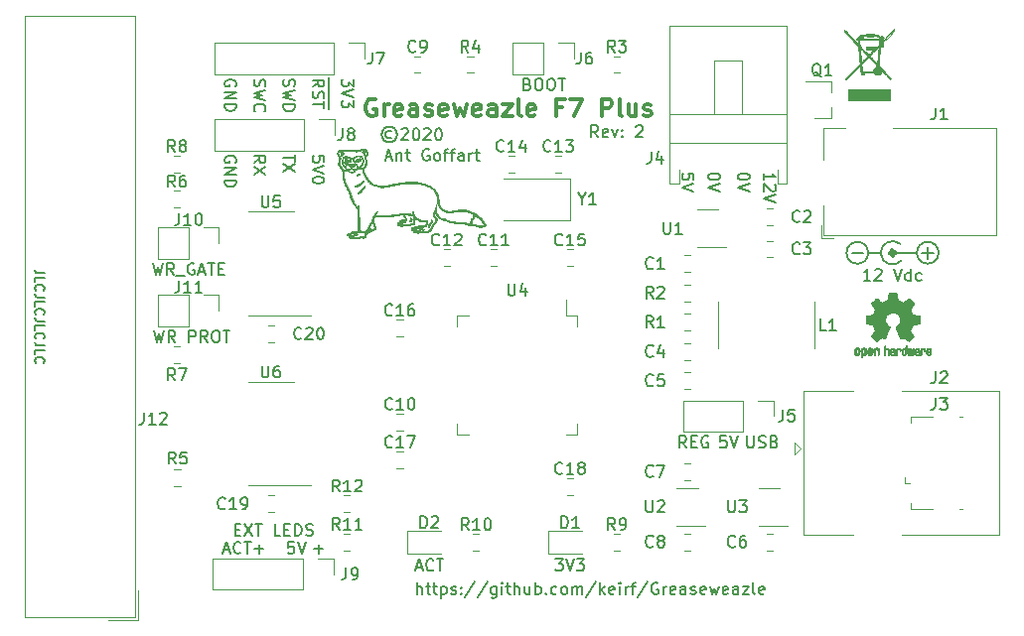
<source format=gbr>
G04 #@! TF.GenerationSoftware,KiCad,Pcbnew,(5.1.5)-3*
G04 #@! TF.CreationDate,2020-06-11T04:13:49+01:00*
G04 #@! TF.ProjectId,Greaseweazle_F7_Plus_V2,47726561-7365-4776-9561-7a6c655f4637,rev?*
G04 #@! TF.SameCoordinates,Original*
G04 #@! TF.FileFunction,Legend,Top*
G04 #@! TF.FilePolarity,Positive*
%FSLAX46Y46*%
G04 Gerber Fmt 4.6, Leading zero omitted, Abs format (unit mm)*
G04 Created by KiCad (PCBNEW (5.1.5)-3) date 2020-06-11 04:13:49*
%MOMM*%
%LPD*%
G04 APERTURE LIST*
%ADD10C,0.150000*%
%ADD11C,0.200000*%
%ADD12C,0.300000*%
%ADD13C,0.010000*%
%ADD14C,0.500000*%
%ADD15C,0.120000*%
G04 APERTURE END LIST*
D10*
X151688095Y-121304761D02*
X151116666Y-121304761D01*
X151002380Y-121266666D01*
X150926190Y-121190476D01*
X150888095Y-121076190D01*
X150888095Y-121000000D01*
X150888095Y-122066666D02*
X150888095Y-121685714D01*
X151688095Y-121685714D01*
X150964285Y-122790476D02*
X150926190Y-122752380D01*
X150888095Y-122638095D01*
X150888095Y-122561904D01*
X150926190Y-122447619D01*
X151002380Y-122371428D01*
X151078571Y-122333333D01*
X151230952Y-122295238D01*
X151345238Y-122295238D01*
X151497619Y-122333333D01*
X151573809Y-122371428D01*
X151650000Y-122447619D01*
X151688095Y-122561904D01*
X151688095Y-122638095D01*
X151650000Y-122752380D01*
X151611904Y-122790476D01*
X151688095Y-123361904D02*
X151116666Y-123361904D01*
X151002380Y-123323809D01*
X150926190Y-123247619D01*
X150888095Y-123133333D01*
X150888095Y-123057142D01*
X150888095Y-124123809D02*
X150888095Y-123742857D01*
X151688095Y-123742857D01*
X150964285Y-124847619D02*
X150926190Y-124809523D01*
X150888095Y-124695238D01*
X150888095Y-124619047D01*
X150926190Y-124504761D01*
X151002380Y-124428571D01*
X151078571Y-124390476D01*
X151230952Y-124352380D01*
X151345238Y-124352380D01*
X151497619Y-124390476D01*
X151573809Y-124428571D01*
X151650000Y-124504761D01*
X151688095Y-124619047D01*
X151688095Y-124695238D01*
X151650000Y-124809523D01*
X151611904Y-124847619D01*
X151688095Y-125419047D02*
X151116666Y-125419047D01*
X151002380Y-125380952D01*
X150926190Y-125304761D01*
X150888095Y-125190476D01*
X150888095Y-125114285D01*
X150888095Y-126180952D02*
X150888095Y-125800000D01*
X151688095Y-125800000D01*
X150964285Y-126904761D02*
X150926190Y-126866666D01*
X150888095Y-126752380D01*
X150888095Y-126676190D01*
X150926190Y-126561904D01*
X151002380Y-126485714D01*
X151078571Y-126447619D01*
X151230952Y-126409523D01*
X151345238Y-126409523D01*
X151497619Y-126447619D01*
X151573809Y-126485714D01*
X151650000Y-126561904D01*
X151688095Y-126676190D01*
X151688095Y-126752380D01*
X151650000Y-126866666D01*
X151611904Y-126904761D01*
X151688095Y-127476190D02*
X151116666Y-127476190D01*
X151002380Y-127438095D01*
X150926190Y-127361904D01*
X150888095Y-127247619D01*
X150888095Y-127171428D01*
X150888095Y-128238095D02*
X150888095Y-127857142D01*
X151688095Y-127857142D01*
X150964285Y-128961904D02*
X150926190Y-128923809D01*
X150888095Y-128809523D01*
X150888095Y-128733333D01*
X150926190Y-128619047D01*
X151002380Y-128542857D01*
X151078571Y-128504761D01*
X151230952Y-128466666D01*
X151345238Y-128466666D01*
X151497619Y-128504761D01*
X151573809Y-128542857D01*
X151650000Y-128619047D01*
X151688095Y-128733333D01*
X151688095Y-128809523D01*
X151650000Y-128923809D01*
X151611904Y-128961904D01*
X181285714Y-109190476D02*
X181190476Y-109142857D01*
X181000000Y-109142857D01*
X180904761Y-109190476D01*
X180809523Y-109285714D01*
X180761904Y-109380952D01*
X180761904Y-109571428D01*
X180809523Y-109666666D01*
X180904761Y-109761904D01*
X181000000Y-109809523D01*
X181190476Y-109809523D01*
X181285714Y-109761904D01*
X181095238Y-108809523D02*
X180857142Y-108857142D01*
X180619047Y-109000000D01*
X180476190Y-109238095D01*
X180428571Y-109476190D01*
X180476190Y-109714285D01*
X180619047Y-109952380D01*
X180857142Y-110095238D01*
X181095238Y-110142857D01*
X181333333Y-110095238D01*
X181571428Y-109952380D01*
X181714285Y-109714285D01*
X181761904Y-109476190D01*
X181714285Y-109238095D01*
X181571428Y-109000000D01*
X181333333Y-108857142D01*
X181095238Y-108809523D01*
X182142857Y-109047619D02*
X182190476Y-109000000D01*
X182285714Y-108952380D01*
X182523809Y-108952380D01*
X182619047Y-109000000D01*
X182666666Y-109047619D01*
X182714285Y-109142857D01*
X182714285Y-109238095D01*
X182666666Y-109380952D01*
X182095238Y-109952380D01*
X182714285Y-109952380D01*
X183333333Y-108952380D02*
X183428571Y-108952380D01*
X183523809Y-109000000D01*
X183571428Y-109047619D01*
X183619047Y-109142857D01*
X183666666Y-109333333D01*
X183666666Y-109571428D01*
X183619047Y-109761904D01*
X183571428Y-109857142D01*
X183523809Y-109904761D01*
X183428571Y-109952380D01*
X183333333Y-109952380D01*
X183238095Y-109904761D01*
X183190476Y-109857142D01*
X183142857Y-109761904D01*
X183095238Y-109571428D01*
X183095238Y-109333333D01*
X183142857Y-109142857D01*
X183190476Y-109047619D01*
X183238095Y-109000000D01*
X183333333Y-108952380D01*
X184047619Y-109047619D02*
X184095238Y-109000000D01*
X184190476Y-108952380D01*
X184428571Y-108952380D01*
X184523809Y-109000000D01*
X184571428Y-109047619D01*
X184619047Y-109142857D01*
X184619047Y-109238095D01*
X184571428Y-109380952D01*
X184000000Y-109952380D01*
X184619047Y-109952380D01*
X185238095Y-108952380D02*
X185333333Y-108952380D01*
X185428571Y-109000000D01*
X185476190Y-109047619D01*
X185523809Y-109142857D01*
X185571428Y-109333333D01*
X185571428Y-109571428D01*
X185523809Y-109761904D01*
X185476190Y-109857142D01*
X185428571Y-109904761D01*
X185333333Y-109952380D01*
X185238095Y-109952380D01*
X185142857Y-109904761D01*
X185095238Y-109857142D01*
X185047619Y-109761904D01*
X185000000Y-109571428D01*
X185000000Y-109333333D01*
X185047619Y-109142857D01*
X185095238Y-109047619D01*
X185142857Y-109000000D01*
X185238095Y-108952380D01*
D11*
X220523809Y-119589285D02*
X221476190Y-119589285D01*
X226523809Y-119589285D02*
X227476190Y-119589285D01*
X227000000Y-120065476D02*
X227000000Y-119113095D01*
D10*
X180821428Y-111416666D02*
X181297619Y-111416666D01*
X180726190Y-111702380D02*
X181059523Y-110702380D01*
X181392857Y-111702380D01*
X181726190Y-111035714D02*
X181726190Y-111702380D01*
X181726190Y-111130952D02*
X181773809Y-111083333D01*
X181869047Y-111035714D01*
X182011904Y-111035714D01*
X182107142Y-111083333D01*
X182154761Y-111178571D01*
X182154761Y-111702380D01*
X182488095Y-111035714D02*
X182869047Y-111035714D01*
X182630952Y-110702380D02*
X182630952Y-111559523D01*
X182678571Y-111654761D01*
X182773809Y-111702380D01*
X182869047Y-111702380D01*
X184488095Y-110750000D02*
X184392857Y-110702380D01*
X184250000Y-110702380D01*
X184107142Y-110750000D01*
X184011904Y-110845238D01*
X183964285Y-110940476D01*
X183916666Y-111130952D01*
X183916666Y-111273809D01*
X183964285Y-111464285D01*
X184011904Y-111559523D01*
X184107142Y-111654761D01*
X184250000Y-111702380D01*
X184345238Y-111702380D01*
X184488095Y-111654761D01*
X184535714Y-111607142D01*
X184535714Y-111273809D01*
X184345238Y-111273809D01*
X185107142Y-111702380D02*
X185011904Y-111654761D01*
X184964285Y-111607142D01*
X184916666Y-111511904D01*
X184916666Y-111226190D01*
X184964285Y-111130952D01*
X185011904Y-111083333D01*
X185107142Y-111035714D01*
X185250000Y-111035714D01*
X185345238Y-111083333D01*
X185392857Y-111130952D01*
X185440476Y-111226190D01*
X185440476Y-111511904D01*
X185392857Y-111607142D01*
X185345238Y-111654761D01*
X185250000Y-111702380D01*
X185107142Y-111702380D01*
X185726190Y-111035714D02*
X186107142Y-111035714D01*
X185869047Y-111702380D02*
X185869047Y-110845238D01*
X185916666Y-110750000D01*
X186011904Y-110702380D01*
X186107142Y-110702380D01*
X186297619Y-111035714D02*
X186678571Y-111035714D01*
X186440476Y-111702380D02*
X186440476Y-110845238D01*
X186488095Y-110750000D01*
X186583333Y-110702380D01*
X186678571Y-110702380D01*
X187440476Y-111702380D02*
X187440476Y-111178571D01*
X187392857Y-111083333D01*
X187297619Y-111035714D01*
X187107142Y-111035714D01*
X187011904Y-111083333D01*
X187440476Y-111654761D02*
X187345238Y-111702380D01*
X187107142Y-111702380D01*
X187011904Y-111654761D01*
X186964285Y-111559523D01*
X186964285Y-111464285D01*
X187011904Y-111369047D01*
X187107142Y-111321428D01*
X187345238Y-111321428D01*
X187440476Y-111273809D01*
X187916666Y-111702380D02*
X187916666Y-111035714D01*
X187916666Y-111226190D02*
X187964285Y-111130952D01*
X188011904Y-111083333D01*
X188107142Y-111035714D01*
X188202380Y-111035714D01*
X188392857Y-111035714D02*
X188773809Y-111035714D01*
X188535714Y-110702380D02*
X188535714Y-111559523D01*
X188583333Y-111654761D01*
X188678571Y-111702380D01*
X188773809Y-111702380D01*
X183464285Y-148702380D02*
X183464285Y-147702380D01*
X183892857Y-148702380D02*
X183892857Y-148178571D01*
X183845238Y-148083333D01*
X183750000Y-148035714D01*
X183607142Y-148035714D01*
X183511904Y-148083333D01*
X183464285Y-148130952D01*
X184226190Y-148035714D02*
X184607142Y-148035714D01*
X184369047Y-147702380D02*
X184369047Y-148559523D01*
X184416666Y-148654761D01*
X184511904Y-148702380D01*
X184607142Y-148702380D01*
X184797619Y-148035714D02*
X185178571Y-148035714D01*
X184940476Y-147702380D02*
X184940476Y-148559523D01*
X184988095Y-148654761D01*
X185083333Y-148702380D01*
X185178571Y-148702380D01*
X185511904Y-148035714D02*
X185511904Y-149035714D01*
X185511904Y-148083333D02*
X185607142Y-148035714D01*
X185797619Y-148035714D01*
X185892857Y-148083333D01*
X185940476Y-148130952D01*
X185988095Y-148226190D01*
X185988095Y-148511904D01*
X185940476Y-148607142D01*
X185892857Y-148654761D01*
X185797619Y-148702380D01*
X185607142Y-148702380D01*
X185511904Y-148654761D01*
X186369047Y-148654761D02*
X186464285Y-148702380D01*
X186654761Y-148702380D01*
X186750000Y-148654761D01*
X186797619Y-148559523D01*
X186797619Y-148511904D01*
X186750000Y-148416666D01*
X186654761Y-148369047D01*
X186511904Y-148369047D01*
X186416666Y-148321428D01*
X186369047Y-148226190D01*
X186369047Y-148178571D01*
X186416666Y-148083333D01*
X186511904Y-148035714D01*
X186654761Y-148035714D01*
X186750000Y-148083333D01*
X187226190Y-148607142D02*
X187273809Y-148654761D01*
X187226190Y-148702380D01*
X187178571Y-148654761D01*
X187226190Y-148607142D01*
X187226190Y-148702380D01*
X187226190Y-148083333D02*
X187273809Y-148130952D01*
X187226190Y-148178571D01*
X187178571Y-148130952D01*
X187226190Y-148083333D01*
X187226190Y-148178571D01*
X188416666Y-147654761D02*
X187559523Y-148940476D01*
X189464285Y-147654761D02*
X188607142Y-148940476D01*
X190226190Y-148035714D02*
X190226190Y-148845238D01*
X190178571Y-148940476D01*
X190130952Y-148988095D01*
X190035714Y-149035714D01*
X189892857Y-149035714D01*
X189797619Y-148988095D01*
X190226190Y-148654761D02*
X190130952Y-148702380D01*
X189940476Y-148702380D01*
X189845238Y-148654761D01*
X189797619Y-148607142D01*
X189750000Y-148511904D01*
X189750000Y-148226190D01*
X189797619Y-148130952D01*
X189845238Y-148083333D01*
X189940476Y-148035714D01*
X190130952Y-148035714D01*
X190226190Y-148083333D01*
X190702380Y-148702380D02*
X190702380Y-148035714D01*
X190702380Y-147702380D02*
X190654761Y-147750000D01*
X190702380Y-147797619D01*
X190750000Y-147750000D01*
X190702380Y-147702380D01*
X190702380Y-147797619D01*
X191035714Y-148035714D02*
X191416666Y-148035714D01*
X191178571Y-147702380D02*
X191178571Y-148559523D01*
X191226190Y-148654761D01*
X191321428Y-148702380D01*
X191416666Y-148702380D01*
X191750000Y-148702380D02*
X191750000Y-147702380D01*
X192178571Y-148702380D02*
X192178571Y-148178571D01*
X192130952Y-148083333D01*
X192035714Y-148035714D01*
X191892857Y-148035714D01*
X191797619Y-148083333D01*
X191750000Y-148130952D01*
X193083333Y-148035714D02*
X193083333Y-148702380D01*
X192654761Y-148035714D02*
X192654761Y-148559523D01*
X192702380Y-148654761D01*
X192797619Y-148702380D01*
X192940476Y-148702380D01*
X193035714Y-148654761D01*
X193083333Y-148607142D01*
X193559523Y-148702380D02*
X193559523Y-147702380D01*
X193559523Y-148083333D02*
X193654761Y-148035714D01*
X193845238Y-148035714D01*
X193940476Y-148083333D01*
X193988095Y-148130952D01*
X194035714Y-148226190D01*
X194035714Y-148511904D01*
X193988095Y-148607142D01*
X193940476Y-148654761D01*
X193845238Y-148702380D01*
X193654761Y-148702380D01*
X193559523Y-148654761D01*
X194464285Y-148607142D02*
X194511904Y-148654761D01*
X194464285Y-148702380D01*
X194416666Y-148654761D01*
X194464285Y-148607142D01*
X194464285Y-148702380D01*
X195369047Y-148654761D02*
X195273809Y-148702380D01*
X195083333Y-148702380D01*
X194988095Y-148654761D01*
X194940476Y-148607142D01*
X194892857Y-148511904D01*
X194892857Y-148226190D01*
X194940476Y-148130952D01*
X194988095Y-148083333D01*
X195083333Y-148035714D01*
X195273809Y-148035714D01*
X195369047Y-148083333D01*
X195940476Y-148702380D02*
X195845238Y-148654761D01*
X195797619Y-148607142D01*
X195750000Y-148511904D01*
X195750000Y-148226190D01*
X195797619Y-148130952D01*
X195845238Y-148083333D01*
X195940476Y-148035714D01*
X196083333Y-148035714D01*
X196178571Y-148083333D01*
X196226190Y-148130952D01*
X196273809Y-148226190D01*
X196273809Y-148511904D01*
X196226190Y-148607142D01*
X196178571Y-148654761D01*
X196083333Y-148702380D01*
X195940476Y-148702380D01*
X196702380Y-148702380D02*
X196702380Y-148035714D01*
X196702380Y-148130952D02*
X196750000Y-148083333D01*
X196845238Y-148035714D01*
X196988095Y-148035714D01*
X197083333Y-148083333D01*
X197130952Y-148178571D01*
X197130952Y-148702380D01*
X197130952Y-148178571D02*
X197178571Y-148083333D01*
X197273809Y-148035714D01*
X197416666Y-148035714D01*
X197511904Y-148083333D01*
X197559523Y-148178571D01*
X197559523Y-148702380D01*
X198750000Y-147654761D02*
X197892857Y-148940476D01*
X199083333Y-148702380D02*
X199083333Y-147702380D01*
X199178571Y-148321428D02*
X199464285Y-148702380D01*
X199464285Y-148035714D02*
X199083333Y-148416666D01*
X200273809Y-148654761D02*
X200178571Y-148702380D01*
X199988095Y-148702380D01*
X199892857Y-148654761D01*
X199845238Y-148559523D01*
X199845238Y-148178571D01*
X199892857Y-148083333D01*
X199988095Y-148035714D01*
X200178571Y-148035714D01*
X200273809Y-148083333D01*
X200321428Y-148178571D01*
X200321428Y-148273809D01*
X199845238Y-148369047D01*
X200750000Y-148702380D02*
X200750000Y-148035714D01*
X200750000Y-147702380D02*
X200702380Y-147750000D01*
X200750000Y-147797619D01*
X200797619Y-147750000D01*
X200750000Y-147702380D01*
X200750000Y-147797619D01*
X201226190Y-148702380D02*
X201226190Y-148035714D01*
X201226190Y-148226190D02*
X201273809Y-148130952D01*
X201321428Y-148083333D01*
X201416666Y-148035714D01*
X201511904Y-148035714D01*
X201702380Y-148035714D02*
X202083333Y-148035714D01*
X201845238Y-148702380D02*
X201845238Y-147845238D01*
X201892857Y-147750000D01*
X201988095Y-147702380D01*
X202083333Y-147702380D01*
X203130952Y-147654761D02*
X202273809Y-148940476D01*
X203988095Y-147750000D02*
X203892857Y-147702380D01*
X203750000Y-147702380D01*
X203607142Y-147750000D01*
X203511904Y-147845238D01*
X203464285Y-147940476D01*
X203416666Y-148130952D01*
X203416666Y-148273809D01*
X203464285Y-148464285D01*
X203511904Y-148559523D01*
X203607142Y-148654761D01*
X203750000Y-148702380D01*
X203845238Y-148702380D01*
X203988095Y-148654761D01*
X204035714Y-148607142D01*
X204035714Y-148273809D01*
X203845238Y-148273809D01*
X204464285Y-148702380D02*
X204464285Y-148035714D01*
X204464285Y-148226190D02*
X204511904Y-148130952D01*
X204559523Y-148083333D01*
X204654761Y-148035714D01*
X204750000Y-148035714D01*
X205464285Y-148654761D02*
X205369047Y-148702380D01*
X205178571Y-148702380D01*
X205083333Y-148654761D01*
X205035714Y-148559523D01*
X205035714Y-148178571D01*
X205083333Y-148083333D01*
X205178571Y-148035714D01*
X205369047Y-148035714D01*
X205464285Y-148083333D01*
X205511904Y-148178571D01*
X205511904Y-148273809D01*
X205035714Y-148369047D01*
X206369047Y-148702380D02*
X206369047Y-148178571D01*
X206321428Y-148083333D01*
X206226190Y-148035714D01*
X206035714Y-148035714D01*
X205940476Y-148083333D01*
X206369047Y-148654761D02*
X206273809Y-148702380D01*
X206035714Y-148702380D01*
X205940476Y-148654761D01*
X205892857Y-148559523D01*
X205892857Y-148464285D01*
X205940476Y-148369047D01*
X206035714Y-148321428D01*
X206273809Y-148321428D01*
X206369047Y-148273809D01*
X206797619Y-148654761D02*
X206892857Y-148702380D01*
X207083333Y-148702380D01*
X207178571Y-148654761D01*
X207226190Y-148559523D01*
X207226190Y-148511904D01*
X207178571Y-148416666D01*
X207083333Y-148369047D01*
X206940476Y-148369047D01*
X206845238Y-148321428D01*
X206797619Y-148226190D01*
X206797619Y-148178571D01*
X206845238Y-148083333D01*
X206940476Y-148035714D01*
X207083333Y-148035714D01*
X207178571Y-148083333D01*
X208035714Y-148654761D02*
X207940476Y-148702380D01*
X207750000Y-148702380D01*
X207654761Y-148654761D01*
X207607142Y-148559523D01*
X207607142Y-148178571D01*
X207654761Y-148083333D01*
X207750000Y-148035714D01*
X207940476Y-148035714D01*
X208035714Y-148083333D01*
X208083333Y-148178571D01*
X208083333Y-148273809D01*
X207607142Y-148369047D01*
X208416666Y-148035714D02*
X208607142Y-148702380D01*
X208797619Y-148226190D01*
X208988095Y-148702380D01*
X209178571Y-148035714D01*
X209940476Y-148654761D02*
X209845238Y-148702380D01*
X209654761Y-148702380D01*
X209559523Y-148654761D01*
X209511904Y-148559523D01*
X209511904Y-148178571D01*
X209559523Y-148083333D01*
X209654761Y-148035714D01*
X209845238Y-148035714D01*
X209940476Y-148083333D01*
X209988095Y-148178571D01*
X209988095Y-148273809D01*
X209511904Y-148369047D01*
X210845238Y-148702380D02*
X210845238Y-148178571D01*
X210797619Y-148083333D01*
X210702380Y-148035714D01*
X210511904Y-148035714D01*
X210416666Y-148083333D01*
X210845238Y-148654761D02*
X210750000Y-148702380D01*
X210511904Y-148702380D01*
X210416666Y-148654761D01*
X210369047Y-148559523D01*
X210369047Y-148464285D01*
X210416666Y-148369047D01*
X210511904Y-148321428D01*
X210750000Y-148321428D01*
X210845238Y-148273809D01*
X211226190Y-148035714D02*
X211750000Y-148035714D01*
X211226190Y-148702380D01*
X211750000Y-148702380D01*
X212273809Y-148702380D02*
X212178571Y-148654761D01*
X212130952Y-148559523D01*
X212130952Y-147702380D01*
X213035714Y-148654761D02*
X212940476Y-148702380D01*
X212750000Y-148702380D01*
X212654761Y-148654761D01*
X212607142Y-148559523D01*
X212607142Y-148178571D01*
X212654761Y-148083333D01*
X212750000Y-148035714D01*
X212940476Y-148035714D01*
X213035714Y-148083333D01*
X213083333Y-148178571D01*
X213083333Y-148273809D01*
X212607142Y-148369047D01*
X198904761Y-109702380D02*
X198571428Y-109226190D01*
X198333333Y-109702380D02*
X198333333Y-108702380D01*
X198714285Y-108702380D01*
X198809523Y-108750000D01*
X198857142Y-108797619D01*
X198904761Y-108892857D01*
X198904761Y-109035714D01*
X198857142Y-109130952D01*
X198809523Y-109178571D01*
X198714285Y-109226190D01*
X198333333Y-109226190D01*
X199714285Y-109654761D02*
X199619047Y-109702380D01*
X199428571Y-109702380D01*
X199333333Y-109654761D01*
X199285714Y-109559523D01*
X199285714Y-109178571D01*
X199333333Y-109083333D01*
X199428571Y-109035714D01*
X199619047Y-109035714D01*
X199714285Y-109083333D01*
X199761904Y-109178571D01*
X199761904Y-109273809D01*
X199285714Y-109369047D01*
X200095238Y-109035714D02*
X200333333Y-109702380D01*
X200571428Y-109035714D01*
X200952380Y-109607142D02*
X201000000Y-109654761D01*
X200952380Y-109702380D01*
X200904761Y-109654761D01*
X200952380Y-109607142D01*
X200952380Y-109702380D01*
X200952380Y-109083333D02*
X201000000Y-109130952D01*
X200952380Y-109178571D01*
X200904761Y-109130952D01*
X200952380Y-109083333D01*
X200952380Y-109178571D01*
X202142857Y-108797619D02*
X202190476Y-108750000D01*
X202285714Y-108702380D01*
X202523809Y-108702380D01*
X202619047Y-108750000D01*
X202666666Y-108797619D01*
X202714285Y-108892857D01*
X202714285Y-108988095D01*
X202666666Y-109130952D01*
X202095238Y-109702380D01*
X202714285Y-109702380D01*
X160928571Y-120452380D02*
X161166666Y-121452380D01*
X161357142Y-120738095D01*
X161547619Y-121452380D01*
X161785714Y-120452380D01*
X162738095Y-121452380D02*
X162404761Y-120976190D01*
X162166666Y-121452380D02*
X162166666Y-120452380D01*
X162547619Y-120452380D01*
X162642857Y-120500000D01*
X162690476Y-120547619D01*
X162738095Y-120642857D01*
X162738095Y-120785714D01*
X162690476Y-120880952D01*
X162642857Y-120928571D01*
X162547619Y-120976190D01*
X162166666Y-120976190D01*
X162928571Y-121547619D02*
X163690476Y-121547619D01*
X164452380Y-120500000D02*
X164357142Y-120452380D01*
X164214285Y-120452380D01*
X164071428Y-120500000D01*
X163976190Y-120595238D01*
X163928571Y-120690476D01*
X163880952Y-120880952D01*
X163880952Y-121023809D01*
X163928571Y-121214285D01*
X163976190Y-121309523D01*
X164071428Y-121404761D01*
X164214285Y-121452380D01*
X164309523Y-121452380D01*
X164452380Y-121404761D01*
X164500000Y-121357142D01*
X164500000Y-121023809D01*
X164309523Y-121023809D01*
X164880952Y-121166666D02*
X165357142Y-121166666D01*
X164785714Y-121452380D02*
X165119047Y-120452380D01*
X165452380Y-121452380D01*
X165642857Y-120452380D02*
X166214285Y-120452380D01*
X165928571Y-121452380D02*
X165928571Y-120452380D01*
X166547619Y-120928571D02*
X166880952Y-120928571D01*
X167023809Y-121452380D02*
X166547619Y-121452380D01*
X166547619Y-120452380D01*
X167023809Y-120452380D01*
X207047619Y-113311785D02*
X207047619Y-112835595D01*
X206571428Y-112787976D01*
X206619047Y-112835595D01*
X206666666Y-112930833D01*
X206666666Y-113168928D01*
X206619047Y-113264166D01*
X206571428Y-113311785D01*
X206476190Y-113359404D01*
X206238095Y-113359404D01*
X206142857Y-113311785D01*
X206095238Y-113264166D01*
X206047619Y-113168928D01*
X206047619Y-112930833D01*
X206095238Y-112835595D01*
X206142857Y-112787976D01*
X207047619Y-113645119D02*
X206047619Y-113978452D01*
X207047619Y-114311785D01*
X209297619Y-113026071D02*
X209297619Y-113121309D01*
X209250000Y-113216547D01*
X209202380Y-113264166D01*
X209107142Y-113311785D01*
X208916666Y-113359404D01*
X208678571Y-113359404D01*
X208488095Y-113311785D01*
X208392857Y-113264166D01*
X208345238Y-113216547D01*
X208297619Y-113121309D01*
X208297619Y-113026071D01*
X208345238Y-112930833D01*
X208392857Y-112883214D01*
X208488095Y-112835595D01*
X208678571Y-112787976D01*
X208916666Y-112787976D01*
X209107142Y-112835595D01*
X209202380Y-112883214D01*
X209250000Y-112930833D01*
X209297619Y-113026071D01*
X209297619Y-113645119D02*
X208297619Y-113978452D01*
X209297619Y-114311785D01*
X211797619Y-113026071D02*
X211797619Y-113121309D01*
X211750000Y-113216547D01*
X211702380Y-113264166D01*
X211607142Y-113311785D01*
X211416666Y-113359404D01*
X211178571Y-113359404D01*
X210988095Y-113311785D01*
X210892857Y-113264166D01*
X210845238Y-113216547D01*
X210797619Y-113121309D01*
X210797619Y-113026071D01*
X210845238Y-112930833D01*
X210892857Y-112883214D01*
X210988095Y-112835595D01*
X211178571Y-112787976D01*
X211416666Y-112787976D01*
X211607142Y-112835595D01*
X211702380Y-112883214D01*
X211750000Y-112930833D01*
X211797619Y-113026071D01*
X211797619Y-113645119D02*
X210797619Y-113978452D01*
X211797619Y-114311785D01*
X213047619Y-113359404D02*
X213047619Y-112787976D01*
X213047619Y-113073690D02*
X214047619Y-113073690D01*
X213904761Y-112978452D01*
X213809523Y-112883214D01*
X213761904Y-112787976D01*
X213952380Y-113740357D02*
X214000000Y-113787976D01*
X214047619Y-113883214D01*
X214047619Y-114121309D01*
X214000000Y-114216547D01*
X213952380Y-114264166D01*
X213857142Y-114311785D01*
X213761904Y-114311785D01*
X213619047Y-114264166D01*
X213047619Y-113692738D01*
X213047619Y-114311785D01*
X214047619Y-114597500D02*
X213047619Y-114930833D01*
X214047619Y-115264166D01*
X167964285Y-143178571D02*
X168297619Y-143178571D01*
X168440476Y-143702380D02*
X167964285Y-143702380D01*
X167964285Y-142702380D01*
X168440476Y-142702380D01*
X168773809Y-142702380D02*
X169440476Y-143702380D01*
X169440476Y-142702380D02*
X168773809Y-143702380D01*
X169678571Y-142702380D02*
X170250000Y-142702380D01*
X169964285Y-143702380D02*
X169964285Y-142702380D01*
X171821428Y-143702380D02*
X171345238Y-143702380D01*
X171345238Y-142702380D01*
X172154761Y-143178571D02*
X172488095Y-143178571D01*
X172630952Y-143702380D02*
X172154761Y-143702380D01*
X172154761Y-142702380D01*
X172630952Y-142702380D01*
X173059523Y-143702380D02*
X173059523Y-142702380D01*
X173297619Y-142702380D01*
X173440476Y-142750000D01*
X173535714Y-142845238D01*
X173583333Y-142940476D01*
X173630952Y-143130952D01*
X173630952Y-143273809D01*
X173583333Y-143464285D01*
X173535714Y-143559523D01*
X173440476Y-143654761D01*
X173297619Y-143702380D01*
X173059523Y-143702380D01*
X174011904Y-143654761D02*
X174154761Y-143702380D01*
X174392857Y-143702380D01*
X174488095Y-143654761D01*
X174535714Y-143607142D01*
X174583333Y-143511904D01*
X174583333Y-143416666D01*
X174535714Y-143321428D01*
X174488095Y-143273809D01*
X174392857Y-143226190D01*
X174202380Y-143178571D01*
X174107142Y-143130952D01*
X174059523Y-143083333D01*
X174011904Y-142988095D01*
X174011904Y-142892857D01*
X174059523Y-142797619D01*
X174107142Y-142750000D01*
X174202380Y-142702380D01*
X174440476Y-142702380D01*
X174583333Y-142750000D01*
X169604047Y-144851428D02*
X170365952Y-144851428D01*
X169985000Y-145232380D02*
X169985000Y-144470476D01*
X174684047Y-144851428D02*
X175445952Y-144851428D01*
X175065000Y-145232380D02*
X175065000Y-144470476D01*
X172969523Y-144232380D02*
X172493333Y-144232380D01*
X172445714Y-144708571D01*
X172493333Y-144660952D01*
X172588571Y-144613333D01*
X172826666Y-144613333D01*
X172921904Y-144660952D01*
X172969523Y-144708571D01*
X173017142Y-144803809D01*
X173017142Y-145041904D01*
X172969523Y-145137142D01*
X172921904Y-145184761D01*
X172826666Y-145232380D01*
X172588571Y-145232380D01*
X172493333Y-145184761D01*
X172445714Y-145137142D01*
X173302857Y-144232380D02*
X173636190Y-145232380D01*
X173969523Y-144232380D01*
X166960952Y-144946666D02*
X167437142Y-144946666D01*
X166865714Y-145232380D02*
X167199047Y-144232380D01*
X167532380Y-145232380D01*
X168437142Y-145137142D02*
X168389523Y-145184761D01*
X168246666Y-145232380D01*
X168151428Y-145232380D01*
X168008571Y-145184761D01*
X167913333Y-145089523D01*
X167865714Y-144994285D01*
X167818095Y-144803809D01*
X167818095Y-144660952D01*
X167865714Y-144470476D01*
X167913333Y-144375238D01*
X168008571Y-144280000D01*
X168151428Y-144232380D01*
X168246666Y-144232380D01*
X168389523Y-144280000D01*
X168437142Y-144327619D01*
X168722857Y-144232380D02*
X169294285Y-144232380D01*
X169008571Y-145232380D02*
X169008571Y-144232380D01*
X222119047Y-121952380D02*
X221547619Y-121952380D01*
X221833333Y-121952380D02*
X221833333Y-120952380D01*
X221738095Y-121095238D01*
X221642857Y-121190476D01*
X221547619Y-121238095D01*
X222500000Y-121047619D02*
X222547619Y-121000000D01*
X222642857Y-120952380D01*
X222880952Y-120952380D01*
X222976190Y-121000000D01*
X223023809Y-121047619D01*
X223071428Y-121142857D01*
X223071428Y-121238095D01*
X223023809Y-121380952D01*
X222452380Y-121952380D01*
X223071428Y-121952380D01*
X224119047Y-120952380D02*
X224452380Y-121952380D01*
X224785714Y-120952380D01*
X225547619Y-121952380D02*
X225547619Y-120952380D01*
X225547619Y-121904761D02*
X225452380Y-121952380D01*
X225261904Y-121952380D01*
X225166666Y-121904761D01*
X225119047Y-121857142D01*
X225071428Y-121761904D01*
X225071428Y-121476190D01*
X225119047Y-121380952D01*
X225166666Y-121333333D01*
X225261904Y-121285714D01*
X225452380Y-121285714D01*
X225547619Y-121333333D01*
X226452380Y-121904761D02*
X226357142Y-121952380D01*
X226166666Y-121952380D01*
X226071428Y-121904761D01*
X226023809Y-121857142D01*
X225976190Y-121761904D01*
X225976190Y-121476190D01*
X226023809Y-121380952D01*
X226071428Y-121333333D01*
X226166666Y-121285714D01*
X226357142Y-121285714D01*
X226452380Y-121333333D01*
X209811785Y-135202380D02*
X209335595Y-135202380D01*
X209287976Y-135678571D01*
X209335595Y-135630952D01*
X209430833Y-135583333D01*
X209668928Y-135583333D01*
X209764166Y-135630952D01*
X209811785Y-135678571D01*
X209859404Y-135773809D01*
X209859404Y-136011904D01*
X209811785Y-136107142D01*
X209764166Y-136154761D01*
X209668928Y-136202380D01*
X209430833Y-136202380D01*
X209335595Y-136154761D01*
X209287976Y-136107142D01*
X210145119Y-135202380D02*
X210478452Y-136202380D01*
X210811785Y-135202380D01*
X211585595Y-135202380D02*
X211585595Y-136011904D01*
X211633214Y-136107142D01*
X211680833Y-136154761D01*
X211776071Y-136202380D01*
X211966547Y-136202380D01*
X212061785Y-136154761D01*
X212109404Y-136107142D01*
X212157023Y-136011904D01*
X212157023Y-135202380D01*
X212585595Y-136154761D02*
X212728452Y-136202380D01*
X212966547Y-136202380D01*
X213061785Y-136154761D01*
X213109404Y-136107142D01*
X213157023Y-136011904D01*
X213157023Y-135916666D01*
X213109404Y-135821428D01*
X213061785Y-135773809D01*
X212966547Y-135726190D01*
X212776071Y-135678571D01*
X212680833Y-135630952D01*
X212633214Y-135583333D01*
X212585595Y-135488095D01*
X212585595Y-135392857D01*
X212633214Y-135297619D01*
X212680833Y-135250000D01*
X212776071Y-135202380D01*
X213014166Y-135202380D01*
X213157023Y-135250000D01*
X213918928Y-135678571D02*
X214061785Y-135726190D01*
X214109404Y-135773809D01*
X214157023Y-135869047D01*
X214157023Y-136011904D01*
X214109404Y-136107142D01*
X214061785Y-136154761D01*
X213966547Y-136202380D01*
X213585595Y-136202380D01*
X213585595Y-135202380D01*
X213918928Y-135202380D01*
X214014166Y-135250000D01*
X214061785Y-135297619D01*
X214109404Y-135392857D01*
X214109404Y-135488095D01*
X214061785Y-135583333D01*
X214014166Y-135630952D01*
X213918928Y-135678571D01*
X213585595Y-135678571D01*
X206407023Y-136202380D02*
X206073690Y-135726190D01*
X205835595Y-136202380D02*
X205835595Y-135202380D01*
X206216547Y-135202380D01*
X206311785Y-135250000D01*
X206359404Y-135297619D01*
X206407023Y-135392857D01*
X206407023Y-135535714D01*
X206359404Y-135630952D01*
X206311785Y-135678571D01*
X206216547Y-135726190D01*
X205835595Y-135726190D01*
X206835595Y-135678571D02*
X207168928Y-135678571D01*
X207311785Y-136202380D02*
X206835595Y-136202380D01*
X206835595Y-135202380D01*
X207311785Y-135202380D01*
X208264166Y-135250000D02*
X208168928Y-135202380D01*
X208026071Y-135202380D01*
X207883214Y-135250000D01*
X207787976Y-135345238D01*
X207740357Y-135440476D01*
X207692738Y-135630952D01*
X207692738Y-135773809D01*
X207740357Y-135964285D01*
X207787976Y-136059523D01*
X207883214Y-136154761D01*
X208026071Y-136202380D01*
X208121309Y-136202380D01*
X208264166Y-136154761D01*
X208311785Y-136107142D01*
X208311785Y-135773809D01*
X208121309Y-135773809D01*
X161035714Y-126202380D02*
X161273809Y-127202380D01*
X161464285Y-126488095D01*
X161654761Y-127202380D01*
X161892857Y-126202380D01*
X162845238Y-127202380D02*
X162511904Y-126726190D01*
X162273809Y-127202380D02*
X162273809Y-126202380D01*
X162654761Y-126202380D01*
X162750000Y-126250000D01*
X162797619Y-126297619D01*
X162845238Y-126392857D01*
X162845238Y-126535714D01*
X162797619Y-126630952D01*
X162750000Y-126678571D01*
X162654761Y-126726190D01*
X162273809Y-126726190D01*
X164035714Y-127202380D02*
X164035714Y-126202380D01*
X164416666Y-126202380D01*
X164511904Y-126250000D01*
X164559523Y-126297619D01*
X164607142Y-126392857D01*
X164607142Y-126535714D01*
X164559523Y-126630952D01*
X164511904Y-126678571D01*
X164416666Y-126726190D01*
X164035714Y-126726190D01*
X165607142Y-127202380D02*
X165273809Y-126726190D01*
X165035714Y-127202380D02*
X165035714Y-126202380D01*
X165416666Y-126202380D01*
X165511904Y-126250000D01*
X165559523Y-126297619D01*
X165607142Y-126392857D01*
X165607142Y-126535714D01*
X165559523Y-126630952D01*
X165511904Y-126678571D01*
X165416666Y-126726190D01*
X165035714Y-126726190D01*
X166226190Y-126202380D02*
X166416666Y-126202380D01*
X166511904Y-126250000D01*
X166607142Y-126345238D01*
X166654761Y-126535714D01*
X166654761Y-126869047D01*
X166607142Y-127059523D01*
X166511904Y-127154761D01*
X166416666Y-127202380D01*
X166226190Y-127202380D01*
X166130952Y-127154761D01*
X166035714Y-127059523D01*
X165988095Y-126869047D01*
X165988095Y-126535714D01*
X166035714Y-126345238D01*
X166130952Y-126250000D01*
X166226190Y-126202380D01*
X166940476Y-126202380D02*
X167511904Y-126202380D01*
X167226190Y-127202380D02*
X167226190Y-126202380D01*
D12*
X179928571Y-106500000D02*
X179785714Y-106428571D01*
X179571428Y-106428571D01*
X179357142Y-106500000D01*
X179214285Y-106642857D01*
X179142857Y-106785714D01*
X179071428Y-107071428D01*
X179071428Y-107285714D01*
X179142857Y-107571428D01*
X179214285Y-107714285D01*
X179357142Y-107857142D01*
X179571428Y-107928571D01*
X179714285Y-107928571D01*
X179928571Y-107857142D01*
X180000000Y-107785714D01*
X180000000Y-107285714D01*
X179714285Y-107285714D01*
X180642857Y-107928571D02*
X180642857Y-106928571D01*
X180642857Y-107214285D02*
X180714285Y-107071428D01*
X180785714Y-107000000D01*
X180928571Y-106928571D01*
X181071428Y-106928571D01*
X182142857Y-107857142D02*
X182000000Y-107928571D01*
X181714285Y-107928571D01*
X181571428Y-107857142D01*
X181500000Y-107714285D01*
X181500000Y-107142857D01*
X181571428Y-107000000D01*
X181714285Y-106928571D01*
X182000000Y-106928571D01*
X182142857Y-107000000D01*
X182214285Y-107142857D01*
X182214285Y-107285714D01*
X181500000Y-107428571D01*
X183500000Y-107928571D02*
X183500000Y-107142857D01*
X183428571Y-107000000D01*
X183285714Y-106928571D01*
X183000000Y-106928571D01*
X182857142Y-107000000D01*
X183500000Y-107857142D02*
X183357142Y-107928571D01*
X183000000Y-107928571D01*
X182857142Y-107857142D01*
X182785714Y-107714285D01*
X182785714Y-107571428D01*
X182857142Y-107428571D01*
X183000000Y-107357142D01*
X183357142Y-107357142D01*
X183500000Y-107285714D01*
X184142857Y-107857142D02*
X184285714Y-107928571D01*
X184571428Y-107928571D01*
X184714285Y-107857142D01*
X184785714Y-107714285D01*
X184785714Y-107642857D01*
X184714285Y-107500000D01*
X184571428Y-107428571D01*
X184357142Y-107428571D01*
X184214285Y-107357142D01*
X184142857Y-107214285D01*
X184142857Y-107142857D01*
X184214285Y-107000000D01*
X184357142Y-106928571D01*
X184571428Y-106928571D01*
X184714285Y-107000000D01*
X186000000Y-107857142D02*
X185857142Y-107928571D01*
X185571428Y-107928571D01*
X185428571Y-107857142D01*
X185357142Y-107714285D01*
X185357142Y-107142857D01*
X185428571Y-107000000D01*
X185571428Y-106928571D01*
X185857142Y-106928571D01*
X186000000Y-107000000D01*
X186071428Y-107142857D01*
X186071428Y-107285714D01*
X185357142Y-107428571D01*
X186571428Y-106928571D02*
X186857142Y-107928571D01*
X187142857Y-107214285D01*
X187428571Y-107928571D01*
X187714285Y-106928571D01*
X188857142Y-107857142D02*
X188714285Y-107928571D01*
X188428571Y-107928571D01*
X188285714Y-107857142D01*
X188214285Y-107714285D01*
X188214285Y-107142857D01*
X188285714Y-107000000D01*
X188428571Y-106928571D01*
X188714285Y-106928571D01*
X188857142Y-107000000D01*
X188928571Y-107142857D01*
X188928571Y-107285714D01*
X188214285Y-107428571D01*
X190214285Y-107928571D02*
X190214285Y-107142857D01*
X190142857Y-107000000D01*
X190000000Y-106928571D01*
X189714285Y-106928571D01*
X189571428Y-107000000D01*
X190214285Y-107857142D02*
X190071428Y-107928571D01*
X189714285Y-107928571D01*
X189571428Y-107857142D01*
X189500000Y-107714285D01*
X189500000Y-107571428D01*
X189571428Y-107428571D01*
X189714285Y-107357142D01*
X190071428Y-107357142D01*
X190214285Y-107285714D01*
X190785714Y-106928571D02*
X191571428Y-106928571D01*
X190785714Y-107928571D01*
X191571428Y-107928571D01*
X192357142Y-107928571D02*
X192214285Y-107857142D01*
X192142857Y-107714285D01*
X192142857Y-106428571D01*
X193500000Y-107857142D02*
X193357142Y-107928571D01*
X193071428Y-107928571D01*
X192928571Y-107857142D01*
X192857142Y-107714285D01*
X192857142Y-107142857D01*
X192928571Y-107000000D01*
X193071428Y-106928571D01*
X193357142Y-106928571D01*
X193500000Y-107000000D01*
X193571428Y-107142857D01*
X193571428Y-107285714D01*
X192857142Y-107428571D01*
X195857142Y-107142857D02*
X195357142Y-107142857D01*
X195357142Y-107928571D02*
X195357142Y-106428571D01*
X196071428Y-106428571D01*
X196500000Y-106428571D02*
X197500000Y-106428571D01*
X196857142Y-107928571D01*
X199214285Y-107928571D02*
X199214285Y-106428571D01*
X199785714Y-106428571D01*
X199928571Y-106500000D01*
X200000000Y-106571428D01*
X200071428Y-106714285D01*
X200071428Y-106928571D01*
X200000000Y-107071428D01*
X199928571Y-107142857D01*
X199785714Y-107214285D01*
X199214285Y-107214285D01*
X200928571Y-107928571D02*
X200785714Y-107857142D01*
X200714285Y-107714285D01*
X200714285Y-106428571D01*
X202142857Y-106928571D02*
X202142857Y-107928571D01*
X201500000Y-106928571D02*
X201500000Y-107714285D01*
X201571428Y-107857142D01*
X201714285Y-107928571D01*
X201928571Y-107928571D01*
X202071428Y-107857142D01*
X202142857Y-107785714D01*
X202785714Y-107857142D02*
X202928571Y-107928571D01*
X203214285Y-107928571D01*
X203357142Y-107857142D01*
X203428571Y-107714285D01*
X203428571Y-107642857D01*
X203357142Y-107500000D01*
X203214285Y-107428571D01*
X203000000Y-107428571D01*
X202857142Y-107357142D01*
X202785714Y-107214285D01*
X202785714Y-107142857D01*
X202857142Y-107000000D01*
X203000000Y-106928571D01*
X203214285Y-106928571D01*
X203357142Y-107000000D01*
D10*
X195261904Y-145702380D02*
X195880952Y-145702380D01*
X195547619Y-146083333D01*
X195690476Y-146083333D01*
X195785714Y-146130952D01*
X195833333Y-146178571D01*
X195880952Y-146273809D01*
X195880952Y-146511904D01*
X195833333Y-146607142D01*
X195785714Y-146654761D01*
X195690476Y-146702380D01*
X195404761Y-146702380D01*
X195309523Y-146654761D01*
X195261904Y-146607142D01*
X196166666Y-145702380D02*
X196500000Y-146702380D01*
X196833333Y-145702380D01*
X197071428Y-145702380D02*
X197690476Y-145702380D01*
X197357142Y-146083333D01*
X197500000Y-146083333D01*
X197595238Y-146130952D01*
X197642857Y-146178571D01*
X197690476Y-146273809D01*
X197690476Y-146511904D01*
X197642857Y-146607142D01*
X197595238Y-146654761D01*
X197500000Y-146702380D01*
X197214285Y-146702380D01*
X197119047Y-146654761D01*
X197071428Y-146607142D01*
X183380952Y-146416666D02*
X183857142Y-146416666D01*
X183285714Y-146702380D02*
X183619047Y-145702380D01*
X183952380Y-146702380D01*
X184857142Y-146607142D02*
X184809523Y-146654761D01*
X184666666Y-146702380D01*
X184571428Y-146702380D01*
X184428571Y-146654761D01*
X184333333Y-146559523D01*
X184285714Y-146464285D01*
X184238095Y-146273809D01*
X184238095Y-146130952D01*
X184285714Y-145940476D01*
X184333333Y-145845238D01*
X184428571Y-145750000D01*
X184571428Y-145702380D01*
X184666666Y-145702380D01*
X184809523Y-145750000D01*
X184857142Y-145797619D01*
X185142857Y-145702380D02*
X185714285Y-145702380D01*
X185428571Y-146702380D02*
X185428571Y-145702380D01*
X192892857Y-105178571D02*
X193035714Y-105226190D01*
X193083333Y-105273809D01*
X193130952Y-105369047D01*
X193130952Y-105511904D01*
X193083333Y-105607142D01*
X193035714Y-105654761D01*
X192940476Y-105702380D01*
X192559523Y-105702380D01*
X192559523Y-104702380D01*
X192892857Y-104702380D01*
X192988095Y-104750000D01*
X193035714Y-104797619D01*
X193083333Y-104892857D01*
X193083333Y-104988095D01*
X193035714Y-105083333D01*
X192988095Y-105130952D01*
X192892857Y-105178571D01*
X192559523Y-105178571D01*
X193750000Y-104702380D02*
X193940476Y-104702380D01*
X194035714Y-104750000D01*
X194130952Y-104845238D01*
X194178571Y-105035714D01*
X194178571Y-105369047D01*
X194130952Y-105559523D01*
X194035714Y-105654761D01*
X193940476Y-105702380D01*
X193750000Y-105702380D01*
X193654761Y-105654761D01*
X193559523Y-105559523D01*
X193511904Y-105369047D01*
X193511904Y-105035714D01*
X193559523Y-104845238D01*
X193654761Y-104750000D01*
X193750000Y-104702380D01*
X194797619Y-104702380D02*
X194988095Y-104702380D01*
X195083333Y-104750000D01*
X195178571Y-104845238D01*
X195226190Y-105035714D01*
X195226190Y-105369047D01*
X195178571Y-105559523D01*
X195083333Y-105654761D01*
X194988095Y-105702380D01*
X194797619Y-105702380D01*
X194702380Y-105654761D01*
X194607142Y-105559523D01*
X194559523Y-105369047D01*
X194559523Y-105035714D01*
X194607142Y-104845238D01*
X194702380Y-104750000D01*
X194797619Y-104702380D01*
X195511904Y-104702380D02*
X196083333Y-104702380D01*
X195797619Y-105702380D02*
X195797619Y-104702380D01*
X175547619Y-111811785D02*
X175547619Y-111335595D01*
X175071428Y-111287976D01*
X175119047Y-111335595D01*
X175166666Y-111430833D01*
X175166666Y-111668928D01*
X175119047Y-111764166D01*
X175071428Y-111811785D01*
X174976190Y-111859404D01*
X174738095Y-111859404D01*
X174642857Y-111811785D01*
X174595238Y-111764166D01*
X174547619Y-111668928D01*
X174547619Y-111430833D01*
X174595238Y-111335595D01*
X174642857Y-111287976D01*
X175547619Y-112145119D02*
X174547619Y-112478452D01*
X175547619Y-112811785D01*
X175547619Y-113335595D02*
X175547619Y-113430833D01*
X175500000Y-113526071D01*
X175452380Y-113573690D01*
X175357142Y-113621309D01*
X175166666Y-113668928D01*
X174928571Y-113668928D01*
X174738095Y-113621309D01*
X174642857Y-113573690D01*
X174595238Y-113526071D01*
X174547619Y-113430833D01*
X174547619Y-113335595D01*
X174595238Y-113240357D01*
X174642857Y-113192738D01*
X174738095Y-113145119D01*
X174928571Y-113097500D01*
X175166666Y-113097500D01*
X175357142Y-113145119D01*
X175452380Y-113192738D01*
X175500000Y-113240357D01*
X175547619Y-113335595D01*
X169547619Y-111907023D02*
X170023809Y-111573690D01*
X169547619Y-111335595D02*
X170547619Y-111335595D01*
X170547619Y-111716547D01*
X170500000Y-111811785D01*
X170452380Y-111859404D01*
X170357142Y-111907023D01*
X170214285Y-111907023D01*
X170119047Y-111859404D01*
X170071428Y-111811785D01*
X170023809Y-111716547D01*
X170023809Y-111335595D01*
X170547619Y-112240357D02*
X169547619Y-112907023D01*
X170547619Y-112907023D02*
X169547619Y-112240357D01*
X173047619Y-111192738D02*
X173047619Y-111764166D01*
X172047619Y-111478452D02*
X173047619Y-111478452D01*
X173047619Y-112002261D02*
X172047619Y-112668928D01*
X173047619Y-112668928D02*
X172047619Y-112002261D01*
X168000000Y-111859404D02*
X168047619Y-111764166D01*
X168047619Y-111621309D01*
X168000000Y-111478452D01*
X167904761Y-111383214D01*
X167809523Y-111335595D01*
X167619047Y-111287976D01*
X167476190Y-111287976D01*
X167285714Y-111335595D01*
X167190476Y-111383214D01*
X167095238Y-111478452D01*
X167047619Y-111621309D01*
X167047619Y-111716547D01*
X167095238Y-111859404D01*
X167142857Y-111907023D01*
X167476190Y-111907023D01*
X167476190Y-111716547D01*
X167047619Y-112335595D02*
X168047619Y-112335595D01*
X167047619Y-112907023D01*
X168047619Y-112907023D01*
X167047619Y-113383214D02*
X168047619Y-113383214D01*
X168047619Y-113621309D01*
X168000000Y-113764166D01*
X167904761Y-113859404D01*
X167809523Y-113907023D01*
X167619047Y-113954642D01*
X167476190Y-113954642D01*
X167285714Y-113907023D01*
X167190476Y-113859404D01*
X167095238Y-113764166D01*
X167047619Y-113621309D01*
X167047619Y-113383214D01*
X168000000Y-105359404D02*
X168047619Y-105264166D01*
X168047619Y-105121309D01*
X168000000Y-104978452D01*
X167904761Y-104883214D01*
X167809523Y-104835595D01*
X167619047Y-104787976D01*
X167476190Y-104787976D01*
X167285714Y-104835595D01*
X167190476Y-104883214D01*
X167095238Y-104978452D01*
X167047619Y-105121309D01*
X167047619Y-105216547D01*
X167095238Y-105359404D01*
X167142857Y-105407023D01*
X167476190Y-105407023D01*
X167476190Y-105216547D01*
X167047619Y-105835595D02*
X168047619Y-105835595D01*
X167047619Y-106407023D01*
X168047619Y-106407023D01*
X167047619Y-106883214D02*
X168047619Y-106883214D01*
X168047619Y-107121309D01*
X168000000Y-107264166D01*
X167904761Y-107359404D01*
X167809523Y-107407023D01*
X167619047Y-107454642D01*
X167476190Y-107454642D01*
X167285714Y-107407023D01*
X167190476Y-107359404D01*
X167095238Y-107264166D01*
X167047619Y-107121309D01*
X167047619Y-106883214D01*
X169595238Y-104787976D02*
X169547619Y-104930833D01*
X169547619Y-105168928D01*
X169595238Y-105264166D01*
X169642857Y-105311785D01*
X169738095Y-105359404D01*
X169833333Y-105359404D01*
X169928571Y-105311785D01*
X169976190Y-105264166D01*
X170023809Y-105168928D01*
X170071428Y-104978452D01*
X170119047Y-104883214D01*
X170166666Y-104835595D01*
X170261904Y-104787976D01*
X170357142Y-104787976D01*
X170452380Y-104835595D01*
X170500000Y-104883214D01*
X170547619Y-104978452D01*
X170547619Y-105216547D01*
X170500000Y-105359404D01*
X170547619Y-105692738D02*
X169547619Y-105930833D01*
X170261904Y-106121309D01*
X169547619Y-106311785D01*
X170547619Y-106549880D01*
X169642857Y-107502261D02*
X169595238Y-107454642D01*
X169547619Y-107311785D01*
X169547619Y-107216547D01*
X169595238Y-107073690D01*
X169690476Y-106978452D01*
X169785714Y-106930833D01*
X169976190Y-106883214D01*
X170119047Y-106883214D01*
X170309523Y-106930833D01*
X170404761Y-106978452D01*
X170500000Y-107073690D01*
X170547619Y-107216547D01*
X170547619Y-107311785D01*
X170500000Y-107454642D01*
X170452380Y-107502261D01*
X172095238Y-104787976D02*
X172047619Y-104930833D01*
X172047619Y-105168928D01*
X172095238Y-105264166D01*
X172142857Y-105311785D01*
X172238095Y-105359404D01*
X172333333Y-105359404D01*
X172428571Y-105311785D01*
X172476190Y-105264166D01*
X172523809Y-105168928D01*
X172571428Y-104978452D01*
X172619047Y-104883214D01*
X172666666Y-104835595D01*
X172761904Y-104787976D01*
X172857142Y-104787976D01*
X172952380Y-104835595D01*
X173000000Y-104883214D01*
X173047619Y-104978452D01*
X173047619Y-105216547D01*
X173000000Y-105359404D01*
X173047619Y-105692738D02*
X172047619Y-105930833D01*
X172761904Y-106121309D01*
X172047619Y-106311785D01*
X173047619Y-106549880D01*
X172047619Y-106930833D02*
X173047619Y-106930833D01*
X173047619Y-107168928D01*
X173000000Y-107311785D01*
X172904761Y-107407023D01*
X172809523Y-107454642D01*
X172619047Y-107502261D01*
X172476190Y-107502261D01*
X172285714Y-107454642D01*
X172190476Y-107407023D01*
X172095238Y-107311785D01*
X172047619Y-107168928D01*
X172047619Y-106930833D01*
X175915000Y-104597500D02*
X175915000Y-105597500D01*
X174547619Y-105407023D02*
X175023809Y-105073690D01*
X174547619Y-104835595D02*
X175547619Y-104835595D01*
X175547619Y-105216547D01*
X175500000Y-105311785D01*
X175452380Y-105359404D01*
X175357142Y-105407023D01*
X175214285Y-105407023D01*
X175119047Y-105359404D01*
X175071428Y-105311785D01*
X175023809Y-105216547D01*
X175023809Y-104835595D01*
X175915000Y-105597500D02*
X175915000Y-106549880D01*
X174595238Y-105787976D02*
X174547619Y-105930833D01*
X174547619Y-106168928D01*
X174595238Y-106264166D01*
X174642857Y-106311785D01*
X174738095Y-106359404D01*
X174833333Y-106359404D01*
X174928571Y-106311785D01*
X174976190Y-106264166D01*
X175023809Y-106168928D01*
X175071428Y-105978452D01*
X175119047Y-105883214D01*
X175166666Y-105835595D01*
X175261904Y-105787976D01*
X175357142Y-105787976D01*
X175452380Y-105835595D01*
X175500000Y-105883214D01*
X175547619Y-105978452D01*
X175547619Y-106216547D01*
X175500000Y-106359404D01*
X175915000Y-106549880D02*
X175915000Y-107311785D01*
X175547619Y-106645119D02*
X175547619Y-107216547D01*
X174547619Y-106930833D02*
X175547619Y-106930833D01*
X178047619Y-104740357D02*
X178047619Y-105359404D01*
X177666666Y-105026071D01*
X177666666Y-105168928D01*
X177619047Y-105264166D01*
X177571428Y-105311785D01*
X177476190Y-105359404D01*
X177238095Y-105359404D01*
X177142857Y-105311785D01*
X177095238Y-105264166D01*
X177047619Y-105168928D01*
X177047619Y-104883214D01*
X177095238Y-104787976D01*
X177142857Y-104740357D01*
X178047619Y-105645119D02*
X177047619Y-105978452D01*
X178047619Y-106311785D01*
X178047619Y-106549880D02*
X178047619Y-107168928D01*
X177666666Y-106835595D01*
X177666666Y-106978452D01*
X177619047Y-107073690D01*
X177571428Y-107121309D01*
X177476190Y-107168928D01*
X177238095Y-107168928D01*
X177142857Y-107121309D01*
X177095238Y-107073690D01*
X177047619Y-106978452D01*
X177047619Y-106692738D01*
X177095238Y-106597500D01*
X177142857Y-106549880D01*
D13*
G36*
X224124430Y-100564848D02*
G01*
X224123811Y-100651931D01*
X223672086Y-101110891D01*
X223220361Y-101569852D01*
X223220032Y-101780471D01*
X223219703Y-101991089D01*
X222944610Y-101991089D01*
X222937522Y-102044530D01*
X222934838Y-102068888D01*
X222930313Y-102114759D01*
X222924191Y-102179405D01*
X222916712Y-102260091D01*
X222908119Y-102354081D01*
X222898654Y-102458637D01*
X222888558Y-102571025D01*
X222878074Y-102688507D01*
X222867444Y-102808348D01*
X222856909Y-102927811D01*
X222846713Y-103044159D01*
X222837095Y-103154657D01*
X222828300Y-103256569D01*
X222820568Y-103347158D01*
X222814142Y-103423687D01*
X222809263Y-103483421D01*
X222806175Y-103523624D01*
X222805117Y-103541559D01*
X222805118Y-103541644D01*
X222812827Y-103556035D01*
X222835981Y-103585748D01*
X222874895Y-103631131D01*
X222929884Y-103692529D01*
X223001264Y-103770288D01*
X223089349Y-103864754D01*
X223194454Y-103976272D01*
X223316895Y-104105188D01*
X223351310Y-104141287D01*
X223897137Y-104713416D01*
X223808881Y-104801436D01*
X223737485Y-104723758D01*
X223711366Y-104695686D01*
X223670566Y-104652274D01*
X223617777Y-104596366D01*
X223555691Y-104530808D01*
X223487000Y-104458441D01*
X223414396Y-104382112D01*
X223370960Y-104336524D01*
X223289416Y-104251119D01*
X223223504Y-104182710D01*
X223171544Y-104130053D01*
X223131855Y-104091905D01*
X223102757Y-104067020D01*
X223082569Y-104054156D01*
X223069610Y-104052068D01*
X223062200Y-104059513D01*
X223058658Y-104075246D01*
X223057303Y-104098023D01*
X223057121Y-104104239D01*
X223047703Y-104147061D01*
X223024497Y-104198819D01*
X222992136Y-104251328D01*
X222955252Y-104296403D01*
X222940493Y-104310328D01*
X222864767Y-104359047D01*
X222776308Y-104386306D01*
X222698100Y-104392773D01*
X222609468Y-104380576D01*
X222527612Y-104344813D01*
X222455164Y-104286722D01*
X222441797Y-104272262D01*
X222392918Y-104216733D01*
X221547326Y-104216733D01*
X221547326Y-104392773D01*
X221320990Y-104392773D01*
X221320990Y-104310531D01*
X221318150Y-104254386D01*
X221308607Y-104215416D01*
X221297009Y-104194219D01*
X221288723Y-104179052D01*
X221281627Y-104157062D01*
X221275252Y-104124987D01*
X221269128Y-104079569D01*
X221262784Y-104017548D01*
X221255750Y-103935662D01*
X221250934Y-103874746D01*
X221228839Y-103589343D01*
X220686435Y-104138805D01*
X220588363Y-104238228D01*
X220494216Y-104333815D01*
X220405715Y-104423810D01*
X220324580Y-104506457D01*
X220252531Y-104580001D01*
X220191288Y-104642684D01*
X220142573Y-104692752D01*
X220108104Y-104728448D01*
X220089621Y-104747995D01*
X220059257Y-104778944D01*
X220033929Y-104800530D01*
X220020305Y-104807723D01*
X220002905Y-104799297D01*
X219977540Y-104778245D01*
X219968942Y-104769671D01*
X219932486Y-104731620D01*
X220133198Y-104527658D01*
X220184404Y-104475699D01*
X220250431Y-104408820D01*
X220328382Y-104329950D01*
X220415362Y-104242014D01*
X220508474Y-104147941D01*
X220604821Y-104050658D01*
X220701508Y-103953093D01*
X220770866Y-103883145D01*
X220876297Y-103776550D01*
X220964871Y-103686307D01*
X221037719Y-103611192D01*
X221095977Y-103549986D01*
X221140775Y-103501466D01*
X221162979Y-103476129D01*
X221341276Y-103476129D01*
X221363599Y-103761555D01*
X221370331Y-103845219D01*
X221376843Y-103921727D01*
X221382766Y-103987081D01*
X221387732Y-104037281D01*
X221391371Y-104068329D01*
X221392542Y-104075273D01*
X221399162Y-104103565D01*
X222348636Y-104103565D01*
X222354974Y-104024606D01*
X222374110Y-103931315D01*
X222414154Y-103848791D01*
X222472582Y-103780038D01*
X222546871Y-103728063D01*
X222630252Y-103696863D01*
X222657302Y-103682228D01*
X222670844Y-103650819D01*
X222671128Y-103649434D01*
X222672753Y-103636174D01*
X222670744Y-103622595D01*
X222663142Y-103606181D01*
X222647984Y-103584411D01*
X222623312Y-103554767D01*
X222587164Y-103514732D01*
X222537580Y-103461785D01*
X222472599Y-103393409D01*
X222468401Y-103389005D01*
X222398507Y-103315611D01*
X222324200Y-103237437D01*
X222250586Y-103159864D01*
X222182771Y-103088275D01*
X222125860Y-103028051D01*
X222113168Y-103014587D01*
X222064513Y-102963820D01*
X222021291Y-102920375D01*
X221986605Y-102887241D01*
X221963556Y-102867405D01*
X221955818Y-102863046D01*
X221944278Y-102872170D01*
X221917290Y-102897200D01*
X221876979Y-102936052D01*
X221825471Y-102986643D01*
X221764891Y-103046888D01*
X221697364Y-103114704D01*
X221642174Y-103170565D01*
X221341276Y-103476129D01*
X221162979Y-103476129D01*
X221173249Y-103464411D01*
X221194529Y-103437599D01*
X221205749Y-103419808D01*
X221208246Y-103411570D01*
X221207300Y-103393590D01*
X221204427Y-103352892D01*
X221199813Y-103291819D01*
X221193642Y-103212713D01*
X221186102Y-103117914D01*
X221177379Y-103009767D01*
X221167657Y-102890612D01*
X221157124Y-102762791D01*
X221148635Y-102660635D01*
X221100604Y-102084674D01*
X221224195Y-102084674D01*
X221224727Y-102097104D01*
X221227231Y-102132110D01*
X221231504Y-102187215D01*
X221237347Y-102259943D01*
X221244557Y-102347814D01*
X221252934Y-102448351D01*
X221262277Y-102559077D01*
X221271242Y-102664205D01*
X221281398Y-102783483D01*
X221290858Y-102896080D01*
X221299404Y-102999305D01*
X221306821Y-103090473D01*
X221312892Y-103166895D01*
X221317399Y-103225883D01*
X221320127Y-103264749D01*
X221320884Y-103279844D01*
X221322065Y-103289238D01*
X221326744Y-103292966D01*
X221336724Y-103289471D01*
X221353810Y-103277199D01*
X221379804Y-103254594D01*
X221416510Y-103220100D01*
X221465733Y-103172162D01*
X221529274Y-103109224D01*
X221596695Y-103041968D01*
X221872399Y-102766477D01*
X221870467Y-102764406D01*
X222052710Y-102764406D01*
X222061016Y-102775780D01*
X222084267Y-102802563D01*
X222120135Y-102842292D01*
X222166287Y-102892507D01*
X222220394Y-102950746D01*
X222280126Y-103014547D01*
X222343152Y-103081449D01*
X222407142Y-103148990D01*
X222469764Y-103214710D01*
X222528690Y-103276146D01*
X222581588Y-103330837D01*
X222626128Y-103376322D01*
X222659980Y-103410138D01*
X222680812Y-103429826D01*
X222686494Y-103433837D01*
X222688366Y-103420891D01*
X222692254Y-103385134D01*
X222697943Y-103328804D01*
X222705219Y-103254140D01*
X222713869Y-103163380D01*
X222723678Y-103058762D01*
X222734434Y-102942526D01*
X222745921Y-102816908D01*
X222755093Y-102715618D01*
X222766826Y-102584279D01*
X222777665Y-102460552D01*
X222787430Y-102346681D01*
X222795937Y-102244911D01*
X222803005Y-102157487D01*
X222808451Y-102086653D01*
X222812092Y-102034653D01*
X222813747Y-102003732D01*
X222813558Y-101995703D01*
X222803666Y-102002854D01*
X222778476Y-102025841D01*
X222740190Y-102062439D01*
X222691011Y-102110422D01*
X222633139Y-102167566D01*
X222568778Y-102231647D01*
X222500129Y-102300438D01*
X222429395Y-102371716D01*
X222358778Y-102443255D01*
X222290480Y-102512830D01*
X222226704Y-102578217D01*
X222169650Y-102637191D01*
X222121522Y-102687527D01*
X222084522Y-102726999D01*
X222060852Y-102753383D01*
X222052710Y-102764406D01*
X221870467Y-102764406D01*
X221769591Y-102656295D01*
X221717232Y-102600377D01*
X221658465Y-102537948D01*
X221595615Y-102471443D01*
X221531005Y-102403298D01*
X221466958Y-102335948D01*
X221405797Y-102271828D01*
X221349847Y-102213372D01*
X221301430Y-102163018D01*
X221262870Y-102123198D01*
X221236491Y-102096350D01*
X221224616Y-102084908D01*
X221224195Y-102084674D01*
X221100604Y-102084674D01*
X221088599Y-101940726D01*
X220488062Y-101309158D01*
X219887525Y-100677589D01*
X219887966Y-100589315D01*
X219888408Y-100501040D01*
X219985417Y-100604666D01*
X220039709Y-100662463D01*
X220103808Y-100730368D01*
X220175984Y-100806572D01*
X220254508Y-100889269D01*
X220337651Y-100976653D01*
X220423681Y-101066915D01*
X220510870Y-101158250D01*
X220597487Y-101248849D01*
X220681803Y-101336907D01*
X220762088Y-101420615D01*
X220836613Y-101498167D01*
X220903646Y-101567757D01*
X220961459Y-101627576D01*
X221008321Y-101675818D01*
X221042504Y-101710676D01*
X221062276Y-101730343D01*
X221066610Y-101734116D01*
X221066908Y-101720992D01*
X221065269Y-101687389D01*
X221061977Y-101637880D01*
X221057318Y-101577037D01*
X221055318Y-101552732D01*
X221040423Y-101374951D01*
X221157045Y-101374951D01*
X221163066Y-101403243D01*
X221166137Y-101425618D01*
X221170452Y-101467717D01*
X221175512Y-101524178D01*
X221180819Y-101589635D01*
X221182656Y-101613862D01*
X221188073Y-101683421D01*
X221193541Y-101748018D01*
X221198512Y-101801548D01*
X221202439Y-101837910D01*
X221203325Y-101844509D01*
X221206666Y-101858056D01*
X221213899Y-101873914D01*
X221226560Y-101893861D01*
X221246189Y-101919673D01*
X221274322Y-101953129D01*
X221312498Y-101996007D01*
X221362254Y-102050083D01*
X221425129Y-102117136D01*
X221502659Y-102198943D01*
X221581749Y-102281950D01*
X221660436Y-102364094D01*
X221733888Y-102440169D01*
X221800276Y-102508325D01*
X221857773Y-102566712D01*
X221904549Y-102613481D01*
X221938776Y-102646782D01*
X221958627Y-102664767D01*
X221962860Y-102667442D01*
X221973997Y-102657741D01*
X222000029Y-102632441D01*
X222038430Y-102594082D01*
X222086672Y-102545200D01*
X222142230Y-102488334D01*
X222182408Y-102446906D01*
X222392169Y-102230000D01*
X221773663Y-102230000D01*
X221773663Y-101991089D01*
X222528119Y-101991089D01*
X222528119Y-102097542D01*
X222666435Y-101959654D01*
X222764553Y-101861840D01*
X222955643Y-101861840D01*
X222957471Y-101877270D01*
X222966723Y-101885867D01*
X222989050Y-101889613D01*
X223030105Y-101890489D01*
X223037376Y-101890495D01*
X223119109Y-101890495D01*
X223119109Y-101671172D01*
X223037376Y-101752179D01*
X222991270Y-101801428D01*
X222963694Y-101839159D01*
X222955643Y-101861840D01*
X222764553Y-101861840D01*
X222804752Y-101821766D01*
X222804752Y-101698952D01*
X222805137Y-101642450D01*
X222806900Y-101606505D01*
X222810950Y-101586530D01*
X222818199Y-101577937D01*
X222829130Y-101576139D01*
X222841288Y-101573498D01*
X222850273Y-101562912D01*
X222857174Y-101540381D01*
X222863076Y-101501909D01*
X222869065Y-101443498D01*
X222870987Y-101422104D01*
X222875148Y-101374951D01*
X221157045Y-101374951D01*
X221040423Y-101374951D01*
X220880891Y-101374951D01*
X220880891Y-101261782D01*
X220948686Y-101261782D01*
X220988338Y-101260696D01*
X221009884Y-101255454D01*
X221012520Y-101252334D01*
X221151384Y-101252334D01*
X221158692Y-101259462D01*
X221184007Y-101261662D01*
X221201092Y-101261782D01*
X221258119Y-101261782D01*
X221470779Y-101261782D01*
X222885302Y-101261782D01*
X222837458Y-101212786D01*
X222763150Y-101152324D01*
X222671184Y-101105691D01*
X222560002Y-101072249D01*
X222449529Y-101053753D01*
X222377227Y-101045122D01*
X222377227Y-101136040D01*
X221798812Y-101136040D01*
X221798812Y-101032893D01*
X221713935Y-101041496D01*
X221654632Y-101048756D01*
X221591449Y-101058379D01*
X221553614Y-101065252D01*
X221478168Y-101080407D01*
X221474474Y-101171095D01*
X221470779Y-101261782D01*
X221258119Y-101261782D01*
X221258119Y-101211485D01*
X221256456Y-101179976D01*
X221252303Y-101162463D01*
X221250629Y-101161188D01*
X221232013Y-101169254D01*
X221204817Y-101188820D01*
X221177552Y-101212944D01*
X221158733Y-101234682D01*
X221157057Y-101237508D01*
X221151384Y-101252334D01*
X221012520Y-101252334D01*
X221020338Y-101243081D01*
X221024558Y-101229604D01*
X221041781Y-101194627D01*
X221074862Y-101152579D01*
X221118107Y-101109356D01*
X221165826Y-101070854D01*
X221197170Y-101050801D01*
X221232877Y-101028851D01*
X221251181Y-101010411D01*
X221257612Y-100988668D01*
X221258106Y-100975718D01*
X221258106Y-100972575D01*
X221899406Y-100972575D01*
X221899406Y-101035446D01*
X222276633Y-101035446D01*
X222276633Y-100972575D01*
X221899406Y-100972575D01*
X221258106Y-100972575D01*
X221258119Y-100934852D01*
X221363952Y-100934852D01*
X221412645Y-100936029D01*
X221450595Y-100939165D01*
X221471692Y-100943671D01*
X221473977Y-100945495D01*
X221487359Y-100948295D01*
X221519926Y-100947148D01*
X221566084Y-100942393D01*
X221597624Y-100938003D01*
X221654812Y-100929378D01*
X221707114Y-100921591D01*
X221746418Y-100915847D01*
X221757945Y-100914215D01*
X221788063Y-100904888D01*
X221798812Y-100890272D01*
X221802080Y-100884320D01*
X221813770Y-100879778D01*
X221836712Y-100876470D01*
X221873735Y-100874215D01*
X221927668Y-100872834D01*
X222001340Y-100872150D01*
X222088020Y-100871980D01*
X222180529Y-100872077D01*
X222250906Y-100872530D01*
X222302164Y-100873590D01*
X222337320Y-100875503D01*
X222359389Y-100878519D01*
X222371385Y-100882885D01*
X222376324Y-100888849D01*
X222377227Y-100895784D01*
X222384921Y-100917795D01*
X222410121Y-100930321D01*
X222456009Y-100934788D01*
X222464264Y-100934852D01*
X222541973Y-100942868D01*
X222630233Y-100964936D01*
X222721085Y-100998084D01*
X222806570Y-101039339D01*
X222878726Y-101085731D01*
X222888072Y-101093082D01*
X222918533Y-101116998D01*
X222936572Y-101126576D01*
X222949169Y-101123480D01*
X222962100Y-101110704D01*
X223000293Y-101085678D01*
X223049998Y-101076071D01*
X223103524Y-101081067D01*
X223153178Y-101099851D01*
X223191267Y-101131606D01*
X223194025Y-101135297D01*
X223222526Y-101194575D01*
X223227828Y-101255934D01*
X223210518Y-101314427D01*
X223171180Y-101365104D01*
X223166370Y-101369289D01*
X223138440Y-101389167D01*
X223110102Y-101397921D01*
X223070263Y-101398553D01*
X223060311Y-101397992D01*
X223021332Y-101396562D01*
X223001254Y-101399839D01*
X222993985Y-101409728D01*
X222993240Y-101418961D01*
X222991716Y-101445744D01*
X222987935Y-101486025D01*
X222985218Y-101510124D01*
X222981277Y-101548401D01*
X222982916Y-101567996D01*
X222992421Y-101575158D01*
X223009351Y-101576139D01*
X223019392Y-101572901D01*
X223035590Y-101562420D01*
X223059145Y-101543548D01*
X223091257Y-101515135D01*
X223133128Y-101476035D01*
X223185957Y-101425097D01*
X223250945Y-101361173D01*
X223329291Y-101283114D01*
X223422197Y-101189772D01*
X223530863Y-101079998D01*
X223583231Y-101026952D01*
X224125049Y-100477767D01*
X224124430Y-100564848D01*
G37*
X224124430Y-100564848D02*
X224123811Y-100651931D01*
X223672086Y-101110891D01*
X223220361Y-101569852D01*
X223220032Y-101780471D01*
X223219703Y-101991089D01*
X222944610Y-101991089D01*
X222937522Y-102044530D01*
X222934838Y-102068888D01*
X222930313Y-102114759D01*
X222924191Y-102179405D01*
X222916712Y-102260091D01*
X222908119Y-102354081D01*
X222898654Y-102458637D01*
X222888558Y-102571025D01*
X222878074Y-102688507D01*
X222867444Y-102808348D01*
X222856909Y-102927811D01*
X222846713Y-103044159D01*
X222837095Y-103154657D01*
X222828300Y-103256569D01*
X222820568Y-103347158D01*
X222814142Y-103423687D01*
X222809263Y-103483421D01*
X222806175Y-103523624D01*
X222805117Y-103541559D01*
X222805118Y-103541644D01*
X222812827Y-103556035D01*
X222835981Y-103585748D01*
X222874895Y-103631131D01*
X222929884Y-103692529D01*
X223001264Y-103770288D01*
X223089349Y-103864754D01*
X223194454Y-103976272D01*
X223316895Y-104105188D01*
X223351310Y-104141287D01*
X223897137Y-104713416D01*
X223808881Y-104801436D01*
X223737485Y-104723758D01*
X223711366Y-104695686D01*
X223670566Y-104652274D01*
X223617777Y-104596366D01*
X223555691Y-104530808D01*
X223487000Y-104458441D01*
X223414396Y-104382112D01*
X223370960Y-104336524D01*
X223289416Y-104251119D01*
X223223504Y-104182710D01*
X223171544Y-104130053D01*
X223131855Y-104091905D01*
X223102757Y-104067020D01*
X223082569Y-104054156D01*
X223069610Y-104052068D01*
X223062200Y-104059513D01*
X223058658Y-104075246D01*
X223057303Y-104098023D01*
X223057121Y-104104239D01*
X223047703Y-104147061D01*
X223024497Y-104198819D01*
X222992136Y-104251328D01*
X222955252Y-104296403D01*
X222940493Y-104310328D01*
X222864767Y-104359047D01*
X222776308Y-104386306D01*
X222698100Y-104392773D01*
X222609468Y-104380576D01*
X222527612Y-104344813D01*
X222455164Y-104286722D01*
X222441797Y-104272262D01*
X222392918Y-104216733D01*
X221547326Y-104216733D01*
X221547326Y-104392773D01*
X221320990Y-104392773D01*
X221320990Y-104310531D01*
X221318150Y-104254386D01*
X221308607Y-104215416D01*
X221297009Y-104194219D01*
X221288723Y-104179052D01*
X221281627Y-104157062D01*
X221275252Y-104124987D01*
X221269128Y-104079569D01*
X221262784Y-104017548D01*
X221255750Y-103935662D01*
X221250934Y-103874746D01*
X221228839Y-103589343D01*
X220686435Y-104138805D01*
X220588363Y-104238228D01*
X220494216Y-104333815D01*
X220405715Y-104423810D01*
X220324580Y-104506457D01*
X220252531Y-104580001D01*
X220191288Y-104642684D01*
X220142573Y-104692752D01*
X220108104Y-104728448D01*
X220089621Y-104747995D01*
X220059257Y-104778944D01*
X220033929Y-104800530D01*
X220020305Y-104807723D01*
X220002905Y-104799297D01*
X219977540Y-104778245D01*
X219968942Y-104769671D01*
X219932486Y-104731620D01*
X220133198Y-104527658D01*
X220184404Y-104475699D01*
X220250431Y-104408820D01*
X220328382Y-104329950D01*
X220415362Y-104242014D01*
X220508474Y-104147941D01*
X220604821Y-104050658D01*
X220701508Y-103953093D01*
X220770866Y-103883145D01*
X220876297Y-103776550D01*
X220964871Y-103686307D01*
X221037719Y-103611192D01*
X221095977Y-103549986D01*
X221140775Y-103501466D01*
X221162979Y-103476129D01*
X221341276Y-103476129D01*
X221363599Y-103761555D01*
X221370331Y-103845219D01*
X221376843Y-103921727D01*
X221382766Y-103987081D01*
X221387732Y-104037281D01*
X221391371Y-104068329D01*
X221392542Y-104075273D01*
X221399162Y-104103565D01*
X222348636Y-104103565D01*
X222354974Y-104024606D01*
X222374110Y-103931315D01*
X222414154Y-103848791D01*
X222472582Y-103780038D01*
X222546871Y-103728063D01*
X222630252Y-103696863D01*
X222657302Y-103682228D01*
X222670844Y-103650819D01*
X222671128Y-103649434D01*
X222672753Y-103636174D01*
X222670744Y-103622595D01*
X222663142Y-103606181D01*
X222647984Y-103584411D01*
X222623312Y-103554767D01*
X222587164Y-103514732D01*
X222537580Y-103461785D01*
X222472599Y-103393409D01*
X222468401Y-103389005D01*
X222398507Y-103315611D01*
X222324200Y-103237437D01*
X222250586Y-103159864D01*
X222182771Y-103088275D01*
X222125860Y-103028051D01*
X222113168Y-103014587D01*
X222064513Y-102963820D01*
X222021291Y-102920375D01*
X221986605Y-102887241D01*
X221963556Y-102867405D01*
X221955818Y-102863046D01*
X221944278Y-102872170D01*
X221917290Y-102897200D01*
X221876979Y-102936052D01*
X221825471Y-102986643D01*
X221764891Y-103046888D01*
X221697364Y-103114704D01*
X221642174Y-103170565D01*
X221341276Y-103476129D01*
X221162979Y-103476129D01*
X221173249Y-103464411D01*
X221194529Y-103437599D01*
X221205749Y-103419808D01*
X221208246Y-103411570D01*
X221207300Y-103393590D01*
X221204427Y-103352892D01*
X221199813Y-103291819D01*
X221193642Y-103212713D01*
X221186102Y-103117914D01*
X221177379Y-103009767D01*
X221167657Y-102890612D01*
X221157124Y-102762791D01*
X221148635Y-102660635D01*
X221100604Y-102084674D01*
X221224195Y-102084674D01*
X221224727Y-102097104D01*
X221227231Y-102132110D01*
X221231504Y-102187215D01*
X221237347Y-102259943D01*
X221244557Y-102347814D01*
X221252934Y-102448351D01*
X221262277Y-102559077D01*
X221271242Y-102664205D01*
X221281398Y-102783483D01*
X221290858Y-102896080D01*
X221299404Y-102999305D01*
X221306821Y-103090473D01*
X221312892Y-103166895D01*
X221317399Y-103225883D01*
X221320127Y-103264749D01*
X221320884Y-103279844D01*
X221322065Y-103289238D01*
X221326744Y-103292966D01*
X221336724Y-103289471D01*
X221353810Y-103277199D01*
X221379804Y-103254594D01*
X221416510Y-103220100D01*
X221465733Y-103172162D01*
X221529274Y-103109224D01*
X221596695Y-103041968D01*
X221872399Y-102766477D01*
X221870467Y-102764406D01*
X222052710Y-102764406D01*
X222061016Y-102775780D01*
X222084267Y-102802563D01*
X222120135Y-102842292D01*
X222166287Y-102892507D01*
X222220394Y-102950746D01*
X222280126Y-103014547D01*
X222343152Y-103081449D01*
X222407142Y-103148990D01*
X222469764Y-103214710D01*
X222528690Y-103276146D01*
X222581588Y-103330837D01*
X222626128Y-103376322D01*
X222659980Y-103410138D01*
X222680812Y-103429826D01*
X222686494Y-103433837D01*
X222688366Y-103420891D01*
X222692254Y-103385134D01*
X222697943Y-103328804D01*
X222705219Y-103254140D01*
X222713869Y-103163380D01*
X222723678Y-103058762D01*
X222734434Y-102942526D01*
X222745921Y-102816908D01*
X222755093Y-102715618D01*
X222766826Y-102584279D01*
X222777665Y-102460552D01*
X222787430Y-102346681D01*
X222795937Y-102244911D01*
X222803005Y-102157487D01*
X222808451Y-102086653D01*
X222812092Y-102034653D01*
X222813747Y-102003732D01*
X222813558Y-101995703D01*
X222803666Y-102002854D01*
X222778476Y-102025841D01*
X222740190Y-102062439D01*
X222691011Y-102110422D01*
X222633139Y-102167566D01*
X222568778Y-102231647D01*
X222500129Y-102300438D01*
X222429395Y-102371716D01*
X222358778Y-102443255D01*
X222290480Y-102512830D01*
X222226704Y-102578217D01*
X222169650Y-102637191D01*
X222121522Y-102687527D01*
X222084522Y-102726999D01*
X222060852Y-102753383D01*
X222052710Y-102764406D01*
X221870467Y-102764406D01*
X221769591Y-102656295D01*
X221717232Y-102600377D01*
X221658465Y-102537948D01*
X221595615Y-102471443D01*
X221531005Y-102403298D01*
X221466958Y-102335948D01*
X221405797Y-102271828D01*
X221349847Y-102213372D01*
X221301430Y-102163018D01*
X221262870Y-102123198D01*
X221236491Y-102096350D01*
X221224616Y-102084908D01*
X221224195Y-102084674D01*
X221100604Y-102084674D01*
X221088599Y-101940726D01*
X220488062Y-101309158D01*
X219887525Y-100677589D01*
X219887966Y-100589315D01*
X219888408Y-100501040D01*
X219985417Y-100604666D01*
X220039709Y-100662463D01*
X220103808Y-100730368D01*
X220175984Y-100806572D01*
X220254508Y-100889269D01*
X220337651Y-100976653D01*
X220423681Y-101066915D01*
X220510870Y-101158250D01*
X220597487Y-101248849D01*
X220681803Y-101336907D01*
X220762088Y-101420615D01*
X220836613Y-101498167D01*
X220903646Y-101567757D01*
X220961459Y-101627576D01*
X221008321Y-101675818D01*
X221042504Y-101710676D01*
X221062276Y-101730343D01*
X221066610Y-101734116D01*
X221066908Y-101720992D01*
X221065269Y-101687389D01*
X221061977Y-101637880D01*
X221057318Y-101577037D01*
X221055318Y-101552732D01*
X221040423Y-101374951D01*
X221157045Y-101374951D01*
X221163066Y-101403243D01*
X221166137Y-101425618D01*
X221170452Y-101467717D01*
X221175512Y-101524178D01*
X221180819Y-101589635D01*
X221182656Y-101613862D01*
X221188073Y-101683421D01*
X221193541Y-101748018D01*
X221198512Y-101801548D01*
X221202439Y-101837910D01*
X221203325Y-101844509D01*
X221206666Y-101858056D01*
X221213899Y-101873914D01*
X221226560Y-101893861D01*
X221246189Y-101919673D01*
X221274322Y-101953129D01*
X221312498Y-101996007D01*
X221362254Y-102050083D01*
X221425129Y-102117136D01*
X221502659Y-102198943D01*
X221581749Y-102281950D01*
X221660436Y-102364094D01*
X221733888Y-102440169D01*
X221800276Y-102508325D01*
X221857773Y-102566712D01*
X221904549Y-102613481D01*
X221938776Y-102646782D01*
X221958627Y-102664767D01*
X221962860Y-102667442D01*
X221973997Y-102657741D01*
X222000029Y-102632441D01*
X222038430Y-102594082D01*
X222086672Y-102545200D01*
X222142230Y-102488334D01*
X222182408Y-102446906D01*
X222392169Y-102230000D01*
X221773663Y-102230000D01*
X221773663Y-101991089D01*
X222528119Y-101991089D01*
X222528119Y-102097542D01*
X222666435Y-101959654D01*
X222764553Y-101861840D01*
X222955643Y-101861840D01*
X222957471Y-101877270D01*
X222966723Y-101885867D01*
X222989050Y-101889613D01*
X223030105Y-101890489D01*
X223037376Y-101890495D01*
X223119109Y-101890495D01*
X223119109Y-101671172D01*
X223037376Y-101752179D01*
X222991270Y-101801428D01*
X222963694Y-101839159D01*
X222955643Y-101861840D01*
X222764553Y-101861840D01*
X222804752Y-101821766D01*
X222804752Y-101698952D01*
X222805137Y-101642450D01*
X222806900Y-101606505D01*
X222810950Y-101586530D01*
X222818199Y-101577937D01*
X222829130Y-101576139D01*
X222841288Y-101573498D01*
X222850273Y-101562912D01*
X222857174Y-101540381D01*
X222863076Y-101501909D01*
X222869065Y-101443498D01*
X222870987Y-101422104D01*
X222875148Y-101374951D01*
X221157045Y-101374951D01*
X221040423Y-101374951D01*
X220880891Y-101374951D01*
X220880891Y-101261782D01*
X220948686Y-101261782D01*
X220988338Y-101260696D01*
X221009884Y-101255454D01*
X221012520Y-101252334D01*
X221151384Y-101252334D01*
X221158692Y-101259462D01*
X221184007Y-101261662D01*
X221201092Y-101261782D01*
X221258119Y-101261782D01*
X221470779Y-101261782D01*
X222885302Y-101261782D01*
X222837458Y-101212786D01*
X222763150Y-101152324D01*
X222671184Y-101105691D01*
X222560002Y-101072249D01*
X222449529Y-101053753D01*
X222377227Y-101045122D01*
X222377227Y-101136040D01*
X221798812Y-101136040D01*
X221798812Y-101032893D01*
X221713935Y-101041496D01*
X221654632Y-101048756D01*
X221591449Y-101058379D01*
X221553614Y-101065252D01*
X221478168Y-101080407D01*
X221474474Y-101171095D01*
X221470779Y-101261782D01*
X221258119Y-101261782D01*
X221258119Y-101211485D01*
X221256456Y-101179976D01*
X221252303Y-101162463D01*
X221250629Y-101161188D01*
X221232013Y-101169254D01*
X221204817Y-101188820D01*
X221177552Y-101212944D01*
X221158733Y-101234682D01*
X221157057Y-101237508D01*
X221151384Y-101252334D01*
X221012520Y-101252334D01*
X221020338Y-101243081D01*
X221024558Y-101229604D01*
X221041781Y-101194627D01*
X221074862Y-101152579D01*
X221118107Y-101109356D01*
X221165826Y-101070854D01*
X221197170Y-101050801D01*
X221232877Y-101028851D01*
X221251181Y-101010411D01*
X221257612Y-100988668D01*
X221258106Y-100975718D01*
X221258106Y-100972575D01*
X221899406Y-100972575D01*
X221899406Y-101035446D01*
X222276633Y-101035446D01*
X222276633Y-100972575D01*
X221899406Y-100972575D01*
X221258106Y-100972575D01*
X221258119Y-100934852D01*
X221363952Y-100934852D01*
X221412645Y-100936029D01*
X221450595Y-100939165D01*
X221471692Y-100943671D01*
X221473977Y-100945495D01*
X221487359Y-100948295D01*
X221519926Y-100947148D01*
X221566084Y-100942393D01*
X221597624Y-100938003D01*
X221654812Y-100929378D01*
X221707114Y-100921591D01*
X221746418Y-100915847D01*
X221757945Y-100914215D01*
X221788063Y-100904888D01*
X221798812Y-100890272D01*
X221802080Y-100884320D01*
X221813770Y-100879778D01*
X221836712Y-100876470D01*
X221873735Y-100874215D01*
X221927668Y-100872834D01*
X222001340Y-100872150D01*
X222088020Y-100871980D01*
X222180529Y-100872077D01*
X222250906Y-100872530D01*
X222302164Y-100873590D01*
X222337320Y-100875503D01*
X222359389Y-100878519D01*
X222371385Y-100882885D01*
X222376324Y-100888849D01*
X222377227Y-100895784D01*
X222384921Y-100917795D01*
X222410121Y-100930321D01*
X222456009Y-100934788D01*
X222464264Y-100934852D01*
X222541973Y-100942868D01*
X222630233Y-100964936D01*
X222721085Y-100998084D01*
X222806570Y-101039339D01*
X222878726Y-101085731D01*
X222888072Y-101093082D01*
X222918533Y-101116998D01*
X222936572Y-101126576D01*
X222949169Y-101123480D01*
X222962100Y-101110704D01*
X223000293Y-101085678D01*
X223049998Y-101076071D01*
X223103524Y-101081067D01*
X223153178Y-101099851D01*
X223191267Y-101131606D01*
X223194025Y-101135297D01*
X223222526Y-101194575D01*
X223227828Y-101255934D01*
X223210518Y-101314427D01*
X223171180Y-101365104D01*
X223166370Y-101369289D01*
X223138440Y-101389167D01*
X223110102Y-101397921D01*
X223070263Y-101398553D01*
X223060311Y-101397992D01*
X223021332Y-101396562D01*
X223001254Y-101399839D01*
X222993985Y-101409728D01*
X222993240Y-101418961D01*
X222991716Y-101445744D01*
X222987935Y-101486025D01*
X222985218Y-101510124D01*
X222981277Y-101548401D01*
X222982916Y-101567996D01*
X222992421Y-101575158D01*
X223009351Y-101576139D01*
X223019392Y-101572901D01*
X223035590Y-101562420D01*
X223059145Y-101543548D01*
X223091257Y-101515135D01*
X223133128Y-101476035D01*
X223185957Y-101425097D01*
X223250945Y-101361173D01*
X223329291Y-101283114D01*
X223422197Y-101189772D01*
X223530863Y-101079998D01*
X223583231Y-101026952D01*
X224125049Y-100477767D01*
X224124430Y-100564848D01*
G36*
X223747822Y-106517822D02*
G01*
X220227029Y-106517822D01*
X220227029Y-105650198D01*
X223747822Y-105650198D01*
X223747822Y-106517822D01*
G37*
X223747822Y-106517822D02*
X220227029Y-106517822D01*
X220227029Y-105650198D01*
X223747822Y-105650198D01*
X223747822Y-106517822D01*
D10*
X224675000Y-118825000D02*
G75*
G03X224750000Y-120250000I-675000J-750000D01*
G01*
D14*
X224175000Y-119575000D02*
G75*
G03X224175000Y-119575000I-175000J0D01*
G01*
D10*
X227925000Y-119575000D02*
G75*
G03X227925000Y-119575000I-925000J0D01*
G01*
X221925000Y-119575000D02*
G75*
G03X221925000Y-119575000I-925000J0D01*
G01*
X222000000Y-119575000D02*
X222900000Y-119575000D01*
X224000000Y-119575000D02*
X226000000Y-119575000D01*
D13*
G36*
X178978814Y-110702623D02*
G01*
X179023015Y-110708658D01*
X179047432Y-110718566D01*
X179052416Y-110727652D01*
X179061232Y-110741536D01*
X179074278Y-110748429D01*
X179104650Y-110764980D01*
X179138685Y-110793698D01*
X179169756Y-110828252D01*
X179189319Y-110858331D01*
X179213860Y-110925959D01*
X179228010Y-111011395D01*
X179231903Y-111105917D01*
X179231274Y-111152590D01*
X179228984Y-111183801D01*
X179223683Y-111205255D01*
X179214018Y-111222653D01*
X179200153Y-111239934D01*
X179181182Y-111264932D01*
X179170053Y-111285016D01*
X179168833Y-111290205D01*
X179159266Y-111300255D01*
X179134437Y-111303996D01*
X179109485Y-111304962D01*
X179093074Y-111309722D01*
X179084460Y-111321486D01*
X179082903Y-111343463D01*
X179087662Y-111378863D01*
X179097994Y-111430895D01*
X179101391Y-111447018D01*
X179113536Y-111516699D01*
X179123199Y-111596612D01*
X179130228Y-111682270D01*
X179134472Y-111769188D01*
X179135781Y-111852876D01*
X179134002Y-111928848D01*
X179128986Y-111992617D01*
X179121267Y-112037097D01*
X179103875Y-112088918D01*
X179077567Y-112148140D01*
X179045795Y-112208385D01*
X179012010Y-112263276D01*
X178979664Y-112306435D01*
X178969600Y-112317312D01*
X178930708Y-112356238D01*
X178931177Y-112510015D01*
X178932145Y-112580892D01*
X178934990Y-112637133D01*
X178940355Y-112685233D01*
X178948886Y-112731686D01*
X178956373Y-112763824D01*
X178966534Y-112802550D01*
X178977120Y-112835255D01*
X178990312Y-112866310D01*
X179008295Y-112900084D01*
X179033250Y-112940947D01*
X179067360Y-112993271D01*
X179081917Y-113015178D01*
X179115664Y-113064787D01*
X179146092Y-113107567D01*
X179171044Y-113140638D01*
X179188362Y-113161118D01*
X179195252Y-113166500D01*
X179208821Y-113175048D01*
X179218858Y-113190313D01*
X179228885Y-113206918D01*
X179249131Y-113236821D01*
X179277071Y-113276414D01*
X179310182Y-113322091D01*
X179327441Y-113345483D01*
X179402704Y-113441919D01*
X179473550Y-113520950D01*
X179543359Y-113584851D01*
X179615508Y-113635897D01*
X179693376Y-113676361D01*
X179780341Y-113708519D01*
X179879782Y-113734644D01*
X179917289Y-113742609D01*
X179979008Y-113756787D01*
X180045146Y-113774753D01*
X180106158Y-113793794D01*
X180138627Y-113805495D01*
X180210660Y-113832032D01*
X180272776Y-113850777D01*
X180333721Y-113863923D01*
X180402243Y-113873661D01*
X180417666Y-113875397D01*
X180434884Y-113877031D01*
X180452251Y-113877886D01*
X180471511Y-113877674D01*
X180494404Y-113876108D01*
X180522673Y-113872903D01*
X180558059Y-113867770D01*
X180602305Y-113860425D01*
X180657153Y-113850580D01*
X180724344Y-113837948D01*
X180805620Y-113822243D01*
X180902724Y-113803179D01*
X181017397Y-113780468D01*
X181126750Y-113758726D01*
X181309786Y-113722488D01*
X181474120Y-113690388D01*
X181621737Y-113662100D01*
X181754625Y-113637296D01*
X181874771Y-113615649D01*
X181984162Y-113596831D01*
X182084784Y-113580515D01*
X182178624Y-113566374D01*
X182267671Y-113554080D01*
X182353909Y-113543306D01*
X182439327Y-113533725D01*
X182525912Y-113525010D01*
X182570963Y-113520810D01*
X182700363Y-113510736D01*
X182817813Y-113505634D01*
X182931352Y-113505503D01*
X183049020Y-113510344D01*
X183178856Y-113520153D01*
X183185208Y-113520720D01*
X183360741Y-113537968D01*
X183518341Y-113556813D01*
X183661216Y-113577862D01*
X183792577Y-113601723D01*
X183915632Y-113629002D01*
X184033593Y-113660307D01*
X184149668Y-113696245D01*
X184195919Y-113711925D01*
X184314699Y-113757978D01*
X184434090Y-113813294D01*
X184550315Y-113875604D01*
X184659593Y-113942639D01*
X184758146Y-114012130D01*
X184842193Y-114081807D01*
X184889125Y-114128130D01*
X184903273Y-114141482D01*
X184926740Y-114161983D01*
X184938378Y-114171805D01*
X184966528Y-114200425D01*
X185002032Y-114244516D01*
X185042549Y-114300733D01*
X185085736Y-114365733D01*
X185129252Y-114436171D01*
X185157077Y-114484125D01*
X185189053Y-114546232D01*
X185216082Y-114611698D01*
X185238839Y-114683425D01*
X185257998Y-114764317D01*
X185274234Y-114857279D01*
X185288221Y-114965213D01*
X185300634Y-115091023D01*
X185302142Y-115108542D01*
X185310252Y-115199912D01*
X185318153Y-115273965D01*
X185326982Y-115334507D01*
X185337879Y-115385344D01*
X185351980Y-115430284D01*
X185370425Y-115473133D01*
X185394351Y-115517696D01*
X185424896Y-115567781D01*
X185452131Y-115610176D01*
X185500189Y-115681292D01*
X185543036Y-115737618D01*
X185584407Y-115783547D01*
X185628040Y-115823471D01*
X185645833Y-115837857D01*
X185741116Y-115901670D01*
X185845470Y-115950198D01*
X185960054Y-115983631D01*
X186086022Y-116002159D01*
X186224531Y-116005972D01*
X186376739Y-115995263D01*
X186497791Y-115978279D01*
X186565811Y-115966865D01*
X186647199Y-115953041D01*
X186734481Y-115938086D01*
X186820183Y-115923280D01*
X186878791Y-115913066D01*
X186980360Y-115895872D01*
X187065567Y-115883022D01*
X187138704Y-115874214D01*
X187204060Y-115869149D01*
X187265926Y-115867526D01*
X187328590Y-115869044D01*
X187396344Y-115873402D01*
X187418541Y-115875239D01*
X187508933Y-115883768D01*
X187586984Y-115893272D01*
X187656778Y-115904901D01*
X187722398Y-115919809D01*
X187787927Y-115939149D01*
X187857448Y-115964073D01*
X187935044Y-115995734D01*
X188024799Y-116035284D01*
X188088599Y-116064391D01*
X188156948Y-116094470D01*
X188222838Y-116120967D01*
X188281062Y-116141907D01*
X188326416Y-116155316D01*
X188331256Y-116156438D01*
X188401691Y-116175145D01*
X188456767Y-116198417D01*
X188501690Y-116230044D01*
X188541665Y-116273815D01*
X188581897Y-116333522D01*
X188587735Y-116343181D01*
X188606249Y-116371333D01*
X188626273Y-116393687D01*
X188652804Y-116414480D01*
X188690841Y-116437948D01*
X188716842Y-116452625D01*
X188763033Y-116480611D01*
X188807264Y-116512800D01*
X188851091Y-116550999D01*
X188896069Y-116597010D01*
X188943752Y-116652640D01*
X188995697Y-116719691D01*
X189053459Y-116799969D01*
X189118592Y-116895279D01*
X189185285Y-116996141D01*
X189231743Y-117068791D01*
X189265552Y-117125306D01*
X189287038Y-117166273D01*
X189296526Y-117192279D01*
X189297083Y-117197391D01*
X189286797Y-117234560D01*
X189256671Y-117268153D01*
X189207797Y-117297716D01*
X189141271Y-117322792D01*
X189058187Y-117342924D01*
X188959640Y-117357657D01*
X188898967Y-117363314D01*
X188860907Y-117365797D01*
X188829400Y-117366284D01*
X188799455Y-117364067D01*
X188766079Y-117358438D01*
X188724279Y-117348687D01*
X188669062Y-117334108D01*
X188642865Y-117326974D01*
X188580748Y-117309621D01*
X188519324Y-117291799D01*
X188464490Y-117275263D01*
X188422140Y-117261766D01*
X188411272Y-117258055D01*
X188379703Y-117248000D01*
X188347714Y-117240563D01*
X188310712Y-117235161D01*
X188264107Y-117231209D01*
X188203308Y-117228123D01*
X188164666Y-117226670D01*
X188075032Y-117222872D01*
X188001824Y-117217883D01*
X187940304Y-117210917D01*
X187885735Y-117201189D01*
X187833381Y-117187912D01*
X187778505Y-117170300D01*
X187738885Y-117156025D01*
X187649805Y-117125514D01*
X187563093Y-117101607D01*
X187474920Y-117083813D01*
X187381458Y-117071643D01*
X187278880Y-117064607D01*
X187163357Y-117062215D01*
X187031061Y-117063976D01*
X187021666Y-117064226D01*
X186944581Y-117066089D01*
X186883535Y-117066753D01*
X186833420Y-117065943D01*
X186789130Y-117063386D01*
X186745558Y-117058809D01*
X186697595Y-117051936D01*
X186651250Y-117044370D01*
X186449977Y-117003840D01*
X186255945Y-116950507D01*
X186062587Y-116882380D01*
X185916989Y-116821675D01*
X185865956Y-116800749D01*
X185820340Y-116785102D01*
X185785541Y-116776483D01*
X185774114Y-116775356D01*
X185685992Y-116766935D01*
X185590683Y-116743027D01*
X185493451Y-116705259D01*
X185413527Y-116663658D01*
X185382195Y-116643000D01*
X185340535Y-116612418D01*
X185294024Y-116576065D01*
X185248958Y-116538798D01*
X185143125Y-116448467D01*
X185058458Y-116284067D01*
X185030591Y-116230694D01*
X185005764Y-116184532D01*
X184985669Y-116148617D01*
X184971999Y-116125985D01*
X184966702Y-116119459D01*
X184960881Y-116128834D01*
X184952972Y-116153435D01*
X184944272Y-116187595D01*
X184936074Y-116225646D01*
X184929672Y-116261919D01*
X184926363Y-116290747D01*
X184926166Y-116296928D01*
X184931572Y-116349353D01*
X184949324Y-116397205D01*
X184981720Y-116444804D01*
X185031062Y-116496469D01*
X185033732Y-116498973D01*
X185091447Y-116558730D01*
X185131511Y-116614693D01*
X185156136Y-116670385D01*
X185164897Y-116708026D01*
X185164615Y-116764059D01*
X185149147Y-116826529D01*
X185121084Y-116890387D01*
X185083018Y-116950584D01*
X185037541Y-117002071D01*
X184997852Y-117033413D01*
X184966910Y-117053938D01*
X184943121Y-117072598D01*
X184923684Y-117093250D01*
X184905795Y-117119751D01*
X184886653Y-117155957D01*
X184863456Y-117205724D01*
X184848614Y-117238793D01*
X184808229Y-117326905D01*
X184772459Y-117398943D01*
X184738848Y-117458785D01*
X184704940Y-117510309D01*
X184668280Y-117557393D01*
X184626412Y-117603913D01*
X184600729Y-117630208D01*
X184564261Y-117667392D01*
X184533959Y-117699519D01*
X184512630Y-117723522D01*
X184503083Y-117736328D01*
X184502833Y-117737219D01*
X184493322Y-117746656D01*
X184468059Y-117759002D01*
X184431944Y-117772539D01*
X184389879Y-117785547D01*
X184346766Y-117796308D01*
X184319778Y-117801398D01*
X184284161Y-117806586D01*
X184233837Y-117813369D01*
X184175129Y-117820918D01*
X184114357Y-117828407D01*
X184105958Y-117829414D01*
X184045768Y-117836344D01*
X184001641Y-117840462D01*
X183968666Y-117841776D01*
X183941928Y-117840296D01*
X183916514Y-117836033D01*
X183890791Y-117829843D01*
X183843552Y-117820988D01*
X183785260Y-117814885D01*
X183725959Y-117812584D01*
X183626928Y-117812584D01*
X183598675Y-117849625D01*
X183575529Y-117874706D01*
X183552248Y-117885262D01*
X183534445Y-117886667D01*
X183512735Y-117884834D01*
X183497984Y-117876104D01*
X183484675Y-117855633D01*
X183474191Y-117833750D01*
X183449915Y-117780834D01*
X183358541Y-117780834D01*
X183298386Y-117783261D01*
X183250901Y-117790137D01*
X183229174Y-117796709D01*
X183180758Y-117812399D01*
X183145368Y-117812794D01*
X183122183Y-117797074D01*
X183110384Y-117764419D01*
X183109151Y-117714010D01*
X183109861Y-117706750D01*
X183571500Y-117706750D01*
X183579757Y-117723693D01*
X183602049Y-117728129D01*
X183628174Y-117721749D01*
X183640078Y-117710861D01*
X183635745Y-117697905D01*
X183618853Y-117687987D01*
X183602117Y-117685584D01*
X183579388Y-117689189D01*
X183571697Y-117702430D01*
X183571500Y-117706750D01*
X183109861Y-117706750D01*
X183111002Y-117695092D01*
X183193884Y-117695092D01*
X183197336Y-117702822D01*
X183211050Y-117702019D01*
X183238718Y-117693021D01*
X183261937Y-117684432D01*
X183280984Y-117675761D01*
X183284466Y-117664937D01*
X183279326Y-117649407D01*
X183264614Y-117636501D01*
X183240314Y-117633071D01*
X183216384Y-117640475D01*
X183215942Y-117640766D01*
X183205115Y-117656024D01*
X183197007Y-117678490D01*
X183193884Y-117695092D01*
X183111002Y-117695092D01*
X183112483Y-117679958D01*
X183117042Y-117638812D01*
X183117682Y-117615130D01*
X183114248Y-117605551D01*
X183109042Y-117605543D01*
X183091224Y-117609869D01*
X183060830Y-117615129D01*
X183041372Y-117617918D01*
X183005812Y-117620842D01*
X182985670Y-117617310D01*
X182977906Y-117610362D01*
X182972119Y-117589663D01*
X182969145Y-117555158D01*
X182968929Y-117519860D01*
X183042944Y-117519860D01*
X183049001Y-117526608D01*
X183069986Y-117523943D01*
X183074399Y-117523066D01*
X183098614Y-117517658D01*
X183111160Y-117513766D01*
X183111501Y-117513494D01*
X183112774Y-117508256D01*
X183194317Y-117508256D01*
X183201040Y-117514604D01*
X183219392Y-117506272D01*
X183244006Y-117488972D01*
X183304172Y-117449823D01*
X183358561Y-117427681D01*
X183409682Y-117420844D01*
X183455503Y-117417415D01*
X183507665Y-117408309D01*
X183561924Y-117394914D01*
X183614037Y-117378621D01*
X183659759Y-117360816D01*
X183694847Y-117342890D01*
X183715057Y-117326232D01*
X183718097Y-117319905D01*
X183717460Y-117308137D01*
X183705454Y-117305027D01*
X183683952Y-117307610D01*
X183653693Y-117315366D01*
X183614215Y-117329145D01*
X183582930Y-117342097D01*
X183551507Y-117355659D01*
X183527317Y-117363247D01*
X183503259Y-117365573D01*
X183472233Y-117363349D01*
X183428964Y-117357548D01*
X183358388Y-117350435D01*
X183304478Y-117352884D01*
X183264264Y-117366558D01*
X183234775Y-117393115D01*
X183213042Y-117434217D01*
X183197139Y-117487146D01*
X183194317Y-117508256D01*
X183112774Y-117508256D01*
X183114183Y-117502466D01*
X183118443Y-117478261D01*
X183119630Y-117470742D01*
X183122632Y-117445051D01*
X183119074Y-117435229D01*
X183106443Y-117436370D01*
X183102608Y-117437482D01*
X183070576Y-117453957D01*
X183051743Y-117482930D01*
X183046763Y-117499364D01*
X183042944Y-117519860D01*
X182968929Y-117519860D01*
X182968893Y-117514006D01*
X182971269Y-117473367D01*
X182976182Y-117440400D01*
X182980270Y-117427364D01*
X182998542Y-117406418D01*
X183029568Y-117386697D01*
X183065161Y-117372514D01*
X183092818Y-117368038D01*
X183110159Y-117363426D01*
X183140692Y-117351160D01*
X183178920Y-117333523D01*
X183194682Y-117325704D01*
X183234192Y-117306243D01*
X183264429Y-117293905D01*
X183292627Y-117287069D01*
X183326022Y-117284116D01*
X183371849Y-117283426D01*
X183383553Y-117283417D01*
X183456547Y-117280686D01*
X183518756Y-117272929D01*
X183548595Y-117266053D01*
X183582133Y-117258089D01*
X183618694Y-117253687D01*
X183663960Y-117252505D01*
X183723612Y-117254197D01*
X183735432Y-117254738D01*
X183786709Y-117257682D01*
X183831397Y-117261180D01*
X183864578Y-117264786D01*
X183881062Y-117267942D01*
X183896573Y-117268479D01*
X183899583Y-117259418D01*
X183904420Y-117251067D01*
X183921205Y-117245220D01*
X183953349Y-117241066D01*
X183986895Y-117238730D01*
X184050193Y-117232867D01*
X184096652Y-117222040D01*
X184130449Y-117203813D01*
X184155762Y-117175747D01*
X184176767Y-117135405D01*
X184180858Y-117125553D01*
X184196674Y-117078475D01*
X184208959Y-117027587D01*
X184214142Y-116992375D01*
X184216212Y-116955885D01*
X184213709Y-116933075D01*
X184204741Y-116916628D01*
X184190868Y-116902417D01*
X184180617Y-116893365D01*
X184170001Y-116886646D01*
X184155882Y-116881898D01*
X184135126Y-116878763D01*
X184104597Y-116876879D01*
X184061159Y-116875887D01*
X184001676Y-116875426D01*
X183954275Y-116875246D01*
X183880283Y-116874767D01*
X183823534Y-116873677D01*
X183780108Y-116871633D01*
X183746083Y-116868294D01*
X183717538Y-116863317D01*
X183690553Y-116856362D01*
X183672041Y-116850633D01*
X183606552Y-116826171D01*
X183542160Y-116794646D01*
X183474379Y-116753489D01*
X183398724Y-116700131D01*
X183366021Y-116675387D01*
X183261084Y-116594752D01*
X183231246Y-116645397D01*
X183205015Y-116692030D01*
X183190091Y-116727421D01*
X183186022Y-116757927D01*
X183192357Y-116789907D01*
X183208644Y-116829718D01*
X183216905Y-116847294D01*
X183235199Y-116886524D01*
X183246259Y-116915488D01*
X183251425Y-116941692D01*
X183252037Y-116972641D01*
X183249436Y-117015838D01*
X183248730Y-117025489D01*
X183241633Y-117122103D01*
X183182551Y-117133968D01*
X183139788Y-117140227D01*
X183088231Y-117144526D01*
X183046876Y-117145834D01*
X183006608Y-117146958D01*
X182973816Y-117151659D01*
X182940735Y-117161926D01*
X182899598Y-117179748D01*
X182881953Y-117188095D01*
X182809397Y-117219372D01*
X182748049Y-117237600D01*
X182693282Y-117243777D01*
X182643732Y-117239499D01*
X182604063Y-117232543D01*
X182566051Y-117226015D01*
X182555500Y-117224241D01*
X182530905Y-117223569D01*
X182490926Y-117226245D01*
X182440991Y-117231767D01*
X182386529Y-117239636D01*
X182383805Y-117240079D01*
X182268791Y-117257052D01*
X182173562Y-117267121D01*
X182097895Y-117270278D01*
X182041561Y-117266515D01*
X182004338Y-117255826D01*
X181985998Y-117238204D01*
X181983837Y-117227446D01*
X181980607Y-117200581D01*
X181968755Y-117185703D01*
X181944340Y-117180650D01*
X181903426Y-117183254D01*
X181851888Y-117185258D01*
X181805149Y-117180391D01*
X181796008Y-117178259D01*
X181793884Y-117177584D01*
X182068666Y-117177584D01*
X182070713Y-117193277D01*
X182080668Y-117197774D01*
X182104258Y-117193166D01*
X182108354Y-117192080D01*
X182128826Y-117181045D01*
X182130897Y-117167854D01*
X182115829Y-117158182D01*
X182100416Y-117156417D01*
X182077176Y-117159743D01*
X182068994Y-117172120D01*
X182068666Y-117177584D01*
X181793884Y-117177584D01*
X181768049Y-117169376D01*
X181755072Y-117158486D01*
X181751378Y-117139055D01*
X181751225Y-117126905D01*
X181754748Y-117098137D01*
X181837608Y-117098137D01*
X181844778Y-117103175D01*
X181867612Y-117099790D01*
X181867696Y-117099773D01*
X181898361Y-117094879D01*
X181922525Y-117092917D01*
X181937220Y-117088320D01*
X181940360Y-117070838D01*
X181939723Y-117063813D01*
X181933221Y-117042393D01*
X181915823Y-117033228D01*
X181903723Y-117031522D01*
X181873824Y-117034196D01*
X181853845Y-117051573D01*
X181841210Y-117081253D01*
X181837608Y-117098137D01*
X181754748Y-117098137D01*
X181759066Y-117062882D01*
X181781418Y-117010852D01*
X181785855Y-117006102D01*
X182005311Y-117006102D01*
X182007743Y-117050539D01*
X182015732Y-117077534D01*
X182030919Y-117090449D01*
X182047699Y-117092917D01*
X182070392Y-117088445D01*
X182072099Y-117086306D01*
X182185392Y-117086306D01*
X182192291Y-117124687D01*
X182202393Y-117144670D01*
X182214402Y-117158652D01*
X182229243Y-117164992D01*
X182253659Y-117165290D01*
X182279122Y-117162862D01*
X182314804Y-117159576D01*
X182364256Y-117155850D01*
X182420101Y-117152210D01*
X182460250Y-117149932D01*
X182515576Y-117148219D01*
X182569371Y-117148627D01*
X182614489Y-117150997D01*
X182638061Y-117153915D01*
X182663521Y-117158021D01*
X182684745Y-117158678D01*
X182706905Y-117154678D01*
X182735168Y-117144811D01*
X182774704Y-117127870D01*
X182802102Y-117115561D01*
X182850832Y-117094016D01*
X182887385Y-117079881D01*
X182918714Y-117071500D01*
X182951768Y-117067217D01*
X182993500Y-117065376D01*
X183014543Y-117064945D01*
X183071393Y-117062836D01*
X183110326Y-117057484D01*
X183134562Y-117046758D01*
X183147323Y-117028530D01*
X183151827Y-117000670D01*
X183151790Y-116974190D01*
X183147152Y-116935909D01*
X183134252Y-116894220D01*
X183111050Y-116842787D01*
X183106762Y-116834247D01*
X183063401Y-116748731D01*
X183095484Y-116665414D01*
X183112914Y-116622872D01*
X183130334Y-116584851D01*
X183144542Y-116558243D01*
X183147061Y-116554403D01*
X183166028Y-116522870D01*
X183174235Y-116493444D01*
X183172113Y-116459503D01*
X183160095Y-116414424D01*
X183156852Y-116404425D01*
X183132291Y-116329985D01*
X183079375Y-116338389D01*
X183022730Y-116344072D01*
X182950997Y-116346276D01*
X182869930Y-116345203D01*
X182785284Y-116341060D01*
X182702813Y-116334052D01*
X182628272Y-116324383D01*
X182612532Y-116321748D01*
X182558258Y-116312819D01*
X182507283Y-116305557D01*
X182465593Y-116300748D01*
X182440553Y-116299167D01*
X182396750Y-116299167D01*
X182396841Y-116344146D01*
X182398608Y-116395610D01*
X182403217Y-116440959D01*
X182409957Y-116476013D01*
X182418117Y-116496591D01*
X182423398Y-116500250D01*
X182435828Y-116509088D01*
X182449065Y-116530741D01*
X182450705Y-116534509D01*
X182464094Y-116559763D01*
X182486198Y-116594488D01*
X182512500Y-116631635D01*
X182515489Y-116635611D01*
X182546452Y-116680792D01*
X182562294Y-116716941D01*
X182563922Y-116748850D01*
X182552244Y-116781313D01*
X182545345Y-116793424D01*
X182517606Y-116826142D01*
X182478832Y-116848664D01*
X182425565Y-116862544D01*
X182379642Y-116867812D01*
X182339248Y-116871501D01*
X182315661Y-116875967D01*
X182304535Y-116882708D01*
X182301522Y-116893223D01*
X182301500Y-116894746D01*
X182304682Y-116908686D01*
X182318195Y-116912263D01*
X182336271Y-116910127D01*
X182370619Y-116907769D01*
X182400006Y-116910021D01*
X182419428Y-116917433D01*
X182418268Y-116928131D01*
X182396819Y-116941899D01*
X182355376Y-116958523D01*
X182315862Y-116971370D01*
X182272705Y-116986131D01*
X182235523Y-117001729D01*
X182210482Y-117015478D01*
X182205760Y-117019323D01*
X182189961Y-117048219D01*
X182185392Y-117086306D01*
X182072099Y-117086306D01*
X182084242Y-117071097D01*
X182088920Y-117059235D01*
X182108628Y-117024534D01*
X182141866Y-116986931D01*
X182182700Y-116951835D01*
X182225193Y-116924653D01*
X182247266Y-116914985D01*
X182296208Y-116897993D01*
X182238000Y-116888869D01*
X182185018Y-116883983D01*
X182131977Y-116884882D01*
X182085542Y-116891046D01*
X182052378Y-116901954D01*
X182049547Y-116903594D01*
X182021810Y-116933068D01*
X182007281Y-116977359D01*
X182005311Y-117006102D01*
X181785855Y-117006102D01*
X181816841Y-116972936D01*
X181863893Y-116951254D01*
X181871785Y-116949548D01*
X181896156Y-116941770D01*
X181910486Y-116925695D01*
X181919705Y-116900895D01*
X181946467Y-116846724D01*
X181989791Y-116800747D01*
X182046152Y-116764483D01*
X182112027Y-116739451D01*
X182183892Y-116727167D01*
X182258222Y-116729151D01*
X182299871Y-116737127D01*
X182360614Y-116750272D01*
X182404519Y-116753869D01*
X182433673Y-116747852D01*
X182450059Y-116732350D01*
X182454495Y-116718023D01*
X182451159Y-116700687D01*
X182438316Y-116675409D01*
X182419301Y-116645037D01*
X182367716Y-116556683D01*
X182328011Y-116466659D01*
X182301023Y-116384431D01*
X182277163Y-116301859D01*
X182207310Y-116306410D01*
X182141855Y-116311376D01*
X182076445Y-116317942D01*
X182007243Y-116326652D01*
X181930413Y-116338050D01*
X181842118Y-116352683D01*
X181738521Y-116371096D01*
X181691938Y-116379641D01*
X181589750Y-116397682D01*
X181495589Y-116412280D01*
X181405251Y-116423781D01*
X181314531Y-116432529D01*
X181219225Y-116438869D01*
X181115128Y-116443146D01*
X180998036Y-116445705D01*
X180872750Y-116446851D01*
X180736104Y-116450585D01*
X180603739Y-116460075D01*
X180528791Y-116468500D01*
X180425478Y-116479471D01*
X180317426Y-116486391D01*
X180209798Y-116489217D01*
X180107757Y-116487905D01*
X180016463Y-116482410D01*
X179945448Y-116473460D01*
X179901938Y-116465971D01*
X179865606Y-116459742D01*
X179842084Y-116455737D01*
X179837315Y-116454939D01*
X179826196Y-116463365D01*
X179811283Y-116489895D01*
X179793980Y-116532000D01*
X179776496Y-116577213D01*
X179758070Y-116621198D01*
X179742527Y-116654847D01*
X179741761Y-116656354D01*
X179730108Y-116682330D01*
X179725982Y-116698577D01*
X179727629Y-116701334D01*
X179732879Y-116711060D01*
X179739394Y-116737077D01*
X179746086Y-116774638D01*
X179748852Y-116793938D01*
X179757487Y-116848595D01*
X179769384Y-116904498D01*
X179785585Y-116965216D01*
X179807135Y-117034318D01*
X179835078Y-117115372D01*
X179870457Y-117211950D01*
X179873439Y-117219917D01*
X179903071Y-117303433D01*
X179922687Y-117371125D01*
X179932218Y-117425850D01*
X179931598Y-117470467D01*
X179920760Y-117507832D01*
X179899636Y-117540805D01*
X179868157Y-117572242D01*
X179865067Y-117574880D01*
X179833129Y-117596957D01*
X179785326Y-117623713D01*
X179725902Y-117653232D01*
X179659106Y-117683599D01*
X179589184Y-117712897D01*
X179520383Y-117739211D01*
X179456949Y-117760624D01*
X179446069Y-117763917D01*
X179381899Y-117783029D01*
X179335112Y-117797567D01*
X179302785Y-117808943D01*
X179281997Y-117818566D01*
X179269826Y-117827849D01*
X179263352Y-117838201D01*
X179259652Y-117851033D01*
X179258931Y-117854282D01*
X179252678Y-117874446D01*
X179241238Y-117883854D01*
X179217869Y-117886556D01*
X179205034Y-117886667D01*
X179173949Y-117884516D01*
X179159978Y-117877228D01*
X179158250Y-117870792D01*
X179150949Y-117856736D01*
X179144645Y-117854917D01*
X179137438Y-117862717D01*
X179130709Y-117887184D01*
X179124124Y-117929914D01*
X179118642Y-117979271D01*
X179110396Y-118046144D01*
X179100026Y-118105939D01*
X179088327Y-118155557D01*
X179076095Y-118191899D01*
X179064126Y-118211866D01*
X179058166Y-118214750D01*
X179044170Y-118219792D01*
X179017297Y-118233156D01*
X178982776Y-118252201D01*
X178974345Y-118257084D01*
X178936993Y-118277295D01*
X178904073Y-118292257D01*
X178881755Y-118299223D01*
X178879263Y-118299415D01*
X178858801Y-118296377D01*
X178824731Y-118288317D01*
X178783556Y-118276813D01*
X178772877Y-118273573D01*
X178689129Y-118247733D01*
X178624710Y-118274122D01*
X178542533Y-118303588D01*
X178471665Y-118319411D01*
X178407933Y-118322381D01*
X178382074Y-118319956D01*
X178327715Y-118317198D01*
X178257383Y-118321038D01*
X178207838Y-118326624D01*
X178127493Y-118335784D01*
X178062794Y-118339524D01*
X178008914Y-118337807D01*
X177961027Y-118330591D01*
X177935875Y-118324370D01*
X177898380Y-118316185D01*
X177849912Y-118308635D01*
X177800643Y-118303292D01*
X177798291Y-118303107D01*
X177745452Y-118297112D01*
X177709848Y-118287233D01*
X177687602Y-118271156D01*
X177674842Y-118246566D01*
X177670084Y-118226526D01*
X177663660Y-118203936D01*
X177760465Y-118203936D01*
X177763340Y-118217683D01*
X177784168Y-118222875D01*
X177822104Y-118220633D01*
X177858865Y-118215778D01*
X177889015Y-118210847D01*
X177901595Y-118208080D01*
X177916292Y-118197331D01*
X177932330Y-118177190D01*
X177945095Y-118154936D01*
X177949976Y-118137843D01*
X177948572Y-118133962D01*
X177935028Y-118132670D01*
X177907605Y-118136892D01*
X177872354Y-118145001D01*
X177835322Y-118155372D01*
X177802559Y-118166379D01*
X177780114Y-118176398D01*
X177774479Y-118180740D01*
X177760465Y-118203936D01*
X177663660Y-118203936D01*
X177654607Y-118172108D01*
X177629953Y-118135674D01*
X177594036Y-118115263D01*
X177544925Y-118108917D01*
X177508117Y-118106740D01*
X177476822Y-118102302D01*
X177454652Y-118095443D01*
X177445482Y-118082049D01*
X177443766Y-118057323D01*
X177447286Y-118036771D01*
X177729500Y-118036771D01*
X177729500Y-118090534D01*
X177806229Y-118085485D01*
X177900985Y-118069108D01*
X177951750Y-118050987D01*
X177996627Y-118034464D01*
X178044468Y-118023136D01*
X178102800Y-118015410D01*
X178131666Y-118012900D01*
X178184380Y-118007683D01*
X178235007Y-118000740D01*
X178276150Y-117993170D01*
X178292632Y-117988963D01*
X178324307Y-117980431D01*
X178343697Y-117979558D01*
X178358240Y-117986320D01*
X178361424Y-117988748D01*
X178374348Y-118001179D01*
X178369747Y-118010219D01*
X178360137Y-118016687D01*
X178335660Y-118034778D01*
X178320691Y-118047821D01*
X178296161Y-118061189D01*
X178256274Y-118072293D01*
X178206796Y-118080263D01*
X178153490Y-118084227D01*
X178102122Y-118083313D01*
X178091979Y-118082405D01*
X178025833Y-118075482D01*
X178025833Y-118128869D01*
X178023966Y-118163403D01*
X178017012Y-118183201D01*
X178004666Y-118193584D01*
X177989895Y-118209671D01*
X177983639Y-118232069D01*
X177987095Y-118251886D01*
X177995792Y-118259417D01*
X178010956Y-118259822D01*
X178041978Y-118257630D01*
X178083765Y-118253270D01*
X178114854Y-118249401D01*
X178169115Y-118243051D01*
X178235685Y-118236484D01*
X178305733Y-118230516D01*
X178364500Y-118226330D01*
X178432366Y-118221214D01*
X178485235Y-118214874D01*
X178529276Y-118206255D01*
X178570657Y-118194303D01*
X178588828Y-118187999D01*
X178670282Y-118158626D01*
X178736995Y-118177515D01*
X178809662Y-118193500D01*
X178869416Y-118195697D01*
X178917505Y-118183034D01*
X178955176Y-118154436D01*
X178983677Y-118108831D01*
X179004256Y-118045144D01*
X179018162Y-117962302D01*
X179021276Y-117932953D01*
X179025187Y-117886453D01*
X179027465Y-117848282D01*
X179027895Y-117823012D01*
X179026807Y-117815196D01*
X179015212Y-117813565D01*
X178985469Y-117811775D01*
X178940596Y-117809942D01*
X178883610Y-117808177D01*
X178817528Y-117806593D01*
X178775104Y-117805783D01*
X178694075Y-117804550D01*
X178630664Y-117804128D01*
X178581329Y-117804702D01*
X178542533Y-117806454D01*
X178510733Y-117809569D01*
X178482390Y-117814231D01*
X178453965Y-117820622D01*
X178444827Y-117822921D01*
X178400375Y-117833186D01*
X178359317Y-117840765D01*
X178329471Y-117844250D01*
X178326037Y-117844334D01*
X178297944Y-117848824D01*
X178280046Y-117866200D01*
X178275204Y-117874801D01*
X178258731Y-117898400D01*
X178241388Y-117912199D01*
X178225742Y-117914572D01*
X178192362Y-117917238D01*
X178144673Y-117920004D01*
X178086104Y-117922680D01*
X178020079Y-117925073D01*
X178000226Y-117925682D01*
X177926027Y-117927939D01*
X177870033Y-117930016D01*
X177829293Y-117932295D01*
X177800851Y-117935157D01*
X177781756Y-117938985D01*
X177769053Y-117944160D01*
X177759790Y-117951065D01*
X177753312Y-117957620D01*
X177737362Y-117981278D01*
X177730403Y-118012421D01*
X177729500Y-118036771D01*
X177447286Y-118036771D01*
X177450502Y-118017995D01*
X177553157Y-118017995D01*
X177571320Y-118023493D01*
X177591916Y-118024250D01*
X177619061Y-118022996D01*
X177631127Y-118016202D01*
X177634183Y-117999318D01*
X177634250Y-117992500D01*
X177628544Y-117967835D01*
X177612645Y-117960858D01*
X177588378Y-117971835D01*
X177574077Y-117983762D01*
X177554376Y-118005433D01*
X177553157Y-118017995D01*
X177450502Y-118017995D01*
X177452239Y-118007855D01*
X177474999Y-117962970D01*
X177508122Y-117930043D01*
X177513160Y-117926924D01*
X177539442Y-117915814D01*
X177578666Y-117903868D01*
X177622854Y-117893480D01*
X177627836Y-117892505D01*
X177683247Y-117878639D01*
X177717479Y-117865720D01*
X177920000Y-117865720D01*
X177922368Y-117875420D01*
X177932478Y-117880252D01*
X177954835Y-117881040D01*
X177991437Y-117878802D01*
X178030145Y-117874869D01*
X178061565Y-117869890D01*
X178078171Y-117865214D01*
X178081790Y-117857767D01*
X178069169Y-117850405D01*
X178045212Y-117844190D01*
X178014824Y-117840187D01*
X177982909Y-117839459D01*
X177966050Y-117840899D01*
X177935335Y-117847558D01*
X177921692Y-117857861D01*
X177920000Y-117865720D01*
X177717479Y-117865720D01*
X177740570Y-117857006D01*
X177806467Y-117825019D01*
X177819289Y-117818212D01*
X177928435Y-117759667D01*
X178143821Y-117759550D01*
X178211893Y-117759203D01*
X178275089Y-117758305D01*
X178329470Y-117756956D01*
X178371097Y-117755258D01*
X178396033Y-117753311D01*
X178397917Y-117753033D01*
X178422926Y-117747538D01*
X178431617Y-117738927D01*
X178428712Y-117721776D01*
X178427766Y-117718753D01*
X178426369Y-117704140D01*
X178424928Y-117669956D01*
X178423465Y-117617797D01*
X178422003Y-117549259D01*
X178420566Y-117465938D01*
X178419179Y-117369431D01*
X178417863Y-117261332D01*
X178416644Y-117143238D01*
X178415543Y-117016745D01*
X178414586Y-116883448D01*
X178414008Y-116786000D01*
X178413159Y-116622209D01*
X178412414Y-116478228D01*
X178411656Y-116352702D01*
X178410766Y-116244278D01*
X178409625Y-116151600D01*
X178408114Y-116073313D01*
X178406114Y-116008063D01*
X178403507Y-115954494D01*
X178400173Y-115911251D01*
X178395994Y-115876981D01*
X178390852Y-115850328D01*
X178384626Y-115829936D01*
X178377199Y-115814452D01*
X178368452Y-115802521D01*
X178358265Y-115792787D01*
X178346521Y-115783896D01*
X178333099Y-115774493D01*
X178324773Y-115768475D01*
X178256255Y-115707703D01*
X178186379Y-115626227D01*
X178115368Y-115524453D01*
X178043445Y-115402784D01*
X177970835Y-115261625D01*
X177897760Y-115101379D01*
X177824444Y-114922450D01*
X177756521Y-114740423D01*
X177723846Y-114650232D01*
X177694378Y-114571995D01*
X177666051Y-114500922D01*
X177636798Y-114432219D01*
X177604553Y-114361096D01*
X177567248Y-114282761D01*
X177522818Y-114192423D01*
X177503185Y-114153048D01*
X177437794Y-114021307D01*
X177381624Y-113905975D01*
X177333705Y-113804911D01*
X177293065Y-113715972D01*
X177258734Y-113637018D01*
X177229740Y-113565906D01*
X177205112Y-113500494D01*
X177197277Y-113478357D01*
X177185531Y-113443943D01*
X177176421Y-113414306D01*
X177169439Y-113385779D01*
X177164077Y-113354698D01*
X177159827Y-113317396D01*
X177156183Y-113270209D01*
X177152636Y-113209470D01*
X177148679Y-113131514D01*
X177148366Y-113125175D01*
X177142768Y-113019261D01*
X177137156Y-112931306D01*
X177131173Y-112858103D01*
X177124458Y-112796450D01*
X177116651Y-112743139D01*
X177107393Y-112694966D01*
X177096324Y-112648726D01*
X177093841Y-112639352D01*
X177079068Y-112591444D01*
X177061170Y-112543854D01*
X177053922Y-112527550D01*
X177168708Y-112527550D01*
X177171337Y-112542178D01*
X177177987Y-112570215D01*
X177184410Y-112595000D01*
X177190694Y-112626514D01*
X177197404Y-112673662D01*
X177203875Y-112730939D01*
X177209443Y-112792843D01*
X177211240Y-112817250D01*
X177221165Y-112948996D01*
X177231839Y-113063221D01*
X177243776Y-113163570D01*
X177257492Y-113253689D01*
X177273501Y-113337221D01*
X177292318Y-113417812D01*
X177300516Y-113449180D01*
X177319539Y-113515473D01*
X177340668Y-113579138D01*
X177365325Y-113643362D01*
X177394933Y-113711333D01*
X177430914Y-113786238D01*
X177474691Y-113871265D01*
X177527686Y-113969601D01*
X177554597Y-114018459D01*
X177591167Y-114084669D01*
X177622274Y-114141685D01*
X177649187Y-114192330D01*
X177673173Y-114239428D01*
X177695499Y-114285803D01*
X177717433Y-114334278D01*
X177740243Y-114387679D01*
X177765197Y-114448828D01*
X177793562Y-114520550D01*
X177826606Y-114605668D01*
X177865597Y-114707006D01*
X177876842Y-114736301D01*
X177928905Y-114870728D01*
X177975278Y-114987536D01*
X178017093Y-115089142D01*
X178055481Y-115177964D01*
X178091572Y-115256421D01*
X178126497Y-115326930D01*
X178161387Y-115391910D01*
X178197373Y-115453778D01*
X178235586Y-115514954D01*
X178254702Y-115544252D01*
X178292344Y-115597435D01*
X178327662Y-115640155D01*
X178358335Y-115669953D01*
X178382043Y-115684370D01*
X178387843Y-115685334D01*
X178393143Y-115675621D01*
X178394526Y-115646150D01*
X178392012Y-115596422D01*
X178391517Y-115589943D01*
X178384055Y-115494553D01*
X178410968Y-115506816D01*
X178426001Y-115516777D01*
X178439255Y-115533043D01*
X178450923Y-115557041D01*
X178461196Y-115590196D01*
X178470266Y-115633935D01*
X178478326Y-115689684D01*
X178485567Y-115758869D01*
X178492182Y-115842916D01*
X178498363Y-115943252D01*
X178504301Y-116061302D01*
X178510189Y-116198492D01*
X178512692Y-116262125D01*
X178516663Y-116356132D01*
X178521695Y-116461259D01*
X178527387Y-116569969D01*
X178533343Y-116674728D01*
X178539161Y-116767999D01*
X178540729Y-116791292D01*
X178546696Y-116883702D01*
X178550648Y-116961542D01*
X178552652Y-117031307D01*
X178552774Y-117099490D01*
X178551080Y-117172587D01*
X178547637Y-117257091D01*
X178545861Y-117294000D01*
X178540998Y-117394528D01*
X178537390Y-117475899D01*
X178535063Y-117540088D01*
X178534040Y-117589069D01*
X178534345Y-117624816D01*
X178536002Y-117649304D01*
X178539034Y-117664507D01*
X178543465Y-117672399D01*
X178549320Y-117674954D01*
X178550464Y-117675000D01*
X178571599Y-117667964D01*
X178582028Y-117660067D01*
X178603810Y-117650165D01*
X178618313Y-117650718D01*
X178633112Y-117659772D01*
X178639089Y-117680458D01*
X178639666Y-117696254D01*
X178644158Y-117724681D01*
X178659459Y-117740785D01*
X178688307Y-117745755D01*
X178733441Y-117740779D01*
X178739628Y-117739655D01*
X178800605Y-117736000D01*
X178856063Y-117747316D01*
X178878675Y-117757833D01*
X178901638Y-117768478D01*
X178920045Y-117766741D01*
X178933497Y-117760245D01*
X178956018Y-117751935D01*
X178987285Y-117744609D01*
X178992193Y-117743772D01*
X179025180Y-117733810D01*
X179057006Y-117713512D01*
X179089545Y-117680802D01*
X179100523Y-117666050D01*
X179264083Y-117666050D01*
X179265960Y-117685884D01*
X179275880Y-117692135D01*
X179298479Y-117689510D01*
X179323375Y-117683402D01*
X179361850Y-117672057D01*
X179407560Y-117657398D01*
X179433416Y-117648642D01*
X179508307Y-117621761D01*
X179579741Y-117594251D01*
X179644788Y-117567402D01*
X179700515Y-117542506D01*
X179743993Y-117520853D01*
X179772290Y-117503734D01*
X179781311Y-117495423D01*
X179798005Y-117478725D01*
X179810415Y-117473917D01*
X179823570Y-117469291D01*
X179824843Y-117465979D01*
X179821398Y-117443202D01*
X179812239Y-117403881D01*
X179798338Y-117351553D01*
X179780670Y-117289756D01*
X179760207Y-117222029D01*
X179741108Y-117161709D01*
X179722158Y-117102123D01*
X179704563Y-117044910D01*
X179689868Y-116995229D01*
X179679617Y-116958234D01*
X179676933Y-116947396D01*
X179668590Y-116916604D01*
X179660723Y-116896427D01*
X179656719Y-116891834D01*
X179648351Y-116900539D01*
X179634859Y-116922884D01*
X179625001Y-116942104D01*
X179611672Y-116968086D01*
X179590142Y-117008214D01*
X179562723Y-117058262D01*
X179531725Y-117114002D01*
X179507847Y-117156417D01*
X179461843Y-117237956D01*
X179425713Y-117303010D01*
X179398764Y-117353434D01*
X179380306Y-117391083D01*
X179369648Y-117417813D01*
X179366098Y-117435481D01*
X179368965Y-117445942D01*
X179377559Y-117451052D01*
X179391187Y-117452667D01*
X179397480Y-117452750D01*
X179419958Y-117459413D01*
X179445428Y-117475549D01*
X179466487Y-117495386D01*
X179475730Y-117513145D01*
X179475750Y-117513799D01*
X179466049Y-117518126D01*
X179440452Y-117521133D01*
X179404217Y-117522243D01*
X179399020Y-117522218D01*
X179322291Y-117521542D01*
X179293187Y-117579002D01*
X179277291Y-117615220D01*
X179266720Y-117648571D01*
X179264083Y-117666050D01*
X179100523Y-117666050D01*
X179124667Y-117633608D01*
X179164245Y-117569854D01*
X179189801Y-117524793D01*
X179219921Y-117471092D01*
X179257761Y-117404726D01*
X179300156Y-117331181D01*
X179343942Y-117255944D01*
X179385954Y-117184502D01*
X179390051Y-117177584D01*
X179440445Y-117090863D01*
X179481996Y-117015004D01*
X179517949Y-116943493D01*
X179551551Y-116869816D01*
X179586046Y-116787457D01*
X179593035Y-116770125D01*
X179650784Y-116630859D01*
X179705209Y-116509856D01*
X179757665Y-116404733D01*
X179809505Y-116313112D01*
X179862084Y-116232609D01*
X179916757Y-116160846D01*
X179974878Y-116095440D01*
X179979676Y-116090453D01*
X180014602Y-116054555D01*
X180037209Y-116032438D01*
X180049864Y-116022640D01*
X180054933Y-116023697D01*
X180054784Y-116034148D01*
X180053038Y-116045123D01*
X180044544Y-116068412D01*
X180025834Y-116104719D01*
X179999183Y-116149979D01*
X179966868Y-116200122D01*
X179963470Y-116205164D01*
X179921699Y-116268227D01*
X179892257Y-116315923D01*
X179874437Y-116349557D01*
X179867531Y-116370436D01*
X179869371Y-116378816D01*
X179880851Y-116381388D01*
X179909065Y-116385392D01*
X179949671Y-116390266D01*
X179994691Y-116395079D01*
X180052381Y-116399757D01*
X180112499Y-116402072D01*
X180177934Y-116401896D01*
X180251574Y-116399100D01*
X180336307Y-116393558D01*
X180435020Y-116385142D01*
X180550602Y-116373725D01*
X180602875Y-116368217D01*
X180766894Y-116353609D01*
X180947279Y-116342955D01*
X181132041Y-116336686D01*
X181221605Y-116334550D01*
X181294042Y-116332365D01*
X181353388Y-116329776D01*
X181403681Y-116326428D01*
X181448957Y-116321966D01*
X181493254Y-116316034D01*
X181540608Y-116308276D01*
X181595056Y-116298338D01*
X181618875Y-116293834D01*
X181740236Y-116270819D01*
X181842937Y-116251520D01*
X181929101Y-116235642D01*
X182000849Y-116222886D01*
X182060304Y-116212955D01*
X182109587Y-116205550D01*
X182150822Y-116200374D01*
X182186131Y-116197130D01*
X182217635Y-116195518D01*
X182247458Y-116195243D01*
X182277720Y-116196005D01*
X182306791Y-116197318D01*
X182360076Y-116200570D01*
X182427998Y-116205578D01*
X182504151Y-116211821D01*
X182582130Y-116218780D01*
X182640166Y-116224376D01*
X182715578Y-116231615D01*
X182794605Y-116238651D01*
X182870701Y-116244939D01*
X182937320Y-116249933D01*
X182977934Y-116252547D01*
X183032405Y-116255501D01*
X183068979Y-116256790D01*
X183090887Y-116256084D01*
X183101355Y-116253052D01*
X183103614Y-116247364D01*
X183101379Y-116239914D01*
X183089041Y-116199796D01*
X183080979Y-116155710D01*
X183077315Y-116112414D01*
X183078174Y-116074667D01*
X183083677Y-116047226D01*
X183093949Y-116034848D01*
X183096061Y-116034584D01*
X183102339Y-116035807D01*
X183107268Y-116042121D01*
X183112107Y-116057490D01*
X183118114Y-116085881D01*
X183126289Y-116129834D01*
X183146820Y-116204968D01*
X183180321Y-116284634D01*
X183223542Y-116363346D01*
X183273233Y-116435617D01*
X183326142Y-116495959D01*
X183361408Y-116526709D01*
X183395342Y-116552863D01*
X183426373Y-116577671D01*
X183444213Y-116592675D01*
X183477587Y-116620107D01*
X183518923Y-116651107D01*
X183563409Y-116682403D01*
X183606234Y-116710719D01*
X183642588Y-116732782D01*
X183667659Y-116745317D01*
X183669422Y-116745941D01*
X183689391Y-116749285D01*
X183727238Y-116752628D01*
X183779673Y-116755794D01*
X183843407Y-116758607D01*
X183915153Y-116760890D01*
X183970989Y-116762126D01*
X184238187Y-116766945D01*
X184285035Y-116819052D01*
X184315470Y-116857301D01*
X184334652Y-116894990D01*
X184347706Y-116940523D01*
X184363528Y-117009887D01*
X184321980Y-117100245D01*
X184285394Y-117173268D01*
X184249607Y-117228411D01*
X184211191Y-117268533D01*
X184166720Y-117296495D01*
X184112768Y-117315158D01*
X184050688Y-117326731D01*
X184011479Y-117332565D01*
X183981326Y-117337786D01*
X183965564Y-117341447D01*
X183964521Y-117341983D01*
X183967176Y-117352384D01*
X183978387Y-117374092D01*
X183984808Y-117384862D01*
X184008948Y-117423921D01*
X183978078Y-117418037D01*
X183951251Y-117412919D01*
X183912809Y-117405582D01*
X183878416Y-117399016D01*
X183827737Y-117391785D01*
X183784551Y-117392615D01*
X183742345Y-117402867D01*
X183694608Y-117423903D01*
X183654194Y-117445899D01*
X183610174Y-117469692D01*
X183574754Y-117484494D01*
X183538985Y-117493147D01*
X183493918Y-117498494D01*
X183486679Y-117499114D01*
X183440653Y-117504429D01*
X183398244Y-117511870D01*
X183367513Y-117519978D01*
X183363959Y-117521347D01*
X183340128Y-117533861D01*
X183330341Y-117549990D01*
X183328888Y-117576564D01*
X183334055Y-117622671D01*
X183346267Y-117660854D01*
X183363500Y-117686310D01*
X183378424Y-117694150D01*
X183427955Y-117691009D01*
X183482017Y-117668101D01*
X183539344Y-117626017D01*
X183554842Y-117611802D01*
X183613871Y-117558904D01*
X183664699Y-117522348D01*
X183711027Y-117500974D01*
X183756559Y-117493623D01*
X183804997Y-117499133D01*
X183859782Y-117516245D01*
X183926321Y-117532980D01*
X183986895Y-117537411D01*
X184030358Y-117539529D01*
X184053969Y-117546758D01*
X184058703Y-117560427D01*
X184045535Y-117581865D01*
X184030968Y-117597493D01*
X184012560Y-117613373D01*
X183993847Y-117620447D01*
X183966693Y-117620778D01*
X183946270Y-117618940D01*
X183903227Y-117610740D01*
X183855303Y-117596170D01*
X183828981Y-117585574D01*
X183769025Y-117558125D01*
X183728470Y-117584963D01*
X183704319Y-117602240D01*
X183689803Y-117615123D01*
X183687916Y-117618339D01*
X183694652Y-117637664D01*
X183710919Y-117661748D01*
X183730802Y-117683414D01*
X183748391Y-117695484D01*
X183752038Y-117696167D01*
X183771699Y-117699773D01*
X183804032Y-117709232D01*
X183842068Y-117722503D01*
X183842393Y-117722625D01*
X183895910Y-117739630D01*
X183946003Y-117747470D01*
X184000542Y-117746712D01*
X184063625Y-117738546D01*
X184102646Y-117732842D01*
X184154282Y-117726238D01*
X184210068Y-117719789D01*
X184237125Y-117716926D01*
X184298826Y-117709400D01*
X184345433Y-117699619D01*
X184383013Y-117684998D01*
X184417637Y-117662951D01*
X184455373Y-117630893D01*
X184469079Y-117618115D01*
X184499476Y-117588233D01*
X184525806Y-117558994D01*
X184550194Y-117527112D01*
X184574764Y-117489305D01*
X184601642Y-117442289D01*
X184632953Y-117382781D01*
X184670822Y-117307495D01*
X184673234Y-117302637D01*
X184716394Y-117217967D01*
X184753891Y-117150165D01*
X184787756Y-117096377D01*
X184820019Y-117053754D01*
X184852712Y-117019443D01*
X184887864Y-116990593D01*
X184902978Y-116980005D01*
X184942387Y-116952547D01*
X184968738Y-116930709D01*
X184987063Y-116909126D01*
X185002399Y-116882436D01*
X185010577Y-116865375D01*
X185032391Y-116799802D01*
X185039120Y-116733181D01*
X185032182Y-116680844D01*
X185025244Y-116658548D01*
X185015941Y-116639551D01*
X185001219Y-116620216D01*
X184978022Y-116596902D01*
X184943296Y-116565973D01*
X184916183Y-116542697D01*
X184867458Y-116493306D01*
X184834373Y-116440026D01*
X184816103Y-116379714D01*
X184811820Y-116309229D01*
X184820700Y-116225428D01*
X184825623Y-116198169D01*
X184836893Y-116149455D01*
X184852482Y-116100401D01*
X184874389Y-116045668D01*
X184904615Y-115979915D01*
X184916599Y-115955209D01*
X184971862Y-115832837D01*
X185013402Y-115718039D01*
X185043350Y-115604366D01*
X185057475Y-115528874D01*
X185065446Y-115481685D01*
X185072126Y-115452084D01*
X185079107Y-115436689D01*
X185087978Y-115432118D01*
X185100329Y-115434989D01*
X185101428Y-115435405D01*
X185107489Y-115439924D01*
X185111664Y-115449520D01*
X185113853Y-115466275D01*
X185113957Y-115492272D01*
X185111875Y-115529593D01*
X185107508Y-115580323D01*
X185100755Y-115646543D01*
X185091517Y-115730336D01*
X185084188Y-115794730D01*
X185075450Y-115872589D01*
X185069383Y-115932889D01*
X185065997Y-115979069D01*
X185065304Y-116014567D01*
X185067315Y-116042824D01*
X185072042Y-116067278D01*
X185079495Y-116091369D01*
X185085211Y-116106896D01*
X185144033Y-116238372D01*
X185213927Y-116352671D01*
X185294508Y-116449199D01*
X185322212Y-116475983D01*
X185412569Y-116546127D01*
X185512120Y-116598780D01*
X185622711Y-116634715D01*
X185746186Y-116654704D01*
X185749716Y-116655030D01*
X185793136Y-116660611D01*
X185832976Y-116670193D01*
X185876255Y-116685963D01*
X185929990Y-116710106D01*
X185936514Y-116713211D01*
X186039477Y-116759373D01*
X186147703Y-116802462D01*
X186256560Y-116840950D01*
X186361418Y-116873306D01*
X186457644Y-116898004D01*
X186540607Y-116913514D01*
X186545416Y-116914166D01*
X186572354Y-116916634D01*
X186617428Y-116919498D01*
X186677614Y-116922620D01*
X186749890Y-116925861D01*
X186831231Y-116929085D01*
X186918613Y-116932153D01*
X186984625Y-116934218D01*
X187106169Y-116938068D01*
X187209325Y-116942054D01*
X187296873Y-116946542D01*
X187371589Y-116951898D01*
X187436253Y-116958485D01*
X187493641Y-116966669D01*
X187546533Y-116976815D01*
X187597706Y-116989289D01*
X187649939Y-117004454D01*
X187706009Y-117022676D01*
X187736041Y-117032940D01*
X187796042Y-117053151D01*
X187852623Y-117071256D01*
X187901252Y-117085873D01*
X187937394Y-117095622D01*
X187951900Y-117098672D01*
X187980348Y-117102432D01*
X187992709Y-117100466D01*
X187993759Y-117090609D01*
X187991199Y-117080879D01*
X187981872Y-117037623D01*
X187977765Y-116997835D01*
X188072441Y-116997835D01*
X188077806Y-117017941D01*
X188088727Y-117043562D01*
X188110559Y-117092917D01*
X188165054Y-117092917D01*
X188219623Y-117096830D01*
X188290676Y-117108128D01*
X188375118Y-117126143D01*
X188469857Y-117150212D01*
X188571798Y-117179669D01*
X188579538Y-117182044D01*
X188634394Y-117198757D01*
X188683356Y-117213341D01*
X188722247Y-117224575D01*
X188746891Y-117231241D01*
X188752041Y-117232395D01*
X188776062Y-117233445D01*
X188815224Y-117231812D01*
X188863749Y-117228030D01*
X188915857Y-117222632D01*
X188965770Y-117216153D01*
X189007708Y-117209125D01*
X189010903Y-117208482D01*
X189070585Y-117193684D01*
X189112229Y-117177640D01*
X189134630Y-117160898D01*
X189138333Y-117150831D01*
X189132705Y-117137111D01*
X189116995Y-117108758D01*
X189092960Y-117068687D01*
X189062358Y-117019809D01*
X189026947Y-116965038D01*
X189017978Y-116951414D01*
X188946272Y-116847301D01*
X188880019Y-116760839D01*
X188817230Y-116689865D01*
X188755919Y-116632214D01*
X188694100Y-116585721D01*
X188666208Y-116568231D01*
X188628335Y-116543587D01*
X188593992Y-116515468D01*
X188558422Y-116479420D01*
X188516866Y-116430991D01*
X188507949Y-116420079D01*
X188465691Y-116369372D01*
X188434211Y-116335189D01*
X188412056Y-116316777D01*
X188397775Y-116313383D01*
X188389917Y-116324255D01*
X188387031Y-116348640D01*
X188386916Y-116357295D01*
X188383561Y-116401511D01*
X188371106Y-116432171D01*
X188345963Y-116456153D01*
X188330082Y-116466287D01*
X188305062Y-116485164D01*
X188292061Y-116509106D01*
X188286908Y-116533640D01*
X188278904Y-116582717D01*
X188271315Y-116616418D01*
X188262155Y-116640396D01*
X188249438Y-116660304D01*
X188237242Y-116674975D01*
X188200731Y-116705245D01*
X188154831Y-116727540D01*
X188153822Y-116727878D01*
X188101632Y-116745213D01*
X188104045Y-116837044D01*
X188104330Y-116886427D01*
X188101548Y-116920587D01*
X188094886Y-116945346D01*
X188086677Y-116961542D01*
X188075468Y-116981806D01*
X188072441Y-116997835D01*
X187977765Y-116997835D01*
X187977229Y-116992643D01*
X187977604Y-116953138D01*
X187983334Y-116926306D01*
X187983951Y-116925075D01*
X187990770Y-116904186D01*
X187998141Y-116868709D01*
X188004786Y-116825145D01*
X188006661Y-116809568D01*
X188013947Y-116749219D01*
X188021391Y-116706311D01*
X188030940Y-116677195D01*
X188044538Y-116658222D01*
X188064130Y-116645741D01*
X188091663Y-116636105D01*
X188100472Y-116633584D01*
X188140121Y-116618903D01*
X188167791Y-116598160D01*
X188186858Y-116566942D01*
X188200698Y-116520834D01*
X188205778Y-116495892D01*
X188221101Y-116443378D01*
X188246064Y-116406433D01*
X188283809Y-116380479D01*
X188285582Y-116379627D01*
X188309491Y-116367277D01*
X188322577Y-116358564D01*
X188323416Y-116357238D01*
X188317144Y-116336425D01*
X188301998Y-116309822D01*
X188283485Y-116285630D01*
X188267110Y-116272049D01*
X188265945Y-116271632D01*
X188249796Y-116265636D01*
X188217479Y-116252734D01*
X188172314Y-116234286D01*
X188117620Y-116211649D01*
X188056716Y-116186181D01*
X188044466Y-116181028D01*
X187946134Y-116139684D01*
X187864882Y-116105773D01*
X187798295Y-116078483D01*
X187743955Y-116057003D01*
X187699449Y-116040521D01*
X187662360Y-116028225D01*
X187630274Y-116019303D01*
X187600774Y-116012944D01*
X187571446Y-116008335D01*
X187539874Y-116004666D01*
X187511355Y-116001858D01*
X187446706Y-115996827D01*
X187380826Y-115994223D01*
X187311484Y-115994225D01*
X187236445Y-115997013D01*
X187153477Y-116002765D01*
X187060347Y-116011658D01*
X186954823Y-116023872D01*
X186834670Y-116039586D01*
X186697657Y-116058977D01*
X186581159Y-116076242D01*
X186504217Y-116087154D01*
X186422911Y-116097549D01*
X186343811Y-116106662D01*
X186273489Y-116113729D01*
X186225907Y-116117534D01*
X186162415Y-116121112D01*
X186112627Y-116122133D01*
X186069195Y-116120233D01*
X186024770Y-116115049D01*
X185972002Y-116106216D01*
X185962618Y-116104499D01*
X185894670Y-116090333D01*
X185841800Y-116075119D01*
X185797937Y-116056951D01*
X185778121Y-116046520D01*
X185640462Y-115958332D01*
X185518326Y-115857564D01*
X185412672Y-115745247D01*
X185324458Y-115622413D01*
X185254643Y-115490094D01*
X185249214Y-115477564D01*
X185235540Y-115444819D01*
X185225149Y-115416992D01*
X185217326Y-115390085D01*
X185211359Y-115360102D01*
X185206535Y-115323045D01*
X185202141Y-115274916D01*
X185197463Y-115211718D01*
X185194714Y-115172042D01*
X185189232Y-115098879D01*
X185182907Y-115025172D01*
X185176272Y-114956456D01*
X185169859Y-114898266D01*
X185164632Y-114858926D01*
X185138155Y-114743671D01*
X185093867Y-114623116D01*
X185033280Y-114500603D01*
X184957904Y-114379476D01*
X184930625Y-114341170D01*
X184874310Y-114272516D01*
X184804154Y-114199420D01*
X184724416Y-114125431D01*
X184639353Y-114054098D01*
X184553225Y-113988971D01*
X184470289Y-113933600D01*
X184394803Y-113891534D01*
X184386416Y-113887534D01*
X184235508Y-113824766D01*
X184067396Y-113768930D01*
X183885122Y-113720790D01*
X183691732Y-113681110D01*
X183490267Y-113650653D01*
X183402166Y-113640608D01*
X183344236Y-113636140D01*
X183268860Y-113632610D01*
X183179740Y-113630015D01*
X183080577Y-113628354D01*
X182975072Y-113627624D01*
X182866924Y-113627824D01*
X182759836Y-113628950D01*
X182657508Y-113631001D01*
X182563640Y-113633976D01*
X182481933Y-113637871D01*
X182433791Y-113641158D01*
X182378903Y-113645788D01*
X182326840Y-113650767D01*
X182275440Y-113656453D01*
X182222539Y-113663204D01*
X182165972Y-113671377D01*
X182103576Y-113681332D01*
X182033187Y-113693425D01*
X181952640Y-113708014D01*
X181859773Y-113725457D01*
X181752420Y-113746112D01*
X181628418Y-113770336D01*
X181502458Y-113795157D01*
X181335438Y-113828160D01*
X181187866Y-113857302D01*
X181058422Y-113882815D01*
X180945786Y-113904928D01*
X180848637Y-113923872D01*
X180765655Y-113939876D01*
X180695520Y-113953172D01*
X180636913Y-113963988D01*
X180588513Y-113972555D01*
X180549001Y-113979103D01*
X180517055Y-113983862D01*
X180491356Y-113987063D01*
X180470584Y-113988935D01*
X180453419Y-113989708D01*
X180438541Y-113989613D01*
X180424629Y-113988880D01*
X180410364Y-113987738D01*
X180401791Y-113987011D01*
X180311399Y-113975027D01*
X180234600Y-113954418D01*
X180164963Y-113923407D01*
X180158375Y-113919794D01*
X180125057Y-113901245D01*
X180096457Y-113885356D01*
X180084291Y-113878620D01*
X180065661Y-113872048D01*
X180031321Y-113863156D01*
X179986430Y-113853186D01*
X179943523Y-113844734D01*
X179858999Y-113827479D01*
X179786371Y-113808557D01*
X179717657Y-113785364D01*
X179644877Y-113755294D01*
X179584866Y-113727632D01*
X179531661Y-113700033D01*
X179481510Y-113668572D01*
X179432676Y-113631432D01*
X179383418Y-113586799D01*
X179331997Y-113532857D01*
X179276675Y-113467791D01*
X179215711Y-113389785D01*
X179147366Y-113297024D01*
X179076175Y-113196662D01*
X179003307Y-113086661D01*
X178945854Y-112985502D01*
X178902427Y-112889158D01*
X178871637Y-112793601D01*
X178852096Y-112694803D01*
X178842414Y-112588737D01*
X178840750Y-112513940D01*
X178840750Y-112370764D01*
X178790479Y-112377098D01*
X178761408Y-112380133D01*
X178716717Y-112384043D01*
X178661912Y-112388376D01*
X178602498Y-112392685D01*
X178586389Y-112393784D01*
X178498181Y-112401200D01*
X178428138Y-112410627D01*
X178373308Y-112422683D01*
X178330734Y-112437982D01*
X178304017Y-112452642D01*
X178275377Y-112462544D01*
X178231523Y-112467071D01*
X178177012Y-112466812D01*
X178116400Y-112462356D01*
X178054244Y-112454291D01*
X177995101Y-112443207D01*
X177943527Y-112429692D01*
X177904079Y-112414336D01*
X177881554Y-112398039D01*
X177865114Y-112389890D01*
X177839184Y-112388100D01*
X177811570Y-112391716D01*
X177790076Y-112399786D01*
X177782416Y-112410150D01*
X177773082Y-112421087D01*
X177749313Y-112433653D01*
X177717460Y-112445478D01*
X177683872Y-112454188D01*
X177655886Y-112457417D01*
X177630898Y-112452533D01*
X177605003Y-112440754D01*
X177586128Y-112426385D01*
X177581333Y-112416905D01*
X177590807Y-112411021D01*
X177615370Y-112403494D01*
X177642187Y-112397493D01*
X177688726Y-112386354D01*
X177739338Y-112371209D01*
X177763329Y-112362773D01*
X177796812Y-112349254D01*
X177815591Y-112337405D01*
X177824914Y-112321825D01*
X177830029Y-112297113D01*
X177830564Y-112293578D01*
X177834068Y-112257857D01*
X177829354Y-112237166D01*
X177813838Y-112226136D01*
X177795866Y-112221425D01*
X177745126Y-112201208D01*
X177698529Y-112164076D01*
X177660094Y-112114278D01*
X177633837Y-112056067D01*
X177631315Y-112047313D01*
X177624829Y-112028859D01*
X177689700Y-112028859D01*
X177693283Y-112051409D01*
X177693699Y-112053520D01*
X177708083Y-112084571D01*
X177740236Y-112116889D01*
X177749335Y-112124016D01*
X177777020Y-112143982D01*
X177798522Y-112154449D01*
X177822259Y-112157609D01*
X177856647Y-112155658D01*
X177867083Y-112154704D01*
X177907544Y-112148842D01*
X177942974Y-112140105D01*
X177962333Y-112132123D01*
X178005094Y-112100852D01*
X178030191Y-112070690D01*
X178036416Y-112049044D01*
X178035778Y-112040241D01*
X178031845Y-112033862D01*
X178021587Y-112029422D01*
X178001973Y-112026436D01*
X177969975Y-112024419D01*
X177922561Y-112022887D01*
X177864437Y-112021527D01*
X177806543Y-112020311D01*
X177756621Y-112019403D01*
X177718257Y-112018859D01*
X177695040Y-112018730D01*
X177689739Y-112018906D01*
X177689700Y-112028859D01*
X177624829Y-112028859D01*
X177621764Y-112020139D01*
X177611775Y-112004271D01*
X177608242Y-112002566D01*
X177582189Y-112009382D01*
X177546434Y-112026667D01*
X177507147Y-112050885D01*
X177470497Y-112078500D01*
X177460783Y-112087062D01*
X177409996Y-112144345D01*
X177380241Y-112203363D01*
X177371428Y-112264469D01*
X177383466Y-112328021D01*
X177393417Y-112352729D01*
X177408200Y-112382726D01*
X177421073Y-112398107D01*
X177438399Y-112403740D01*
X177461076Y-112404500D01*
X177491878Y-112407384D01*
X177509170Y-112418982D01*
X177516579Y-112443711D01*
X177517833Y-112473617D01*
X177519197Y-112494178D01*
X177526560Y-112507143D01*
X177544825Y-112517065D01*
X177575930Y-112527566D01*
X177614630Y-112543061D01*
X177636795Y-112559339D01*
X177640233Y-112565430D01*
X177653411Y-112585575D01*
X177672177Y-112601845D01*
X177684113Y-112607831D01*
X177700831Y-112612021D01*
X177725460Y-112614582D01*
X177761130Y-112615678D01*
X177810970Y-112615476D01*
X177878109Y-112614141D01*
X177896270Y-112613692D01*
X177959892Y-112611721D01*
X178016925Y-112609272D01*
X178063711Y-112606557D01*
X178096587Y-112603789D01*
X178111794Y-112601223D01*
X178125470Y-112600931D01*
X178133414Y-112617674D01*
X178134640Y-112623464D01*
X178134921Y-112648329D01*
X178128053Y-112661215D01*
X178095604Y-112676050D01*
X178048980Y-112689286D01*
X177995171Y-112699430D01*
X177941169Y-112704991D01*
X177920000Y-112705601D01*
X177843379Y-112700837D01*
X177765911Y-112685487D01*
X177683393Y-112658326D01*
X177591621Y-112618125D01*
X177550712Y-112597777D01*
X177417291Y-112529494D01*
X177292937Y-112523901D01*
X177244517Y-112522456D01*
X177204928Y-112522672D01*
X177178288Y-112524427D01*
X177168708Y-112527550D01*
X177053922Y-112527550D01*
X177042367Y-112501562D01*
X177024876Y-112469551D01*
X177010917Y-112452800D01*
X177010657Y-112452635D01*
X177001516Y-112440696D01*
X176986339Y-112414628D01*
X176968024Y-112379492D01*
X176963284Y-112369865D01*
X176940780Y-112329461D01*
X176909062Y-112280089D01*
X176872804Y-112228756D01*
X176845163Y-112192834D01*
X176793118Y-112125530D01*
X176755334Y-112069363D01*
X176730685Y-112020937D01*
X176718042Y-111976857D01*
X176716277Y-111933727D01*
X176724261Y-111888153D01*
X176733625Y-111857147D01*
X176751247Y-111781172D01*
X176755833Y-111718797D01*
X176757787Y-111672326D01*
X176765337Y-111636086D01*
X176781009Y-111599364D01*
X176786512Y-111588817D01*
X176804592Y-111551478D01*
X176818832Y-111515831D01*
X176824427Y-111496833D01*
X176823190Y-111454728D01*
X176804807Y-111408036D01*
X176771426Y-111360879D01*
X176735011Y-111325289D01*
X176706940Y-111299958D01*
X176689047Y-111276862D01*
X176676698Y-111248173D01*
X176665851Y-111208488D01*
X176650661Y-111110228D01*
X176653708Y-111048674D01*
X176741786Y-111048674D01*
X176741801Y-111077786D01*
X176748891Y-111155611D01*
X176766947Y-111216244D01*
X176796492Y-111260904D01*
X176831983Y-111287732D01*
X176852683Y-111300964D01*
X176868548Y-111318106D01*
X176883032Y-111344309D01*
X176899588Y-111384728D01*
X176902926Y-111393566D01*
X176925505Y-111457852D01*
X176938578Y-111506282D01*
X176942474Y-111541741D01*
X176937521Y-111567118D01*
X176924649Y-111584760D01*
X176901900Y-111610073D01*
X176886076Y-111640839D01*
X176875434Y-111682042D01*
X176868229Y-111738665D01*
X176867377Y-111748317D01*
X176861935Y-111795146D01*
X176854358Y-111838480D01*
X176846087Y-111870409D01*
X176844235Y-111875317D01*
X176835241Y-111913310D01*
X176834826Y-111958090D01*
X176841736Y-112004024D01*
X176854717Y-112045476D01*
X176872515Y-112076811D01*
X176892450Y-112091985D01*
X176910040Y-112100914D01*
X176914583Y-112107485D01*
X176920645Y-112119261D01*
X176936764Y-112143100D01*
X176959835Y-112174486D01*
X176967593Y-112184626D01*
X176998026Y-112226228D01*
X177027747Y-112270457D01*
X177050535Y-112308037D01*
X177051313Y-112309451D01*
X177072055Y-112342162D01*
X177097693Y-112370386D01*
X177133559Y-112399375D01*
X177164364Y-112420766D01*
X177246704Y-112475923D01*
X177292310Y-112460383D01*
X177320048Y-112449828D01*
X177333400Y-112438171D01*
X177337659Y-112417913D01*
X177338061Y-112395568D01*
X177339373Y-112360771D01*
X177342498Y-112331943D01*
X177343981Y-112324796D01*
X177344238Y-112310975D01*
X177333457Y-112299952D01*
X177307523Y-112288216D01*
X177296211Y-112284046D01*
X177266445Y-112271821D01*
X177247004Y-112260920D01*
X177242666Y-112255842D01*
X177236124Y-112244489D01*
X177218535Y-112221269D01*
X177192955Y-112190099D01*
X177175375Y-112169592D01*
X177136635Y-112124041D01*
X177110369Y-112089955D01*
X177094329Y-112063591D01*
X177086263Y-112041210D01*
X177083924Y-112019068D01*
X177083916Y-112017508D01*
X177078336Y-111988694D01*
X177064802Y-111957684D01*
X177063771Y-111955958D01*
X177047162Y-111923100D01*
X177032624Y-111885407D01*
X177030919Y-111879893D01*
X177024997Y-111855142D01*
X177024747Y-111833227D01*
X177027600Y-111821559D01*
X177087539Y-111821559D01*
X177095021Y-111867142D01*
X177116535Y-111919412D01*
X177120356Y-111927063D01*
X177137049Y-111965422D01*
X177149898Y-112004468D01*
X177153182Y-112018793D01*
X177165937Y-112059892D01*
X177185652Y-112087417D01*
X177209630Y-112097621D01*
X177209911Y-112097623D01*
X177229673Y-112102914D01*
X177256523Y-112115886D01*
X177261396Y-112118761D01*
X177284137Y-112135537D01*
X177291328Y-112151684D01*
X177289353Y-112166347D01*
X177288576Y-112187420D01*
X177298224Y-112191974D01*
X177314408Y-112179085D01*
X177318795Y-112173346D01*
X177339690Y-112152337D01*
X177355205Y-112141883D01*
X177374157Y-112121867D01*
X177384547Y-112093867D01*
X177403851Y-112046619D01*
X177442173Y-112008023D01*
X177499114Y-111978308D01*
X177574272Y-111957703D01*
X177637839Y-111948791D01*
X177693769Y-111944587D01*
X177758321Y-111941674D01*
X177826882Y-111940052D01*
X177894837Y-111939724D01*
X177957572Y-111940694D01*
X178010472Y-111942963D01*
X178048925Y-111946535D01*
X178060229Y-111948555D01*
X178086788Y-111953073D01*
X178098270Y-111949604D01*
X178099916Y-111943011D01*
X178108998Y-111932420D01*
X178132593Y-111928564D01*
X178165229Y-111931209D01*
X178201433Y-111940123D01*
X178222215Y-111948212D01*
X178272136Y-111981604D01*
X178320275Y-112035264D01*
X178365898Y-112108317D01*
X178379726Y-112135400D01*
X178397945Y-112171479D01*
X178412950Y-112198832D01*
X178422244Y-112212987D01*
X178423631Y-112214000D01*
X178436510Y-112211865D01*
X178462193Y-112206507D01*
X178473584Y-112203974D01*
X178513418Y-112195654D01*
X178553187Y-112188336D01*
X178558244Y-112187507D01*
X178587961Y-112178051D01*
X178619948Y-112157237D01*
X178656941Y-112124039D01*
X178688710Y-112091182D01*
X178708693Y-112063997D01*
X178721495Y-112034757D01*
X178730685Y-112000277D01*
X178741962Y-111956046D01*
X178757083Y-111902977D01*
X178772871Y-111852195D01*
X178773623Y-111849910D01*
X178788357Y-111800890D01*
X178795779Y-111761507D01*
X178797227Y-111722076D01*
X178795545Y-111691136D01*
X178780235Y-111597441D01*
X178750010Y-111511947D01*
X178706479Y-111437856D01*
X178651252Y-111378371D01*
X178630153Y-111362081D01*
X178603246Y-111345156D01*
X178577216Y-111334966D01*
X178544502Y-111329415D01*
X178502327Y-111326615D01*
X178445905Y-111326667D01*
X178392928Y-111333159D01*
X178338578Y-111347454D01*
X178278037Y-111370915D01*
X178206484Y-111404905D01*
X178182878Y-111416983D01*
X178126540Y-111447618D01*
X178088769Y-111471697D01*
X178068303Y-111490080D01*
X178063960Y-111498103D01*
X178061577Y-111517234D01*
X178059607Y-111552484D01*
X178058254Y-111598802D01*
X178057727Y-111650438D01*
X178057213Y-111706526D01*
X178055586Y-111744485D01*
X178052496Y-111767339D01*
X178047593Y-111778111D01*
X178042743Y-111780084D01*
X178027208Y-111769904D01*
X178015438Y-111740433D01*
X178007814Y-111693275D01*
X178004717Y-111630033D01*
X178004666Y-111619754D01*
X178004058Y-111578189D01*
X178002432Y-111546089D01*
X178000082Y-111528216D01*
X177998849Y-111526084D01*
X177986408Y-111530489D01*
X177963718Y-111541256D01*
X177960617Y-111542846D01*
X177932935Y-111553627D01*
X177893613Y-111564774D01*
X177857955Y-111572533D01*
X177787708Y-111585458D01*
X177782028Y-111680125D01*
X177775846Y-111744109D01*
X177765940Y-111788366D01*
X177751906Y-111814076D01*
X177733339Y-111822417D01*
X177733277Y-111822417D01*
X177726081Y-111819923D01*
X177721642Y-111810127D01*
X177719609Y-111789559D01*
X177719637Y-111754747D01*
X177721330Y-111703354D01*
X177723876Y-111653838D01*
X177727169Y-111611114D01*
X177730749Y-111580249D01*
X177733628Y-111567230D01*
X177733010Y-111556735D01*
X177721326Y-111542543D01*
X177696290Y-111522623D01*
X177655615Y-111494947D01*
X177642759Y-111486594D01*
X177595230Y-111456433D01*
X177547159Y-111426810D01*
X177505509Y-111401977D01*
X177486083Y-111390916D01*
X177453929Y-111374028D01*
X177429630Y-111365378D01*
X177404521Y-111363506D01*
X177369938Y-111366951D01*
X177355566Y-111368923D01*
X177288912Y-111380019D01*
X177240158Y-111393855D01*
X177206039Y-111413425D01*
X177183291Y-111441722D01*
X177168648Y-111481739D01*
X177158846Y-111536471D01*
X177156989Y-111550993D01*
X177141199Y-111635649D01*
X177116489Y-111712798D01*
X177113677Y-111719569D01*
X177093840Y-111774942D01*
X177087539Y-111821559D01*
X177027600Y-111821559D01*
X177031165Y-111806987D01*
X177045247Y-111769263D01*
X177046885Y-111765158D01*
X177063782Y-111714727D01*
X177078066Y-111657797D01*
X177085059Y-111617724D01*
X177096113Y-111545444D01*
X177109776Y-111490007D01*
X177127700Y-111447110D01*
X177151536Y-111412449D01*
X177171957Y-111391398D01*
X177223013Y-111354197D01*
X177284475Y-111324286D01*
X177347891Y-111305189D01*
X177390833Y-111300098D01*
X177431331Y-111304639D01*
X177482149Y-111318138D01*
X177538787Y-111338508D01*
X177596742Y-111363657D01*
X177651515Y-111391496D01*
X177698603Y-111419936D01*
X177733506Y-111446887D01*
X177750153Y-111466916D01*
X177773225Y-111489436D01*
X177809582Y-111502759D01*
X177853243Y-111506456D01*
X177898224Y-111500092D01*
X177938544Y-111483238D01*
X177942335Y-111480794D01*
X177969227Y-111464044D01*
X178010403Y-111439990D01*
X178061371Y-111411105D01*
X178117641Y-111379859D01*
X178174721Y-111348724D01*
X178228119Y-111320170D01*
X178273346Y-111296670D01*
X178305910Y-111280695D01*
X178306291Y-111280520D01*
X178337342Y-111268201D01*
X178369177Y-111260778D01*
X178408676Y-111257164D01*
X178459750Y-111256267D01*
X178513937Y-111257988D01*
X178559003Y-111264458D01*
X178600939Y-111277712D01*
X178645740Y-111299788D01*
X178699396Y-111332722D01*
X178715185Y-111343082D01*
X178742273Y-111368677D01*
X178772343Y-111409445D01*
X178802467Y-111460237D01*
X178829713Y-111515901D01*
X178851151Y-111571288D01*
X178857891Y-111593875D01*
X178867940Y-111639136D01*
X178872781Y-111683296D01*
X178871914Y-111729599D01*
X178864837Y-111781289D01*
X178851052Y-111841611D01*
X178830058Y-111913808D01*
X178801356Y-112001125D01*
X178790051Y-112033971D01*
X178758148Y-112094377D01*
X178707749Y-112147782D01*
X178640751Y-112192855D01*
X178559049Y-112228267D01*
X178483562Y-112248918D01*
X178452680Y-112257601D01*
X178432506Y-112267364D01*
X178428000Y-112273261D01*
X178418346Y-112288034D01*
X178392371Y-112296943D01*
X178369566Y-112298667D01*
X178357035Y-112296565D01*
X178346942Y-112287716D01*
X178337104Y-112268303D01*
X178325335Y-112234511D01*
X178316533Y-112206063D01*
X178294789Y-112140771D01*
X178273468Y-112092261D01*
X178250144Y-112056342D01*
X178222387Y-112028821D01*
X178207503Y-112017855D01*
X178172727Y-111997635D01*
X178150735Y-111992687D01*
X178142265Y-112003155D01*
X178142190Y-112004979D01*
X178132449Y-112052130D01*
X178104804Y-112103594D01*
X178068326Y-112148391D01*
X178042400Y-112177082D01*
X178023495Y-112200460D01*
X178015332Y-112213888D01*
X178015249Y-112214537D01*
X178006231Y-112222231D01*
X177990114Y-112224584D01*
X177960960Y-112226722D01*
X177931906Y-112231198D01*
X177911963Y-112236672D01*
X177902245Y-112246814D01*
X177899093Y-112267966D01*
X177898833Y-112288556D01*
X177898833Y-112339299D01*
X177949327Y-112356070D01*
X178016947Y-112375770D01*
X178084736Y-112390603D01*
X178148481Y-112400067D01*
X178203969Y-112403658D01*
X178246986Y-112400875D01*
X178268728Y-112394196D01*
X178286083Y-112376397D01*
X178294692Y-112357154D01*
X178305411Y-112336688D01*
X178327632Y-112330461D01*
X178330834Y-112330417D01*
X178356913Y-112326360D01*
X178372254Y-112318429D01*
X178387095Y-112313215D01*
X178419531Y-112310429D01*
X178470771Y-112310017D01*
X178530475Y-112311511D01*
X178591173Y-112313284D01*
X178636766Y-112313341D01*
X178673283Y-112311095D01*
X178706756Y-112305963D01*
X178743215Y-112297358D01*
X178779373Y-112287357D01*
X178825308Y-112272957D01*
X178865150Y-112258055D01*
X178893337Y-112244852D01*
X178902290Y-112238712D01*
X178916696Y-112218549D01*
X178933435Y-112186029D01*
X178945954Y-112155792D01*
X178960563Y-112119746D01*
X178974846Y-112090300D01*
X178984029Y-112076030D01*
X179010602Y-112031873D01*
X179026394Y-111970124D01*
X179031502Y-111894194D01*
X179032756Y-111847297D01*
X179035840Y-111803377D01*
X179040132Y-111770806D01*
X179040947Y-111766959D01*
X179043455Y-111733314D01*
X179040257Y-111683215D01*
X179032124Y-111620358D01*
X179019824Y-111548441D01*
X179004128Y-111471161D01*
X178985804Y-111392215D01*
X178965622Y-111315301D01*
X178944352Y-111244117D01*
X178922763Y-111182358D01*
X178915512Y-111164226D01*
X178893489Y-111118536D01*
X178866881Y-111074097D01*
X178838708Y-111034923D01*
X178811989Y-111005024D01*
X178789741Y-110988411D01*
X178781642Y-110986333D01*
X178768016Y-110980313D01*
X178769439Y-110964892D01*
X178784543Y-110944033D01*
X178801363Y-110929196D01*
X178840747Y-110903105D01*
X178882123Y-110882155D01*
X178921555Y-110867497D01*
X178955106Y-110860278D01*
X178978842Y-110861648D01*
X178988826Y-110872755D01*
X178988916Y-110874453D01*
X178979911Y-110896454D01*
X178956467Y-110920032D01*
X178935079Y-110933910D01*
X178920629Y-110948165D01*
X178920875Y-110971794D01*
X178921263Y-110973528D01*
X178928385Y-110997605D01*
X178940909Y-111033565D01*
X178957186Y-111077278D01*
X178975563Y-111124614D01*
X178994390Y-111171444D01*
X179012015Y-111213637D01*
X179026786Y-111247064D01*
X179037053Y-111267595D01*
X179040644Y-111272084D01*
X179062322Y-111262170D01*
X179083350Y-111235074D01*
X179102173Y-111194757D01*
X179117236Y-111145184D01*
X179126983Y-111090319D01*
X179129916Y-111044542D01*
X179127896Y-110993468D01*
X179119790Y-110954706D01*
X179108119Y-110927403D01*
X179080082Y-110886149D01*
X179041324Y-110845642D01*
X178996808Y-110809645D01*
X178951495Y-110781921D01*
X178910348Y-110766236D01*
X178892813Y-110764084D01*
X178874923Y-110767245D01*
X178841187Y-110775938D01*
X178795833Y-110788979D01*
X178743086Y-110805181D01*
X178720412Y-110812428D01*
X178652409Y-110833560D01*
X178577004Y-110855613D01*
X178503258Y-110876011D01*
X178440232Y-110892176D01*
X178438805Y-110892520D01*
X178388227Y-110904517D01*
X178349117Y-110912794D01*
X178315863Y-110917739D01*
X178282855Y-110919742D01*
X178244481Y-110919191D01*
X178195130Y-110916474D01*
X178143474Y-110912967D01*
X178094054Y-110910308D01*
X178029650Y-110908025D01*
X177952546Y-110906114D01*
X177865028Y-110904572D01*
X177769380Y-110903393D01*
X177667888Y-110902573D01*
X177562835Y-110902109D01*
X177456507Y-110901995D01*
X177351189Y-110902227D01*
X177249165Y-110902801D01*
X177152721Y-110903713D01*
X177064140Y-110904957D01*
X176985708Y-110906531D01*
X176919709Y-110908428D01*
X176868429Y-110910646D01*
X176834152Y-110913180D01*
X176820324Y-110915493D01*
X176784448Y-110933190D01*
X176760547Y-110958913D01*
X176746901Y-110996221D01*
X176741786Y-111048674D01*
X176653708Y-111048674D01*
X176655169Y-111019171D01*
X176679434Y-110934627D01*
X176691279Y-110909035D01*
X176711183Y-110871885D01*
X176727004Y-110849532D01*
X176743091Y-110837360D01*
X176763788Y-110830747D01*
X176765251Y-110830431D01*
X176793131Y-110827141D01*
X176841614Y-110824688D01*
X176910152Y-110823079D01*
X176998200Y-110822323D01*
X177105208Y-110822427D01*
X177230631Y-110823399D01*
X177247958Y-110823586D01*
X177281599Y-110823812D01*
X177333849Y-110823967D01*
X177402147Y-110824051D01*
X177483935Y-110824066D01*
X177576654Y-110824013D01*
X177677746Y-110823892D01*
X177784652Y-110823704D01*
X177894812Y-110823449D01*
X177914708Y-110823396D01*
X178465041Y-110821911D01*
X178592812Y-110772714D01*
X178676171Y-110742432D01*
X178746649Y-110721338D01*
X178809786Y-110708193D01*
X178871121Y-110701758D01*
X178915454Y-110700584D01*
X178978814Y-110702623D01*
G37*
X178978814Y-110702623D02*
X179023015Y-110708658D01*
X179047432Y-110718566D01*
X179052416Y-110727652D01*
X179061232Y-110741536D01*
X179074278Y-110748429D01*
X179104650Y-110764980D01*
X179138685Y-110793698D01*
X179169756Y-110828252D01*
X179189319Y-110858331D01*
X179213860Y-110925959D01*
X179228010Y-111011395D01*
X179231903Y-111105917D01*
X179231274Y-111152590D01*
X179228984Y-111183801D01*
X179223683Y-111205255D01*
X179214018Y-111222653D01*
X179200153Y-111239934D01*
X179181182Y-111264932D01*
X179170053Y-111285016D01*
X179168833Y-111290205D01*
X179159266Y-111300255D01*
X179134437Y-111303996D01*
X179109485Y-111304962D01*
X179093074Y-111309722D01*
X179084460Y-111321486D01*
X179082903Y-111343463D01*
X179087662Y-111378863D01*
X179097994Y-111430895D01*
X179101391Y-111447018D01*
X179113536Y-111516699D01*
X179123199Y-111596612D01*
X179130228Y-111682270D01*
X179134472Y-111769188D01*
X179135781Y-111852876D01*
X179134002Y-111928848D01*
X179128986Y-111992617D01*
X179121267Y-112037097D01*
X179103875Y-112088918D01*
X179077567Y-112148140D01*
X179045795Y-112208385D01*
X179012010Y-112263276D01*
X178979664Y-112306435D01*
X178969600Y-112317312D01*
X178930708Y-112356238D01*
X178931177Y-112510015D01*
X178932145Y-112580892D01*
X178934990Y-112637133D01*
X178940355Y-112685233D01*
X178948886Y-112731686D01*
X178956373Y-112763824D01*
X178966534Y-112802550D01*
X178977120Y-112835255D01*
X178990312Y-112866310D01*
X179008295Y-112900084D01*
X179033250Y-112940947D01*
X179067360Y-112993271D01*
X179081917Y-113015178D01*
X179115664Y-113064787D01*
X179146092Y-113107567D01*
X179171044Y-113140638D01*
X179188362Y-113161118D01*
X179195252Y-113166500D01*
X179208821Y-113175048D01*
X179218858Y-113190313D01*
X179228885Y-113206918D01*
X179249131Y-113236821D01*
X179277071Y-113276414D01*
X179310182Y-113322091D01*
X179327441Y-113345483D01*
X179402704Y-113441919D01*
X179473550Y-113520950D01*
X179543359Y-113584851D01*
X179615508Y-113635897D01*
X179693376Y-113676361D01*
X179780341Y-113708519D01*
X179879782Y-113734644D01*
X179917289Y-113742609D01*
X179979008Y-113756787D01*
X180045146Y-113774753D01*
X180106158Y-113793794D01*
X180138627Y-113805495D01*
X180210660Y-113832032D01*
X180272776Y-113850777D01*
X180333721Y-113863923D01*
X180402243Y-113873661D01*
X180417666Y-113875397D01*
X180434884Y-113877031D01*
X180452251Y-113877886D01*
X180471511Y-113877674D01*
X180494404Y-113876108D01*
X180522673Y-113872903D01*
X180558059Y-113867770D01*
X180602305Y-113860425D01*
X180657153Y-113850580D01*
X180724344Y-113837948D01*
X180805620Y-113822243D01*
X180902724Y-113803179D01*
X181017397Y-113780468D01*
X181126750Y-113758726D01*
X181309786Y-113722488D01*
X181474120Y-113690388D01*
X181621737Y-113662100D01*
X181754625Y-113637296D01*
X181874771Y-113615649D01*
X181984162Y-113596831D01*
X182084784Y-113580515D01*
X182178624Y-113566374D01*
X182267671Y-113554080D01*
X182353909Y-113543306D01*
X182439327Y-113533725D01*
X182525912Y-113525010D01*
X182570963Y-113520810D01*
X182700363Y-113510736D01*
X182817813Y-113505634D01*
X182931352Y-113505503D01*
X183049020Y-113510344D01*
X183178856Y-113520153D01*
X183185208Y-113520720D01*
X183360741Y-113537968D01*
X183518341Y-113556813D01*
X183661216Y-113577862D01*
X183792577Y-113601723D01*
X183915632Y-113629002D01*
X184033593Y-113660307D01*
X184149668Y-113696245D01*
X184195919Y-113711925D01*
X184314699Y-113757978D01*
X184434090Y-113813294D01*
X184550315Y-113875604D01*
X184659593Y-113942639D01*
X184758146Y-114012130D01*
X184842193Y-114081807D01*
X184889125Y-114128130D01*
X184903273Y-114141482D01*
X184926740Y-114161983D01*
X184938378Y-114171805D01*
X184966528Y-114200425D01*
X185002032Y-114244516D01*
X185042549Y-114300733D01*
X185085736Y-114365733D01*
X185129252Y-114436171D01*
X185157077Y-114484125D01*
X185189053Y-114546232D01*
X185216082Y-114611698D01*
X185238839Y-114683425D01*
X185257998Y-114764317D01*
X185274234Y-114857279D01*
X185288221Y-114965213D01*
X185300634Y-115091023D01*
X185302142Y-115108542D01*
X185310252Y-115199912D01*
X185318153Y-115273965D01*
X185326982Y-115334507D01*
X185337879Y-115385344D01*
X185351980Y-115430284D01*
X185370425Y-115473133D01*
X185394351Y-115517696D01*
X185424896Y-115567781D01*
X185452131Y-115610176D01*
X185500189Y-115681292D01*
X185543036Y-115737618D01*
X185584407Y-115783547D01*
X185628040Y-115823471D01*
X185645833Y-115837857D01*
X185741116Y-115901670D01*
X185845470Y-115950198D01*
X185960054Y-115983631D01*
X186086022Y-116002159D01*
X186224531Y-116005972D01*
X186376739Y-115995263D01*
X186497791Y-115978279D01*
X186565811Y-115966865D01*
X186647199Y-115953041D01*
X186734481Y-115938086D01*
X186820183Y-115923280D01*
X186878791Y-115913066D01*
X186980360Y-115895872D01*
X187065567Y-115883022D01*
X187138704Y-115874214D01*
X187204060Y-115869149D01*
X187265926Y-115867526D01*
X187328590Y-115869044D01*
X187396344Y-115873402D01*
X187418541Y-115875239D01*
X187508933Y-115883768D01*
X187586984Y-115893272D01*
X187656778Y-115904901D01*
X187722398Y-115919809D01*
X187787927Y-115939149D01*
X187857448Y-115964073D01*
X187935044Y-115995734D01*
X188024799Y-116035284D01*
X188088599Y-116064391D01*
X188156948Y-116094470D01*
X188222838Y-116120967D01*
X188281062Y-116141907D01*
X188326416Y-116155316D01*
X188331256Y-116156438D01*
X188401691Y-116175145D01*
X188456767Y-116198417D01*
X188501690Y-116230044D01*
X188541665Y-116273815D01*
X188581897Y-116333522D01*
X188587735Y-116343181D01*
X188606249Y-116371333D01*
X188626273Y-116393687D01*
X188652804Y-116414480D01*
X188690841Y-116437948D01*
X188716842Y-116452625D01*
X188763033Y-116480611D01*
X188807264Y-116512800D01*
X188851091Y-116550999D01*
X188896069Y-116597010D01*
X188943752Y-116652640D01*
X188995697Y-116719691D01*
X189053459Y-116799969D01*
X189118592Y-116895279D01*
X189185285Y-116996141D01*
X189231743Y-117068791D01*
X189265552Y-117125306D01*
X189287038Y-117166273D01*
X189296526Y-117192279D01*
X189297083Y-117197391D01*
X189286797Y-117234560D01*
X189256671Y-117268153D01*
X189207797Y-117297716D01*
X189141271Y-117322792D01*
X189058187Y-117342924D01*
X188959640Y-117357657D01*
X188898967Y-117363314D01*
X188860907Y-117365797D01*
X188829400Y-117366284D01*
X188799455Y-117364067D01*
X188766079Y-117358438D01*
X188724279Y-117348687D01*
X188669062Y-117334108D01*
X188642865Y-117326974D01*
X188580748Y-117309621D01*
X188519324Y-117291799D01*
X188464490Y-117275263D01*
X188422140Y-117261766D01*
X188411272Y-117258055D01*
X188379703Y-117248000D01*
X188347714Y-117240563D01*
X188310712Y-117235161D01*
X188264107Y-117231209D01*
X188203308Y-117228123D01*
X188164666Y-117226670D01*
X188075032Y-117222872D01*
X188001824Y-117217883D01*
X187940304Y-117210917D01*
X187885735Y-117201189D01*
X187833381Y-117187912D01*
X187778505Y-117170300D01*
X187738885Y-117156025D01*
X187649805Y-117125514D01*
X187563093Y-117101607D01*
X187474920Y-117083813D01*
X187381458Y-117071643D01*
X187278880Y-117064607D01*
X187163357Y-117062215D01*
X187031061Y-117063976D01*
X187021666Y-117064226D01*
X186944581Y-117066089D01*
X186883535Y-117066753D01*
X186833420Y-117065943D01*
X186789130Y-117063386D01*
X186745558Y-117058809D01*
X186697595Y-117051936D01*
X186651250Y-117044370D01*
X186449977Y-117003840D01*
X186255945Y-116950507D01*
X186062587Y-116882380D01*
X185916989Y-116821675D01*
X185865956Y-116800749D01*
X185820340Y-116785102D01*
X185785541Y-116776483D01*
X185774114Y-116775356D01*
X185685992Y-116766935D01*
X185590683Y-116743027D01*
X185493451Y-116705259D01*
X185413527Y-116663658D01*
X185382195Y-116643000D01*
X185340535Y-116612418D01*
X185294024Y-116576065D01*
X185248958Y-116538798D01*
X185143125Y-116448467D01*
X185058458Y-116284067D01*
X185030591Y-116230694D01*
X185005764Y-116184532D01*
X184985669Y-116148617D01*
X184971999Y-116125985D01*
X184966702Y-116119459D01*
X184960881Y-116128834D01*
X184952972Y-116153435D01*
X184944272Y-116187595D01*
X184936074Y-116225646D01*
X184929672Y-116261919D01*
X184926363Y-116290747D01*
X184926166Y-116296928D01*
X184931572Y-116349353D01*
X184949324Y-116397205D01*
X184981720Y-116444804D01*
X185031062Y-116496469D01*
X185033732Y-116498973D01*
X185091447Y-116558730D01*
X185131511Y-116614693D01*
X185156136Y-116670385D01*
X185164897Y-116708026D01*
X185164615Y-116764059D01*
X185149147Y-116826529D01*
X185121084Y-116890387D01*
X185083018Y-116950584D01*
X185037541Y-117002071D01*
X184997852Y-117033413D01*
X184966910Y-117053938D01*
X184943121Y-117072598D01*
X184923684Y-117093250D01*
X184905795Y-117119751D01*
X184886653Y-117155957D01*
X184863456Y-117205724D01*
X184848614Y-117238793D01*
X184808229Y-117326905D01*
X184772459Y-117398943D01*
X184738848Y-117458785D01*
X184704940Y-117510309D01*
X184668280Y-117557393D01*
X184626412Y-117603913D01*
X184600729Y-117630208D01*
X184564261Y-117667392D01*
X184533959Y-117699519D01*
X184512630Y-117723522D01*
X184503083Y-117736328D01*
X184502833Y-117737219D01*
X184493322Y-117746656D01*
X184468059Y-117759002D01*
X184431944Y-117772539D01*
X184389879Y-117785547D01*
X184346766Y-117796308D01*
X184319778Y-117801398D01*
X184284161Y-117806586D01*
X184233837Y-117813369D01*
X184175129Y-117820918D01*
X184114357Y-117828407D01*
X184105958Y-117829414D01*
X184045768Y-117836344D01*
X184001641Y-117840462D01*
X183968666Y-117841776D01*
X183941928Y-117840296D01*
X183916514Y-117836033D01*
X183890791Y-117829843D01*
X183843552Y-117820988D01*
X183785260Y-117814885D01*
X183725959Y-117812584D01*
X183626928Y-117812584D01*
X183598675Y-117849625D01*
X183575529Y-117874706D01*
X183552248Y-117885262D01*
X183534445Y-117886667D01*
X183512735Y-117884834D01*
X183497984Y-117876104D01*
X183484675Y-117855633D01*
X183474191Y-117833750D01*
X183449915Y-117780834D01*
X183358541Y-117780834D01*
X183298386Y-117783261D01*
X183250901Y-117790137D01*
X183229174Y-117796709D01*
X183180758Y-117812399D01*
X183145368Y-117812794D01*
X183122183Y-117797074D01*
X183110384Y-117764419D01*
X183109151Y-117714010D01*
X183109861Y-117706750D01*
X183571500Y-117706750D01*
X183579757Y-117723693D01*
X183602049Y-117728129D01*
X183628174Y-117721749D01*
X183640078Y-117710861D01*
X183635745Y-117697905D01*
X183618853Y-117687987D01*
X183602117Y-117685584D01*
X183579388Y-117689189D01*
X183571697Y-117702430D01*
X183571500Y-117706750D01*
X183109861Y-117706750D01*
X183111002Y-117695092D01*
X183193884Y-117695092D01*
X183197336Y-117702822D01*
X183211050Y-117702019D01*
X183238718Y-117693021D01*
X183261937Y-117684432D01*
X183280984Y-117675761D01*
X183284466Y-117664937D01*
X183279326Y-117649407D01*
X183264614Y-117636501D01*
X183240314Y-117633071D01*
X183216384Y-117640475D01*
X183215942Y-117640766D01*
X183205115Y-117656024D01*
X183197007Y-117678490D01*
X183193884Y-117695092D01*
X183111002Y-117695092D01*
X183112483Y-117679958D01*
X183117042Y-117638812D01*
X183117682Y-117615130D01*
X183114248Y-117605551D01*
X183109042Y-117605543D01*
X183091224Y-117609869D01*
X183060830Y-117615129D01*
X183041372Y-117617918D01*
X183005812Y-117620842D01*
X182985670Y-117617310D01*
X182977906Y-117610362D01*
X182972119Y-117589663D01*
X182969145Y-117555158D01*
X182968929Y-117519860D01*
X183042944Y-117519860D01*
X183049001Y-117526608D01*
X183069986Y-117523943D01*
X183074399Y-117523066D01*
X183098614Y-117517658D01*
X183111160Y-117513766D01*
X183111501Y-117513494D01*
X183112774Y-117508256D01*
X183194317Y-117508256D01*
X183201040Y-117514604D01*
X183219392Y-117506272D01*
X183244006Y-117488972D01*
X183304172Y-117449823D01*
X183358561Y-117427681D01*
X183409682Y-117420844D01*
X183455503Y-117417415D01*
X183507665Y-117408309D01*
X183561924Y-117394914D01*
X183614037Y-117378621D01*
X183659759Y-117360816D01*
X183694847Y-117342890D01*
X183715057Y-117326232D01*
X183718097Y-117319905D01*
X183717460Y-117308137D01*
X183705454Y-117305027D01*
X183683952Y-117307610D01*
X183653693Y-117315366D01*
X183614215Y-117329145D01*
X183582930Y-117342097D01*
X183551507Y-117355659D01*
X183527317Y-117363247D01*
X183503259Y-117365573D01*
X183472233Y-117363349D01*
X183428964Y-117357548D01*
X183358388Y-117350435D01*
X183304478Y-117352884D01*
X183264264Y-117366558D01*
X183234775Y-117393115D01*
X183213042Y-117434217D01*
X183197139Y-117487146D01*
X183194317Y-117508256D01*
X183112774Y-117508256D01*
X183114183Y-117502466D01*
X183118443Y-117478261D01*
X183119630Y-117470742D01*
X183122632Y-117445051D01*
X183119074Y-117435229D01*
X183106443Y-117436370D01*
X183102608Y-117437482D01*
X183070576Y-117453957D01*
X183051743Y-117482930D01*
X183046763Y-117499364D01*
X183042944Y-117519860D01*
X182968929Y-117519860D01*
X182968893Y-117514006D01*
X182971269Y-117473367D01*
X182976182Y-117440400D01*
X182980270Y-117427364D01*
X182998542Y-117406418D01*
X183029568Y-117386697D01*
X183065161Y-117372514D01*
X183092818Y-117368038D01*
X183110159Y-117363426D01*
X183140692Y-117351160D01*
X183178920Y-117333523D01*
X183194682Y-117325704D01*
X183234192Y-117306243D01*
X183264429Y-117293905D01*
X183292627Y-117287069D01*
X183326022Y-117284116D01*
X183371849Y-117283426D01*
X183383553Y-117283417D01*
X183456547Y-117280686D01*
X183518756Y-117272929D01*
X183548595Y-117266053D01*
X183582133Y-117258089D01*
X183618694Y-117253687D01*
X183663960Y-117252505D01*
X183723612Y-117254197D01*
X183735432Y-117254738D01*
X183786709Y-117257682D01*
X183831397Y-117261180D01*
X183864578Y-117264786D01*
X183881062Y-117267942D01*
X183896573Y-117268479D01*
X183899583Y-117259418D01*
X183904420Y-117251067D01*
X183921205Y-117245220D01*
X183953349Y-117241066D01*
X183986895Y-117238730D01*
X184050193Y-117232867D01*
X184096652Y-117222040D01*
X184130449Y-117203813D01*
X184155762Y-117175747D01*
X184176767Y-117135405D01*
X184180858Y-117125553D01*
X184196674Y-117078475D01*
X184208959Y-117027587D01*
X184214142Y-116992375D01*
X184216212Y-116955885D01*
X184213709Y-116933075D01*
X184204741Y-116916628D01*
X184190868Y-116902417D01*
X184180617Y-116893365D01*
X184170001Y-116886646D01*
X184155882Y-116881898D01*
X184135126Y-116878763D01*
X184104597Y-116876879D01*
X184061159Y-116875887D01*
X184001676Y-116875426D01*
X183954275Y-116875246D01*
X183880283Y-116874767D01*
X183823534Y-116873677D01*
X183780108Y-116871633D01*
X183746083Y-116868294D01*
X183717538Y-116863317D01*
X183690553Y-116856362D01*
X183672041Y-116850633D01*
X183606552Y-116826171D01*
X183542160Y-116794646D01*
X183474379Y-116753489D01*
X183398724Y-116700131D01*
X183366021Y-116675387D01*
X183261084Y-116594752D01*
X183231246Y-116645397D01*
X183205015Y-116692030D01*
X183190091Y-116727421D01*
X183186022Y-116757927D01*
X183192357Y-116789907D01*
X183208644Y-116829718D01*
X183216905Y-116847294D01*
X183235199Y-116886524D01*
X183246259Y-116915488D01*
X183251425Y-116941692D01*
X183252037Y-116972641D01*
X183249436Y-117015838D01*
X183248730Y-117025489D01*
X183241633Y-117122103D01*
X183182551Y-117133968D01*
X183139788Y-117140227D01*
X183088231Y-117144526D01*
X183046876Y-117145834D01*
X183006608Y-117146958D01*
X182973816Y-117151659D01*
X182940735Y-117161926D01*
X182899598Y-117179748D01*
X182881953Y-117188095D01*
X182809397Y-117219372D01*
X182748049Y-117237600D01*
X182693282Y-117243777D01*
X182643732Y-117239499D01*
X182604063Y-117232543D01*
X182566051Y-117226015D01*
X182555500Y-117224241D01*
X182530905Y-117223569D01*
X182490926Y-117226245D01*
X182440991Y-117231767D01*
X182386529Y-117239636D01*
X182383805Y-117240079D01*
X182268791Y-117257052D01*
X182173562Y-117267121D01*
X182097895Y-117270278D01*
X182041561Y-117266515D01*
X182004338Y-117255826D01*
X181985998Y-117238204D01*
X181983837Y-117227446D01*
X181980607Y-117200581D01*
X181968755Y-117185703D01*
X181944340Y-117180650D01*
X181903426Y-117183254D01*
X181851888Y-117185258D01*
X181805149Y-117180391D01*
X181796008Y-117178259D01*
X181793884Y-117177584D01*
X182068666Y-117177584D01*
X182070713Y-117193277D01*
X182080668Y-117197774D01*
X182104258Y-117193166D01*
X182108354Y-117192080D01*
X182128826Y-117181045D01*
X182130897Y-117167854D01*
X182115829Y-117158182D01*
X182100416Y-117156417D01*
X182077176Y-117159743D01*
X182068994Y-117172120D01*
X182068666Y-117177584D01*
X181793884Y-117177584D01*
X181768049Y-117169376D01*
X181755072Y-117158486D01*
X181751378Y-117139055D01*
X181751225Y-117126905D01*
X181754748Y-117098137D01*
X181837608Y-117098137D01*
X181844778Y-117103175D01*
X181867612Y-117099790D01*
X181867696Y-117099773D01*
X181898361Y-117094879D01*
X181922525Y-117092917D01*
X181937220Y-117088320D01*
X181940360Y-117070838D01*
X181939723Y-117063813D01*
X181933221Y-117042393D01*
X181915823Y-117033228D01*
X181903723Y-117031522D01*
X181873824Y-117034196D01*
X181853845Y-117051573D01*
X181841210Y-117081253D01*
X181837608Y-117098137D01*
X181754748Y-117098137D01*
X181759066Y-117062882D01*
X181781418Y-117010852D01*
X181785855Y-117006102D01*
X182005311Y-117006102D01*
X182007743Y-117050539D01*
X182015732Y-117077534D01*
X182030919Y-117090449D01*
X182047699Y-117092917D01*
X182070392Y-117088445D01*
X182072099Y-117086306D01*
X182185392Y-117086306D01*
X182192291Y-117124687D01*
X182202393Y-117144670D01*
X182214402Y-117158652D01*
X182229243Y-117164992D01*
X182253659Y-117165290D01*
X182279122Y-117162862D01*
X182314804Y-117159576D01*
X182364256Y-117155850D01*
X182420101Y-117152210D01*
X182460250Y-117149932D01*
X182515576Y-117148219D01*
X182569371Y-117148627D01*
X182614489Y-117150997D01*
X182638061Y-117153915D01*
X182663521Y-117158021D01*
X182684745Y-117158678D01*
X182706905Y-117154678D01*
X182735168Y-117144811D01*
X182774704Y-117127870D01*
X182802102Y-117115561D01*
X182850832Y-117094016D01*
X182887385Y-117079881D01*
X182918714Y-117071500D01*
X182951768Y-117067217D01*
X182993500Y-117065376D01*
X183014543Y-117064945D01*
X183071393Y-117062836D01*
X183110326Y-117057484D01*
X183134562Y-117046758D01*
X183147323Y-117028530D01*
X183151827Y-117000670D01*
X183151790Y-116974190D01*
X183147152Y-116935909D01*
X183134252Y-116894220D01*
X183111050Y-116842787D01*
X183106762Y-116834247D01*
X183063401Y-116748731D01*
X183095484Y-116665414D01*
X183112914Y-116622872D01*
X183130334Y-116584851D01*
X183144542Y-116558243D01*
X183147061Y-116554403D01*
X183166028Y-116522870D01*
X183174235Y-116493444D01*
X183172113Y-116459503D01*
X183160095Y-116414424D01*
X183156852Y-116404425D01*
X183132291Y-116329985D01*
X183079375Y-116338389D01*
X183022730Y-116344072D01*
X182950997Y-116346276D01*
X182869930Y-116345203D01*
X182785284Y-116341060D01*
X182702813Y-116334052D01*
X182628272Y-116324383D01*
X182612532Y-116321748D01*
X182558258Y-116312819D01*
X182507283Y-116305557D01*
X182465593Y-116300748D01*
X182440553Y-116299167D01*
X182396750Y-116299167D01*
X182396841Y-116344146D01*
X182398608Y-116395610D01*
X182403217Y-116440959D01*
X182409957Y-116476013D01*
X182418117Y-116496591D01*
X182423398Y-116500250D01*
X182435828Y-116509088D01*
X182449065Y-116530741D01*
X182450705Y-116534509D01*
X182464094Y-116559763D01*
X182486198Y-116594488D01*
X182512500Y-116631635D01*
X182515489Y-116635611D01*
X182546452Y-116680792D01*
X182562294Y-116716941D01*
X182563922Y-116748850D01*
X182552244Y-116781313D01*
X182545345Y-116793424D01*
X182517606Y-116826142D01*
X182478832Y-116848664D01*
X182425565Y-116862544D01*
X182379642Y-116867812D01*
X182339248Y-116871501D01*
X182315661Y-116875967D01*
X182304535Y-116882708D01*
X182301522Y-116893223D01*
X182301500Y-116894746D01*
X182304682Y-116908686D01*
X182318195Y-116912263D01*
X182336271Y-116910127D01*
X182370619Y-116907769D01*
X182400006Y-116910021D01*
X182419428Y-116917433D01*
X182418268Y-116928131D01*
X182396819Y-116941899D01*
X182355376Y-116958523D01*
X182315862Y-116971370D01*
X182272705Y-116986131D01*
X182235523Y-117001729D01*
X182210482Y-117015478D01*
X182205760Y-117019323D01*
X182189961Y-117048219D01*
X182185392Y-117086306D01*
X182072099Y-117086306D01*
X182084242Y-117071097D01*
X182088920Y-117059235D01*
X182108628Y-117024534D01*
X182141866Y-116986931D01*
X182182700Y-116951835D01*
X182225193Y-116924653D01*
X182247266Y-116914985D01*
X182296208Y-116897993D01*
X182238000Y-116888869D01*
X182185018Y-116883983D01*
X182131977Y-116884882D01*
X182085542Y-116891046D01*
X182052378Y-116901954D01*
X182049547Y-116903594D01*
X182021810Y-116933068D01*
X182007281Y-116977359D01*
X182005311Y-117006102D01*
X181785855Y-117006102D01*
X181816841Y-116972936D01*
X181863893Y-116951254D01*
X181871785Y-116949548D01*
X181896156Y-116941770D01*
X181910486Y-116925695D01*
X181919705Y-116900895D01*
X181946467Y-116846724D01*
X181989791Y-116800747D01*
X182046152Y-116764483D01*
X182112027Y-116739451D01*
X182183892Y-116727167D01*
X182258222Y-116729151D01*
X182299871Y-116737127D01*
X182360614Y-116750272D01*
X182404519Y-116753869D01*
X182433673Y-116747852D01*
X182450059Y-116732350D01*
X182454495Y-116718023D01*
X182451159Y-116700687D01*
X182438316Y-116675409D01*
X182419301Y-116645037D01*
X182367716Y-116556683D01*
X182328011Y-116466659D01*
X182301023Y-116384431D01*
X182277163Y-116301859D01*
X182207310Y-116306410D01*
X182141855Y-116311376D01*
X182076445Y-116317942D01*
X182007243Y-116326652D01*
X181930413Y-116338050D01*
X181842118Y-116352683D01*
X181738521Y-116371096D01*
X181691938Y-116379641D01*
X181589750Y-116397682D01*
X181495589Y-116412280D01*
X181405251Y-116423781D01*
X181314531Y-116432529D01*
X181219225Y-116438869D01*
X181115128Y-116443146D01*
X180998036Y-116445705D01*
X180872750Y-116446851D01*
X180736104Y-116450585D01*
X180603739Y-116460075D01*
X180528791Y-116468500D01*
X180425478Y-116479471D01*
X180317426Y-116486391D01*
X180209798Y-116489217D01*
X180107757Y-116487905D01*
X180016463Y-116482410D01*
X179945448Y-116473460D01*
X179901938Y-116465971D01*
X179865606Y-116459742D01*
X179842084Y-116455737D01*
X179837315Y-116454939D01*
X179826196Y-116463365D01*
X179811283Y-116489895D01*
X179793980Y-116532000D01*
X179776496Y-116577213D01*
X179758070Y-116621198D01*
X179742527Y-116654847D01*
X179741761Y-116656354D01*
X179730108Y-116682330D01*
X179725982Y-116698577D01*
X179727629Y-116701334D01*
X179732879Y-116711060D01*
X179739394Y-116737077D01*
X179746086Y-116774638D01*
X179748852Y-116793938D01*
X179757487Y-116848595D01*
X179769384Y-116904498D01*
X179785585Y-116965216D01*
X179807135Y-117034318D01*
X179835078Y-117115372D01*
X179870457Y-117211950D01*
X179873439Y-117219917D01*
X179903071Y-117303433D01*
X179922687Y-117371125D01*
X179932218Y-117425850D01*
X179931598Y-117470467D01*
X179920760Y-117507832D01*
X179899636Y-117540805D01*
X179868157Y-117572242D01*
X179865067Y-117574880D01*
X179833129Y-117596957D01*
X179785326Y-117623713D01*
X179725902Y-117653232D01*
X179659106Y-117683599D01*
X179589184Y-117712897D01*
X179520383Y-117739211D01*
X179456949Y-117760624D01*
X179446069Y-117763917D01*
X179381899Y-117783029D01*
X179335112Y-117797567D01*
X179302785Y-117808943D01*
X179281997Y-117818566D01*
X179269826Y-117827849D01*
X179263352Y-117838201D01*
X179259652Y-117851033D01*
X179258931Y-117854282D01*
X179252678Y-117874446D01*
X179241238Y-117883854D01*
X179217869Y-117886556D01*
X179205034Y-117886667D01*
X179173949Y-117884516D01*
X179159978Y-117877228D01*
X179158250Y-117870792D01*
X179150949Y-117856736D01*
X179144645Y-117854917D01*
X179137438Y-117862717D01*
X179130709Y-117887184D01*
X179124124Y-117929914D01*
X179118642Y-117979271D01*
X179110396Y-118046144D01*
X179100026Y-118105939D01*
X179088327Y-118155557D01*
X179076095Y-118191899D01*
X179064126Y-118211866D01*
X179058166Y-118214750D01*
X179044170Y-118219792D01*
X179017297Y-118233156D01*
X178982776Y-118252201D01*
X178974345Y-118257084D01*
X178936993Y-118277295D01*
X178904073Y-118292257D01*
X178881755Y-118299223D01*
X178879263Y-118299415D01*
X178858801Y-118296377D01*
X178824731Y-118288317D01*
X178783556Y-118276813D01*
X178772877Y-118273573D01*
X178689129Y-118247733D01*
X178624710Y-118274122D01*
X178542533Y-118303588D01*
X178471665Y-118319411D01*
X178407933Y-118322381D01*
X178382074Y-118319956D01*
X178327715Y-118317198D01*
X178257383Y-118321038D01*
X178207838Y-118326624D01*
X178127493Y-118335784D01*
X178062794Y-118339524D01*
X178008914Y-118337807D01*
X177961027Y-118330591D01*
X177935875Y-118324370D01*
X177898380Y-118316185D01*
X177849912Y-118308635D01*
X177800643Y-118303292D01*
X177798291Y-118303107D01*
X177745452Y-118297112D01*
X177709848Y-118287233D01*
X177687602Y-118271156D01*
X177674842Y-118246566D01*
X177670084Y-118226526D01*
X177663660Y-118203936D01*
X177760465Y-118203936D01*
X177763340Y-118217683D01*
X177784168Y-118222875D01*
X177822104Y-118220633D01*
X177858865Y-118215778D01*
X177889015Y-118210847D01*
X177901595Y-118208080D01*
X177916292Y-118197331D01*
X177932330Y-118177190D01*
X177945095Y-118154936D01*
X177949976Y-118137843D01*
X177948572Y-118133962D01*
X177935028Y-118132670D01*
X177907605Y-118136892D01*
X177872354Y-118145001D01*
X177835322Y-118155372D01*
X177802559Y-118166379D01*
X177780114Y-118176398D01*
X177774479Y-118180740D01*
X177760465Y-118203936D01*
X177663660Y-118203936D01*
X177654607Y-118172108D01*
X177629953Y-118135674D01*
X177594036Y-118115263D01*
X177544925Y-118108917D01*
X177508117Y-118106740D01*
X177476822Y-118102302D01*
X177454652Y-118095443D01*
X177445482Y-118082049D01*
X177443766Y-118057323D01*
X177447286Y-118036771D01*
X177729500Y-118036771D01*
X177729500Y-118090534D01*
X177806229Y-118085485D01*
X177900985Y-118069108D01*
X177951750Y-118050987D01*
X177996627Y-118034464D01*
X178044468Y-118023136D01*
X178102800Y-118015410D01*
X178131666Y-118012900D01*
X178184380Y-118007683D01*
X178235007Y-118000740D01*
X178276150Y-117993170D01*
X178292632Y-117988963D01*
X178324307Y-117980431D01*
X178343697Y-117979558D01*
X178358240Y-117986320D01*
X178361424Y-117988748D01*
X178374348Y-118001179D01*
X178369747Y-118010219D01*
X178360137Y-118016687D01*
X178335660Y-118034778D01*
X178320691Y-118047821D01*
X178296161Y-118061189D01*
X178256274Y-118072293D01*
X178206796Y-118080263D01*
X178153490Y-118084227D01*
X178102122Y-118083313D01*
X178091979Y-118082405D01*
X178025833Y-118075482D01*
X178025833Y-118128869D01*
X178023966Y-118163403D01*
X178017012Y-118183201D01*
X178004666Y-118193584D01*
X177989895Y-118209671D01*
X177983639Y-118232069D01*
X177987095Y-118251886D01*
X177995792Y-118259417D01*
X178010956Y-118259822D01*
X178041978Y-118257630D01*
X178083765Y-118253270D01*
X178114854Y-118249401D01*
X178169115Y-118243051D01*
X178235685Y-118236484D01*
X178305733Y-118230516D01*
X178364500Y-118226330D01*
X178432366Y-118221214D01*
X178485235Y-118214874D01*
X178529276Y-118206255D01*
X178570657Y-118194303D01*
X178588828Y-118187999D01*
X178670282Y-118158626D01*
X178736995Y-118177515D01*
X178809662Y-118193500D01*
X178869416Y-118195697D01*
X178917505Y-118183034D01*
X178955176Y-118154436D01*
X178983677Y-118108831D01*
X179004256Y-118045144D01*
X179018162Y-117962302D01*
X179021276Y-117932953D01*
X179025187Y-117886453D01*
X179027465Y-117848282D01*
X179027895Y-117823012D01*
X179026807Y-117815196D01*
X179015212Y-117813565D01*
X178985469Y-117811775D01*
X178940596Y-117809942D01*
X178883610Y-117808177D01*
X178817528Y-117806593D01*
X178775104Y-117805783D01*
X178694075Y-117804550D01*
X178630664Y-117804128D01*
X178581329Y-117804702D01*
X178542533Y-117806454D01*
X178510733Y-117809569D01*
X178482390Y-117814231D01*
X178453965Y-117820622D01*
X178444827Y-117822921D01*
X178400375Y-117833186D01*
X178359317Y-117840765D01*
X178329471Y-117844250D01*
X178326037Y-117844334D01*
X178297944Y-117848824D01*
X178280046Y-117866200D01*
X178275204Y-117874801D01*
X178258731Y-117898400D01*
X178241388Y-117912199D01*
X178225742Y-117914572D01*
X178192362Y-117917238D01*
X178144673Y-117920004D01*
X178086104Y-117922680D01*
X178020079Y-117925073D01*
X178000226Y-117925682D01*
X177926027Y-117927939D01*
X177870033Y-117930016D01*
X177829293Y-117932295D01*
X177800851Y-117935157D01*
X177781756Y-117938985D01*
X177769053Y-117944160D01*
X177759790Y-117951065D01*
X177753312Y-117957620D01*
X177737362Y-117981278D01*
X177730403Y-118012421D01*
X177729500Y-118036771D01*
X177447286Y-118036771D01*
X177450502Y-118017995D01*
X177553157Y-118017995D01*
X177571320Y-118023493D01*
X177591916Y-118024250D01*
X177619061Y-118022996D01*
X177631127Y-118016202D01*
X177634183Y-117999318D01*
X177634250Y-117992500D01*
X177628544Y-117967835D01*
X177612645Y-117960858D01*
X177588378Y-117971835D01*
X177574077Y-117983762D01*
X177554376Y-118005433D01*
X177553157Y-118017995D01*
X177450502Y-118017995D01*
X177452239Y-118007855D01*
X177474999Y-117962970D01*
X177508122Y-117930043D01*
X177513160Y-117926924D01*
X177539442Y-117915814D01*
X177578666Y-117903868D01*
X177622854Y-117893480D01*
X177627836Y-117892505D01*
X177683247Y-117878639D01*
X177717479Y-117865720D01*
X177920000Y-117865720D01*
X177922368Y-117875420D01*
X177932478Y-117880252D01*
X177954835Y-117881040D01*
X177991437Y-117878802D01*
X178030145Y-117874869D01*
X178061565Y-117869890D01*
X178078171Y-117865214D01*
X178081790Y-117857767D01*
X178069169Y-117850405D01*
X178045212Y-117844190D01*
X178014824Y-117840187D01*
X177982909Y-117839459D01*
X177966050Y-117840899D01*
X177935335Y-117847558D01*
X177921692Y-117857861D01*
X177920000Y-117865720D01*
X177717479Y-117865720D01*
X177740570Y-117857006D01*
X177806467Y-117825019D01*
X177819289Y-117818212D01*
X177928435Y-117759667D01*
X178143821Y-117759550D01*
X178211893Y-117759203D01*
X178275089Y-117758305D01*
X178329470Y-117756956D01*
X178371097Y-117755258D01*
X178396033Y-117753311D01*
X178397917Y-117753033D01*
X178422926Y-117747538D01*
X178431617Y-117738927D01*
X178428712Y-117721776D01*
X178427766Y-117718753D01*
X178426369Y-117704140D01*
X178424928Y-117669956D01*
X178423465Y-117617797D01*
X178422003Y-117549259D01*
X178420566Y-117465938D01*
X178419179Y-117369431D01*
X178417863Y-117261332D01*
X178416644Y-117143238D01*
X178415543Y-117016745D01*
X178414586Y-116883448D01*
X178414008Y-116786000D01*
X178413159Y-116622209D01*
X178412414Y-116478228D01*
X178411656Y-116352702D01*
X178410766Y-116244278D01*
X178409625Y-116151600D01*
X178408114Y-116073313D01*
X178406114Y-116008063D01*
X178403507Y-115954494D01*
X178400173Y-115911251D01*
X178395994Y-115876981D01*
X178390852Y-115850328D01*
X178384626Y-115829936D01*
X178377199Y-115814452D01*
X178368452Y-115802521D01*
X178358265Y-115792787D01*
X178346521Y-115783896D01*
X178333099Y-115774493D01*
X178324773Y-115768475D01*
X178256255Y-115707703D01*
X178186379Y-115626227D01*
X178115368Y-115524453D01*
X178043445Y-115402784D01*
X177970835Y-115261625D01*
X177897760Y-115101379D01*
X177824444Y-114922450D01*
X177756521Y-114740423D01*
X177723846Y-114650232D01*
X177694378Y-114571995D01*
X177666051Y-114500922D01*
X177636798Y-114432219D01*
X177604553Y-114361096D01*
X177567248Y-114282761D01*
X177522818Y-114192423D01*
X177503185Y-114153048D01*
X177437794Y-114021307D01*
X177381624Y-113905975D01*
X177333705Y-113804911D01*
X177293065Y-113715972D01*
X177258734Y-113637018D01*
X177229740Y-113565906D01*
X177205112Y-113500494D01*
X177197277Y-113478357D01*
X177185531Y-113443943D01*
X177176421Y-113414306D01*
X177169439Y-113385779D01*
X177164077Y-113354698D01*
X177159827Y-113317396D01*
X177156183Y-113270209D01*
X177152636Y-113209470D01*
X177148679Y-113131514D01*
X177148366Y-113125175D01*
X177142768Y-113019261D01*
X177137156Y-112931306D01*
X177131173Y-112858103D01*
X177124458Y-112796450D01*
X177116651Y-112743139D01*
X177107393Y-112694966D01*
X177096324Y-112648726D01*
X177093841Y-112639352D01*
X177079068Y-112591444D01*
X177061170Y-112543854D01*
X177053922Y-112527550D01*
X177168708Y-112527550D01*
X177171337Y-112542178D01*
X177177987Y-112570215D01*
X177184410Y-112595000D01*
X177190694Y-112626514D01*
X177197404Y-112673662D01*
X177203875Y-112730939D01*
X177209443Y-112792843D01*
X177211240Y-112817250D01*
X177221165Y-112948996D01*
X177231839Y-113063221D01*
X177243776Y-113163570D01*
X177257492Y-113253689D01*
X177273501Y-113337221D01*
X177292318Y-113417812D01*
X177300516Y-113449180D01*
X177319539Y-113515473D01*
X177340668Y-113579138D01*
X177365325Y-113643362D01*
X177394933Y-113711333D01*
X177430914Y-113786238D01*
X177474691Y-113871265D01*
X177527686Y-113969601D01*
X177554597Y-114018459D01*
X177591167Y-114084669D01*
X177622274Y-114141685D01*
X177649187Y-114192330D01*
X177673173Y-114239428D01*
X177695499Y-114285803D01*
X177717433Y-114334278D01*
X177740243Y-114387679D01*
X177765197Y-114448828D01*
X177793562Y-114520550D01*
X177826606Y-114605668D01*
X177865597Y-114707006D01*
X177876842Y-114736301D01*
X177928905Y-114870728D01*
X177975278Y-114987536D01*
X178017093Y-115089142D01*
X178055481Y-115177964D01*
X178091572Y-115256421D01*
X178126497Y-115326930D01*
X178161387Y-115391910D01*
X178197373Y-115453778D01*
X178235586Y-115514954D01*
X178254702Y-115544252D01*
X178292344Y-115597435D01*
X178327662Y-115640155D01*
X178358335Y-115669953D01*
X178382043Y-115684370D01*
X178387843Y-115685334D01*
X178393143Y-115675621D01*
X178394526Y-115646150D01*
X178392012Y-115596422D01*
X178391517Y-115589943D01*
X178384055Y-115494553D01*
X178410968Y-115506816D01*
X178426001Y-115516777D01*
X178439255Y-115533043D01*
X178450923Y-115557041D01*
X178461196Y-115590196D01*
X178470266Y-115633935D01*
X178478326Y-115689684D01*
X178485567Y-115758869D01*
X178492182Y-115842916D01*
X178498363Y-115943252D01*
X178504301Y-116061302D01*
X178510189Y-116198492D01*
X178512692Y-116262125D01*
X178516663Y-116356132D01*
X178521695Y-116461259D01*
X178527387Y-116569969D01*
X178533343Y-116674728D01*
X178539161Y-116767999D01*
X178540729Y-116791292D01*
X178546696Y-116883702D01*
X178550648Y-116961542D01*
X178552652Y-117031307D01*
X178552774Y-117099490D01*
X178551080Y-117172587D01*
X178547637Y-117257091D01*
X178545861Y-117294000D01*
X178540998Y-117394528D01*
X178537390Y-117475899D01*
X178535063Y-117540088D01*
X178534040Y-117589069D01*
X178534345Y-117624816D01*
X178536002Y-117649304D01*
X178539034Y-117664507D01*
X178543465Y-117672399D01*
X178549320Y-117674954D01*
X178550464Y-117675000D01*
X178571599Y-117667964D01*
X178582028Y-117660067D01*
X178603810Y-117650165D01*
X178618313Y-117650718D01*
X178633112Y-117659772D01*
X178639089Y-117680458D01*
X178639666Y-117696254D01*
X178644158Y-117724681D01*
X178659459Y-117740785D01*
X178688307Y-117745755D01*
X178733441Y-117740779D01*
X178739628Y-117739655D01*
X178800605Y-117736000D01*
X178856063Y-117747316D01*
X178878675Y-117757833D01*
X178901638Y-117768478D01*
X178920045Y-117766741D01*
X178933497Y-117760245D01*
X178956018Y-117751935D01*
X178987285Y-117744609D01*
X178992193Y-117743772D01*
X179025180Y-117733810D01*
X179057006Y-117713512D01*
X179089545Y-117680802D01*
X179100523Y-117666050D01*
X179264083Y-117666050D01*
X179265960Y-117685884D01*
X179275880Y-117692135D01*
X179298479Y-117689510D01*
X179323375Y-117683402D01*
X179361850Y-117672057D01*
X179407560Y-117657398D01*
X179433416Y-117648642D01*
X179508307Y-117621761D01*
X179579741Y-117594251D01*
X179644788Y-117567402D01*
X179700515Y-117542506D01*
X179743993Y-117520853D01*
X179772290Y-117503734D01*
X179781311Y-117495423D01*
X179798005Y-117478725D01*
X179810415Y-117473917D01*
X179823570Y-117469291D01*
X179824843Y-117465979D01*
X179821398Y-117443202D01*
X179812239Y-117403881D01*
X179798338Y-117351553D01*
X179780670Y-117289756D01*
X179760207Y-117222029D01*
X179741108Y-117161709D01*
X179722158Y-117102123D01*
X179704563Y-117044910D01*
X179689868Y-116995229D01*
X179679617Y-116958234D01*
X179676933Y-116947396D01*
X179668590Y-116916604D01*
X179660723Y-116896427D01*
X179656719Y-116891834D01*
X179648351Y-116900539D01*
X179634859Y-116922884D01*
X179625001Y-116942104D01*
X179611672Y-116968086D01*
X179590142Y-117008214D01*
X179562723Y-117058262D01*
X179531725Y-117114002D01*
X179507847Y-117156417D01*
X179461843Y-117237956D01*
X179425713Y-117303010D01*
X179398764Y-117353434D01*
X179380306Y-117391083D01*
X179369648Y-117417813D01*
X179366098Y-117435481D01*
X179368965Y-117445942D01*
X179377559Y-117451052D01*
X179391187Y-117452667D01*
X179397480Y-117452750D01*
X179419958Y-117459413D01*
X179445428Y-117475549D01*
X179466487Y-117495386D01*
X179475730Y-117513145D01*
X179475750Y-117513799D01*
X179466049Y-117518126D01*
X179440452Y-117521133D01*
X179404217Y-117522243D01*
X179399020Y-117522218D01*
X179322291Y-117521542D01*
X179293187Y-117579002D01*
X179277291Y-117615220D01*
X179266720Y-117648571D01*
X179264083Y-117666050D01*
X179100523Y-117666050D01*
X179124667Y-117633608D01*
X179164245Y-117569854D01*
X179189801Y-117524793D01*
X179219921Y-117471092D01*
X179257761Y-117404726D01*
X179300156Y-117331181D01*
X179343942Y-117255944D01*
X179385954Y-117184502D01*
X179390051Y-117177584D01*
X179440445Y-117090863D01*
X179481996Y-117015004D01*
X179517949Y-116943493D01*
X179551551Y-116869816D01*
X179586046Y-116787457D01*
X179593035Y-116770125D01*
X179650784Y-116630859D01*
X179705209Y-116509856D01*
X179757665Y-116404733D01*
X179809505Y-116313112D01*
X179862084Y-116232609D01*
X179916757Y-116160846D01*
X179974878Y-116095440D01*
X179979676Y-116090453D01*
X180014602Y-116054555D01*
X180037209Y-116032438D01*
X180049864Y-116022640D01*
X180054933Y-116023697D01*
X180054784Y-116034148D01*
X180053038Y-116045123D01*
X180044544Y-116068412D01*
X180025834Y-116104719D01*
X179999183Y-116149979D01*
X179966868Y-116200122D01*
X179963470Y-116205164D01*
X179921699Y-116268227D01*
X179892257Y-116315923D01*
X179874437Y-116349557D01*
X179867531Y-116370436D01*
X179869371Y-116378816D01*
X179880851Y-116381388D01*
X179909065Y-116385392D01*
X179949671Y-116390266D01*
X179994691Y-116395079D01*
X180052381Y-116399757D01*
X180112499Y-116402072D01*
X180177934Y-116401896D01*
X180251574Y-116399100D01*
X180336307Y-116393558D01*
X180435020Y-116385142D01*
X180550602Y-116373725D01*
X180602875Y-116368217D01*
X180766894Y-116353609D01*
X180947279Y-116342955D01*
X181132041Y-116336686D01*
X181221605Y-116334550D01*
X181294042Y-116332365D01*
X181353388Y-116329776D01*
X181403681Y-116326428D01*
X181448957Y-116321966D01*
X181493254Y-116316034D01*
X181540608Y-116308276D01*
X181595056Y-116298338D01*
X181618875Y-116293834D01*
X181740236Y-116270819D01*
X181842937Y-116251520D01*
X181929101Y-116235642D01*
X182000849Y-116222886D01*
X182060304Y-116212955D01*
X182109587Y-116205550D01*
X182150822Y-116200374D01*
X182186131Y-116197130D01*
X182217635Y-116195518D01*
X182247458Y-116195243D01*
X182277720Y-116196005D01*
X182306791Y-116197318D01*
X182360076Y-116200570D01*
X182427998Y-116205578D01*
X182504151Y-116211821D01*
X182582130Y-116218780D01*
X182640166Y-116224376D01*
X182715578Y-116231615D01*
X182794605Y-116238651D01*
X182870701Y-116244939D01*
X182937320Y-116249933D01*
X182977934Y-116252547D01*
X183032405Y-116255501D01*
X183068979Y-116256790D01*
X183090887Y-116256084D01*
X183101355Y-116253052D01*
X183103614Y-116247364D01*
X183101379Y-116239914D01*
X183089041Y-116199796D01*
X183080979Y-116155710D01*
X183077315Y-116112414D01*
X183078174Y-116074667D01*
X183083677Y-116047226D01*
X183093949Y-116034848D01*
X183096061Y-116034584D01*
X183102339Y-116035807D01*
X183107268Y-116042121D01*
X183112107Y-116057490D01*
X183118114Y-116085881D01*
X183126289Y-116129834D01*
X183146820Y-116204968D01*
X183180321Y-116284634D01*
X183223542Y-116363346D01*
X183273233Y-116435617D01*
X183326142Y-116495959D01*
X183361408Y-116526709D01*
X183395342Y-116552863D01*
X183426373Y-116577671D01*
X183444213Y-116592675D01*
X183477587Y-116620107D01*
X183518923Y-116651107D01*
X183563409Y-116682403D01*
X183606234Y-116710719D01*
X183642588Y-116732782D01*
X183667659Y-116745317D01*
X183669422Y-116745941D01*
X183689391Y-116749285D01*
X183727238Y-116752628D01*
X183779673Y-116755794D01*
X183843407Y-116758607D01*
X183915153Y-116760890D01*
X183970989Y-116762126D01*
X184238187Y-116766945D01*
X184285035Y-116819052D01*
X184315470Y-116857301D01*
X184334652Y-116894990D01*
X184347706Y-116940523D01*
X184363528Y-117009887D01*
X184321980Y-117100245D01*
X184285394Y-117173268D01*
X184249607Y-117228411D01*
X184211191Y-117268533D01*
X184166720Y-117296495D01*
X184112768Y-117315158D01*
X184050688Y-117326731D01*
X184011479Y-117332565D01*
X183981326Y-117337786D01*
X183965564Y-117341447D01*
X183964521Y-117341983D01*
X183967176Y-117352384D01*
X183978387Y-117374092D01*
X183984808Y-117384862D01*
X184008948Y-117423921D01*
X183978078Y-117418037D01*
X183951251Y-117412919D01*
X183912809Y-117405582D01*
X183878416Y-117399016D01*
X183827737Y-117391785D01*
X183784551Y-117392615D01*
X183742345Y-117402867D01*
X183694608Y-117423903D01*
X183654194Y-117445899D01*
X183610174Y-117469692D01*
X183574754Y-117484494D01*
X183538985Y-117493147D01*
X183493918Y-117498494D01*
X183486679Y-117499114D01*
X183440653Y-117504429D01*
X183398244Y-117511870D01*
X183367513Y-117519978D01*
X183363959Y-117521347D01*
X183340128Y-117533861D01*
X183330341Y-117549990D01*
X183328888Y-117576564D01*
X183334055Y-117622671D01*
X183346267Y-117660854D01*
X183363500Y-117686310D01*
X183378424Y-117694150D01*
X183427955Y-117691009D01*
X183482017Y-117668101D01*
X183539344Y-117626017D01*
X183554842Y-117611802D01*
X183613871Y-117558904D01*
X183664699Y-117522348D01*
X183711027Y-117500974D01*
X183756559Y-117493623D01*
X183804997Y-117499133D01*
X183859782Y-117516245D01*
X183926321Y-117532980D01*
X183986895Y-117537411D01*
X184030358Y-117539529D01*
X184053969Y-117546758D01*
X184058703Y-117560427D01*
X184045535Y-117581865D01*
X184030968Y-117597493D01*
X184012560Y-117613373D01*
X183993847Y-117620447D01*
X183966693Y-117620778D01*
X183946270Y-117618940D01*
X183903227Y-117610740D01*
X183855303Y-117596170D01*
X183828981Y-117585574D01*
X183769025Y-117558125D01*
X183728470Y-117584963D01*
X183704319Y-117602240D01*
X183689803Y-117615123D01*
X183687916Y-117618339D01*
X183694652Y-117637664D01*
X183710919Y-117661748D01*
X183730802Y-117683414D01*
X183748391Y-117695484D01*
X183752038Y-117696167D01*
X183771699Y-117699773D01*
X183804032Y-117709232D01*
X183842068Y-117722503D01*
X183842393Y-117722625D01*
X183895910Y-117739630D01*
X183946003Y-117747470D01*
X184000542Y-117746712D01*
X184063625Y-117738546D01*
X184102646Y-117732842D01*
X184154282Y-117726238D01*
X184210068Y-117719789D01*
X184237125Y-117716926D01*
X184298826Y-117709400D01*
X184345433Y-117699619D01*
X184383013Y-117684998D01*
X184417637Y-117662951D01*
X184455373Y-117630893D01*
X184469079Y-117618115D01*
X184499476Y-117588233D01*
X184525806Y-117558994D01*
X184550194Y-117527112D01*
X184574764Y-117489305D01*
X184601642Y-117442289D01*
X184632953Y-117382781D01*
X184670822Y-117307495D01*
X184673234Y-117302637D01*
X184716394Y-117217967D01*
X184753891Y-117150165D01*
X184787756Y-117096377D01*
X184820019Y-117053754D01*
X184852712Y-117019443D01*
X184887864Y-116990593D01*
X184902978Y-116980005D01*
X184942387Y-116952547D01*
X184968738Y-116930709D01*
X184987063Y-116909126D01*
X185002399Y-116882436D01*
X185010577Y-116865375D01*
X185032391Y-116799802D01*
X185039120Y-116733181D01*
X185032182Y-116680844D01*
X185025244Y-116658548D01*
X185015941Y-116639551D01*
X185001219Y-116620216D01*
X184978022Y-116596902D01*
X184943296Y-116565973D01*
X184916183Y-116542697D01*
X184867458Y-116493306D01*
X184834373Y-116440026D01*
X184816103Y-116379714D01*
X184811820Y-116309229D01*
X184820700Y-116225428D01*
X184825623Y-116198169D01*
X184836893Y-116149455D01*
X184852482Y-116100401D01*
X184874389Y-116045668D01*
X184904615Y-115979915D01*
X184916599Y-115955209D01*
X184971862Y-115832837D01*
X185013402Y-115718039D01*
X185043350Y-115604366D01*
X185057475Y-115528874D01*
X185065446Y-115481685D01*
X185072126Y-115452084D01*
X185079107Y-115436689D01*
X185087978Y-115432118D01*
X185100329Y-115434989D01*
X185101428Y-115435405D01*
X185107489Y-115439924D01*
X185111664Y-115449520D01*
X185113853Y-115466275D01*
X185113957Y-115492272D01*
X185111875Y-115529593D01*
X185107508Y-115580323D01*
X185100755Y-115646543D01*
X185091517Y-115730336D01*
X185084188Y-115794730D01*
X185075450Y-115872589D01*
X185069383Y-115932889D01*
X185065997Y-115979069D01*
X185065304Y-116014567D01*
X185067315Y-116042824D01*
X185072042Y-116067278D01*
X185079495Y-116091369D01*
X185085211Y-116106896D01*
X185144033Y-116238372D01*
X185213927Y-116352671D01*
X185294508Y-116449199D01*
X185322212Y-116475983D01*
X185412569Y-116546127D01*
X185512120Y-116598780D01*
X185622711Y-116634715D01*
X185746186Y-116654704D01*
X185749716Y-116655030D01*
X185793136Y-116660611D01*
X185832976Y-116670193D01*
X185876255Y-116685963D01*
X185929990Y-116710106D01*
X185936514Y-116713211D01*
X186039477Y-116759373D01*
X186147703Y-116802462D01*
X186256560Y-116840950D01*
X186361418Y-116873306D01*
X186457644Y-116898004D01*
X186540607Y-116913514D01*
X186545416Y-116914166D01*
X186572354Y-116916634D01*
X186617428Y-116919498D01*
X186677614Y-116922620D01*
X186749890Y-116925861D01*
X186831231Y-116929085D01*
X186918613Y-116932153D01*
X186984625Y-116934218D01*
X187106169Y-116938068D01*
X187209325Y-116942054D01*
X187296873Y-116946542D01*
X187371589Y-116951898D01*
X187436253Y-116958485D01*
X187493641Y-116966669D01*
X187546533Y-116976815D01*
X187597706Y-116989289D01*
X187649939Y-117004454D01*
X187706009Y-117022676D01*
X187736041Y-117032940D01*
X187796042Y-117053151D01*
X187852623Y-117071256D01*
X187901252Y-117085873D01*
X187937394Y-117095622D01*
X187951900Y-117098672D01*
X187980348Y-117102432D01*
X187992709Y-117100466D01*
X187993759Y-117090609D01*
X187991199Y-117080879D01*
X187981872Y-117037623D01*
X187977765Y-116997835D01*
X188072441Y-116997835D01*
X188077806Y-117017941D01*
X188088727Y-117043562D01*
X188110559Y-117092917D01*
X188165054Y-117092917D01*
X188219623Y-117096830D01*
X188290676Y-117108128D01*
X188375118Y-117126143D01*
X188469857Y-117150212D01*
X188571798Y-117179669D01*
X188579538Y-117182044D01*
X188634394Y-117198757D01*
X188683356Y-117213341D01*
X188722247Y-117224575D01*
X188746891Y-117231241D01*
X188752041Y-117232395D01*
X188776062Y-117233445D01*
X188815224Y-117231812D01*
X188863749Y-117228030D01*
X188915857Y-117222632D01*
X188965770Y-117216153D01*
X189007708Y-117209125D01*
X189010903Y-117208482D01*
X189070585Y-117193684D01*
X189112229Y-117177640D01*
X189134630Y-117160898D01*
X189138333Y-117150831D01*
X189132705Y-117137111D01*
X189116995Y-117108758D01*
X189092960Y-117068687D01*
X189062358Y-117019809D01*
X189026947Y-116965038D01*
X189017978Y-116951414D01*
X188946272Y-116847301D01*
X188880019Y-116760839D01*
X188817230Y-116689865D01*
X188755919Y-116632214D01*
X188694100Y-116585721D01*
X188666208Y-116568231D01*
X188628335Y-116543587D01*
X188593992Y-116515468D01*
X188558422Y-116479420D01*
X188516866Y-116430991D01*
X188507949Y-116420079D01*
X188465691Y-116369372D01*
X188434211Y-116335189D01*
X188412056Y-116316777D01*
X188397775Y-116313383D01*
X188389917Y-116324255D01*
X188387031Y-116348640D01*
X188386916Y-116357295D01*
X188383561Y-116401511D01*
X188371106Y-116432171D01*
X188345963Y-116456153D01*
X188330082Y-116466287D01*
X188305062Y-116485164D01*
X188292061Y-116509106D01*
X188286908Y-116533640D01*
X188278904Y-116582717D01*
X188271315Y-116616418D01*
X188262155Y-116640396D01*
X188249438Y-116660304D01*
X188237242Y-116674975D01*
X188200731Y-116705245D01*
X188154831Y-116727540D01*
X188153822Y-116727878D01*
X188101632Y-116745213D01*
X188104045Y-116837044D01*
X188104330Y-116886427D01*
X188101548Y-116920587D01*
X188094886Y-116945346D01*
X188086677Y-116961542D01*
X188075468Y-116981806D01*
X188072441Y-116997835D01*
X187977765Y-116997835D01*
X187977229Y-116992643D01*
X187977604Y-116953138D01*
X187983334Y-116926306D01*
X187983951Y-116925075D01*
X187990770Y-116904186D01*
X187998141Y-116868709D01*
X188004786Y-116825145D01*
X188006661Y-116809568D01*
X188013947Y-116749219D01*
X188021391Y-116706311D01*
X188030940Y-116677195D01*
X188044538Y-116658222D01*
X188064130Y-116645741D01*
X188091663Y-116636105D01*
X188100472Y-116633584D01*
X188140121Y-116618903D01*
X188167791Y-116598160D01*
X188186858Y-116566942D01*
X188200698Y-116520834D01*
X188205778Y-116495892D01*
X188221101Y-116443378D01*
X188246064Y-116406433D01*
X188283809Y-116380479D01*
X188285582Y-116379627D01*
X188309491Y-116367277D01*
X188322577Y-116358564D01*
X188323416Y-116357238D01*
X188317144Y-116336425D01*
X188301998Y-116309822D01*
X188283485Y-116285630D01*
X188267110Y-116272049D01*
X188265945Y-116271632D01*
X188249796Y-116265636D01*
X188217479Y-116252734D01*
X188172314Y-116234286D01*
X188117620Y-116211649D01*
X188056716Y-116186181D01*
X188044466Y-116181028D01*
X187946134Y-116139684D01*
X187864882Y-116105773D01*
X187798295Y-116078483D01*
X187743955Y-116057003D01*
X187699449Y-116040521D01*
X187662360Y-116028225D01*
X187630274Y-116019303D01*
X187600774Y-116012944D01*
X187571446Y-116008335D01*
X187539874Y-116004666D01*
X187511355Y-116001858D01*
X187446706Y-115996827D01*
X187380826Y-115994223D01*
X187311484Y-115994225D01*
X187236445Y-115997013D01*
X187153477Y-116002765D01*
X187060347Y-116011658D01*
X186954823Y-116023872D01*
X186834670Y-116039586D01*
X186697657Y-116058977D01*
X186581159Y-116076242D01*
X186504217Y-116087154D01*
X186422911Y-116097549D01*
X186343811Y-116106662D01*
X186273489Y-116113729D01*
X186225907Y-116117534D01*
X186162415Y-116121112D01*
X186112627Y-116122133D01*
X186069195Y-116120233D01*
X186024770Y-116115049D01*
X185972002Y-116106216D01*
X185962618Y-116104499D01*
X185894670Y-116090333D01*
X185841800Y-116075119D01*
X185797937Y-116056951D01*
X185778121Y-116046520D01*
X185640462Y-115958332D01*
X185518326Y-115857564D01*
X185412672Y-115745247D01*
X185324458Y-115622413D01*
X185254643Y-115490094D01*
X185249214Y-115477564D01*
X185235540Y-115444819D01*
X185225149Y-115416992D01*
X185217326Y-115390085D01*
X185211359Y-115360102D01*
X185206535Y-115323045D01*
X185202141Y-115274916D01*
X185197463Y-115211718D01*
X185194714Y-115172042D01*
X185189232Y-115098879D01*
X185182907Y-115025172D01*
X185176272Y-114956456D01*
X185169859Y-114898266D01*
X185164632Y-114858926D01*
X185138155Y-114743671D01*
X185093867Y-114623116D01*
X185033280Y-114500603D01*
X184957904Y-114379476D01*
X184930625Y-114341170D01*
X184874310Y-114272516D01*
X184804154Y-114199420D01*
X184724416Y-114125431D01*
X184639353Y-114054098D01*
X184553225Y-113988971D01*
X184470289Y-113933600D01*
X184394803Y-113891534D01*
X184386416Y-113887534D01*
X184235508Y-113824766D01*
X184067396Y-113768930D01*
X183885122Y-113720790D01*
X183691732Y-113681110D01*
X183490267Y-113650653
... [153266 chars truncated]
</source>
